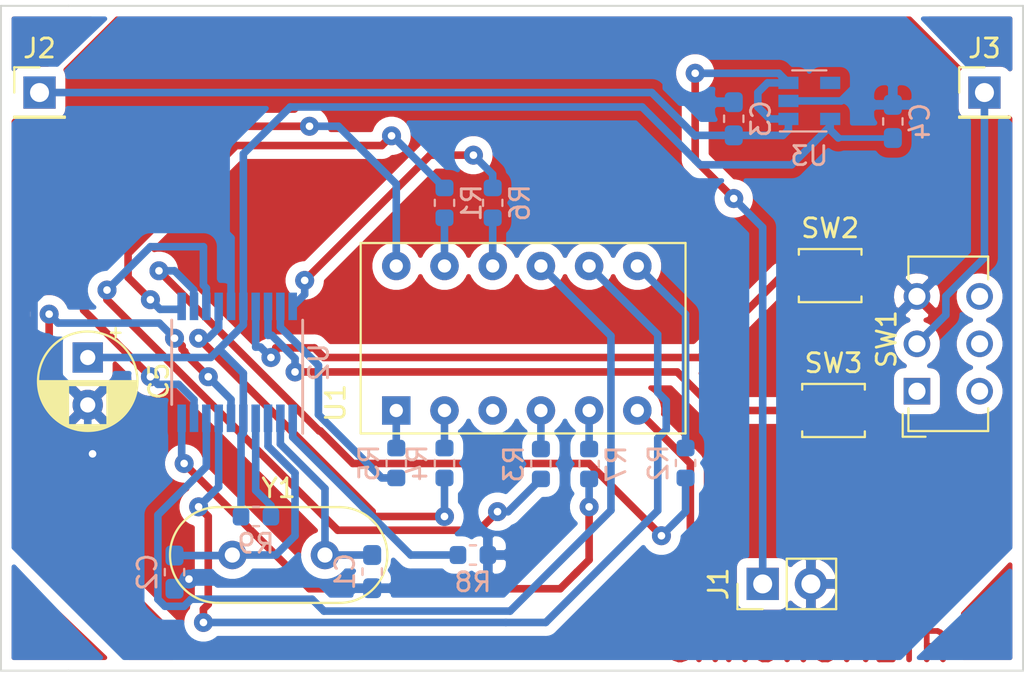
<source format=kicad_pcb>
(kicad_pcb (version 20171130) (host pcbnew 5.1.2-1.fc30)

  (general
    (thickness 1.6)
    (drawings 7)
    (tracks 261)
    (zones 0)
    (modules 24)
    (nets 32)
  )

  (page A4)
  (layers
    (0 F.Cu signal)
    (31 B.Cu signal)
    (32 B.Adhes user)
    (33 F.Adhes user)
    (34 B.Paste user)
    (35 F.Paste user)
    (36 B.SilkS user)
    (37 F.SilkS user)
    (38 B.Mask user)
    (39 F.Mask user)
    (40 Dwgs.User user)
    (41 Cmts.User user)
    (42 Eco1.User user)
    (43 Eco2.User user)
    (44 Edge.Cuts user)
    (45 Margin user)
    (46 B.CrtYd user)
    (47 F.CrtYd user)
    (48 B.Fab user hide)
    (49 F.Fab user hide)
  )

  (setup
    (last_trace_width 0.4)
    (user_trace_width 0.4)
    (trace_clearance 0.2)
    (zone_clearance 0.508)
    (zone_45_only no)
    (trace_min 0.3)
    (via_size 1)
    (via_drill 0.4)
    (via_min_size 0.4)
    (via_min_drill 0.3)
    (user_via 1 0.4)
    (uvia_size 0.3)
    (uvia_drill 0.1)
    (uvias_allowed no)
    (uvia_min_size 0.2)
    (uvia_min_drill 0.1)
    (edge_width 0.05)
    (segment_width 0.2)
    (pcb_text_width 0.3)
    (pcb_text_size 1.5 1.5)
    (mod_edge_width 0.12)
    (mod_text_size 1 1)
    (mod_text_width 0.15)
    (pad_size 1.5 1.5)
    (pad_drill 0.7)
    (pad_to_mask_clearance 0.051)
    (solder_mask_min_width 0.25)
    (aux_axis_origin 0 0)
    (visible_elements FFFFFFFF)
    (pcbplotparams
      (layerselection 0x010fc_ffffffff)
      (usegerberextensions false)
      (usegerberattributes false)
      (usegerberadvancedattributes false)
      (creategerberjobfile false)
      (excludeedgelayer true)
      (linewidth 0.100000)
      (plotframeref false)
      (viasonmask false)
      (mode 1)
      (useauxorigin false)
      (hpglpennumber 1)
      (hpglpenspeed 20)
      (hpglpendiameter 15.000000)
      (psnegative false)
      (psa4output false)
      (plotreference true)
      (plotvalue true)
      (plotinvisibletext false)
      (padsonsilk false)
      (subtractmaskfromsilk false)
      (outputformat 1)
      (mirror false)
      (drillshape 1)
      (scaleselection 1)
      (outputdirectory ""))
  )

  (net 0 "")
  (net 1 GND)
  (net 2 "Net-(C1-Pad1)")
  (net 3 "Net-(C2-Pad1)")
  (net 4 "Net-(C3-Pad1)")
  (net 5 +3V3)
  (net 6 "Net-(J3-Pad1)")
  (net 7 "Net-(R1-Pad1)")
  (net 8 SA)
  (net 9 SB)
  (net 10 "Net-(R2-Pad1)")
  (net 11 SC)
  (net 12 "Net-(R3-Pad1)")
  (net 13 SD)
  (net 14 "Net-(R4-Pad1)")
  (net 15 "Net-(R5-Pad1)")
  (net 16 SE)
  (net 17 "Net-(R6-Pad1)")
  (net 18 SF)
  (net 19 SG)
  (net 20 "Net-(R7-Pad2)")
  (net 21 "Net-(R8-Pad1)")
  (net 22 "Net-(R9-Pad2)")
  (net 23 "Net-(SW1-Pad1)")
  (net 24 "Net-(SW2-Pad1)")
  (net 25 "Net-(SW3-Pad1)")
  (net 26 "Net-(U1-Pad3)")
  (net 27 D4)
  (net 28 D3)
  (net 29 D2)
  (net 30 D1)
  (net 31 "Net-(U3-Pad4)")

  (net_class Default "To jest domyślna klasa połączeń."
    (clearance 0.2)
    (trace_width 0.4)
    (via_dia 1)
    (via_drill 0.4)
    (uvia_dia 0.3)
    (uvia_drill 0.1)
    (diff_pair_width 0.3)
    (diff_pair_gap 0.25)
    (add_net +3V3)
    (add_net D1)
    (add_net D2)
    (add_net D3)
    (add_net D4)
    (add_net GND)
    (add_net "Net-(C1-Pad1)")
    (add_net "Net-(C2-Pad1)")
    (add_net "Net-(C3-Pad1)")
    (add_net "Net-(J3-Pad1)")
    (add_net "Net-(R1-Pad1)")
    (add_net "Net-(R2-Pad1)")
    (add_net "Net-(R3-Pad1)")
    (add_net "Net-(R4-Pad1)")
    (add_net "Net-(R5-Pad1)")
    (add_net "Net-(R6-Pad1)")
    (add_net "Net-(R7-Pad2)")
    (add_net "Net-(R8-Pad1)")
    (add_net "Net-(R9-Pad2)")
    (add_net "Net-(SW1-Pad1)")
    (add_net "Net-(SW2-Pad1)")
    (add_net "Net-(SW3-Pad1)")
    (add_net "Net-(U1-Pad3)")
    (add_net "Net-(U3-Pad4)")
    (add_net SA)
    (add_net SB)
    (add_net SC)
    (add_net SD)
    (add_net SE)
    (add_net SF)
    (add_net SG)
  )

  (net_class +3V3 ""
    (clearance 0.2)
    (trace_width 0.6)
    (via_dia 1)
    (via_drill 0.4)
    (uvia_dia 0.3)
    (uvia_drill 0.1)
    (diff_pair_width 0.3)
    (diff_pair_gap 0.25)
  )

  (net_class GND ""
    (clearance 0.2)
    (trace_width 0.6)
    (via_dia 1)
    (via_drill 0.4)
    (uvia_dia 0.3)
    (uvia_drill 0.1)
    (diff_pair_width 0.3)
    (diff_pair_gap 0.25)
  )

  (module Display_7Segment:MAN3420A (layer F.Cu) (tedit 5D2C2E92) (tstamp 5D1ED33A)
    (at 225.552 143.764 90)
    (descr https://www.digchip.com/datasheets/parts/datasheet/161/MAN3640A-pdf.php)
    (tags "One digit 7 segment green LED with left dot")
    (path /5D1B19BD)
    (fp_text reference U1 (at 0.4 -3.2 90) (layer F.SilkS)
      (effects (font (size 1 1) (thickness 0.15)))
    )
    (fp_text value BQ-M322RD (at 3.81 16.51 90) (layer F.Fab)
      (effects (font (size 1 1) (thickness 0.15)))
    )
    (fp_text user %R (at 3.8 7.8 90) (layer F.Fab)
      (effects (font (size 1 1) (thickness 0.15)))
    )
    (fp_line (start -1.34 -2.01) (end 8.96 -2.01) (layer F.CrtYd) (width 0.05))
    (fp_line (start 8.96 -2.01) (end 8.89 13.97) (layer F.CrtYd) (width 0.05))
    (fp_line (start -1.09 1) (end -0.09 0) (layer F.Fab) (width 0.1))
    (fp_line (start -0.09 0) (end -1.09 -1) (layer F.Fab) (width 0.1))
    (fp_line (start -1.09 -1) (end -1.09 -1.755) (layer F.Fab) (width 0.1))
    (fp_line (start -1.21 -1.875) (end 8.83 -1.875) (layer F.SilkS) (width 0.12))
    (fp_line (start 8.83 -1.875) (end 8.83 15.24) (layer F.SilkS) (width 0.12))
    (fp_line (start 8.83 15.24) (end -1.21 15.24) (layer F.SilkS) (width 0.12))
    (fp_line (start -1.21 15.24) (end -1.21 -1.875) (layer F.SilkS) (width 0.12))
    (fp_line (start -1.09 -1.755) (end 8.71 -1.755) (layer F.Fab) (width 0.1))
    (pad 1 thru_hole rect (at 0 0 90) (size 1.5 1.5) (drill 0.7) (layers *.Cu *.Mask)
      (net 15 "Net-(R5-Pad1)"))
    (pad 2 thru_hole circle (at 0 2.54 90) (size 1.5 1.5) (drill 0.7) (layers *.Cu *.Mask)
      (net 14 "Net-(R4-Pad1)"))
    (pad 3 thru_hole circle (at 0 5.08 90) (size 1.5 1.5) (drill 0.7) (layers *.Cu *.Mask)
      (net 26 "Net-(U1-Pad3)"))
    (pad 4 thru_hole circle (at 0 7.62 90) (size 1.5 1.5) (drill 0.7) (layers *.Cu *.Mask)
      (net 12 "Net-(R3-Pad1)"))
    (pad 5 thru_hole circle (at 0 10.16 90) (size 1.5 1.5) (drill 0.7) (layers *.Cu *.Mask)
      (net 20 "Net-(R7-Pad2)"))
    (pad 6 thru_hole circle (at 0 12.7 90) (size 1.5 1.5) (drill 0.7) (layers *.Cu *.Mask)
      (net 27 D4))
    (pad 7 thru_hole circle (at 7.62 12.7 90) (size 1.5 1.5) (drill 0.7) (layers *.Cu *.Mask)
      (net 10 "Net-(R2-Pad1)"))
    (pad 8 thru_hole circle (at 7.62 10.16 90) (size 1.5 1.5) (drill 0.7) (layers *.Cu *.Mask)
      (net 28 D3))
    (pad 9 thru_hole circle (at 7.62 7.62 90) (size 1.5 1.5) (drill 0.7) (layers *.Cu *.Mask)
      (net 29 D2))
    (pad 10 thru_hole circle (at 7.62 5.08 90) (size 1.5 1.5) (drill 0.7) (layers *.Cu *.Mask)
      (net 17 "Net-(R6-Pad1)"))
    (pad 11 thru_hole circle (at 7.62 2.54 90) (size 1.5 1.5) (drill 0.7) (layers *.Cu *.Mask)
      (net 7 "Net-(R1-Pad1)"))
    (pad 12 thru_hole circle (at 7.62 0 90) (size 1.5 1.5) (drill 0.7) (layers *.Cu *.Mask)
      (net 30 D1))
    (model ${KISYS3DMOD}/Display_7Segment.3dshapes/MAN3420A.wrl
      (at (xyz 0 0 0))
      (scale (xyz 1 1 1))
      (rotate (xyz 0 0 0))
    )
  )

  (module Package_SO:TSSOP-20_4.4x6.5mm_P0.65mm (layer B.Cu) (tedit 5A02F25C) (tstamp 5D1EA92B)
    (at 217.17 141.224 90)
    (descr "20-Lead Plastic Thin Shrink Small Outline (ST)-4.4 mm Body [TSSOP] (see Microchip Packaging Specification 00000049BS.pdf)")
    (tags "SSOP 0.65")
    (path /5D1B29CB)
    (attr smd)
    (fp_text reference U2 (at 0 4.3 90) (layer B.SilkS)
      (effects (font (size 1 1) (thickness 0.15)) (justify mirror))
    )
    (fp_text value STM32F030F4Px (at 0 -4.3 90) (layer B.Fab)
      (effects (font (size 1 1) (thickness 0.15)) (justify mirror))
    )
    (fp_line (start -1.2 3.25) (end 2.2 3.25) (layer B.Fab) (width 0.15))
    (fp_line (start 2.2 3.25) (end 2.2 -3.25) (layer B.Fab) (width 0.15))
    (fp_line (start 2.2 -3.25) (end -2.2 -3.25) (layer B.Fab) (width 0.15))
    (fp_line (start -2.2 -3.25) (end -2.2 2.25) (layer B.Fab) (width 0.15))
    (fp_line (start -2.2 2.25) (end -1.2 3.25) (layer B.Fab) (width 0.15))
    (fp_line (start -3.95 3.55) (end -3.95 -3.55) (layer B.CrtYd) (width 0.05))
    (fp_line (start 3.95 3.55) (end 3.95 -3.55) (layer B.CrtYd) (width 0.05))
    (fp_line (start -3.95 3.55) (end 3.95 3.55) (layer B.CrtYd) (width 0.05))
    (fp_line (start -3.95 -3.55) (end 3.95 -3.55) (layer B.CrtYd) (width 0.05))
    (fp_line (start -2.225 -3.45) (end 2.225 -3.45) (layer B.SilkS) (width 0.15))
    (fp_line (start -3.75 3.45) (end 2.225 3.45) (layer B.SilkS) (width 0.15))
    (fp_text user %R (at 0 0 90) (layer B.Fab)
      (effects (font (size 0.8 0.8) (thickness 0.15)) (justify mirror))
    )
    (pad 1 smd rect (at -2.95 2.925 90) (size 1.45 0.45) (layers B.Cu B.Paste B.Mask)
      (net 21 "Net-(R8-Pad1)"))
    (pad 2 smd rect (at -2.95 2.275 90) (size 1.45 0.45) (layers B.Cu B.Paste B.Mask)
      (net 2 "Net-(C1-Pad1)"))
    (pad 3 smd rect (at -2.95 1.625 90) (size 1.45 0.45) (layers B.Cu B.Paste B.Mask)
      (net 3 "Net-(C2-Pad1)"))
    (pad 4 smd rect (at -2.95 0.975 90) (size 1.45 0.45) (layers B.Cu B.Paste B.Mask)
      (net 22 "Net-(R9-Pad2)"))
    (pad 5 smd rect (at -2.95 0.325 90) (size 1.45 0.45) (layers B.Cu B.Paste B.Mask)
      (net 5 +3V3))
    (pad 6 smd rect (at -2.95 -0.325 90) (size 1.45 0.45) (layers B.Cu B.Paste B.Mask)
      (net 27 D4))
    (pad 7 smd rect (at -2.95 -0.975 90) (size 1.45 0.45) (layers B.Cu B.Paste B.Mask)
      (net 28 D3))
    (pad 8 smd rect (at -2.95 -1.625 90) (size 1.45 0.45) (layers B.Cu B.Paste B.Mask)
      (net 29 D2))
    (pad 9 smd rect (at -2.95 -2.275 90) (size 1.45 0.45) (layers B.Cu B.Paste B.Mask)
      (net 30 D1))
    (pad 10 smd rect (at -2.95 -2.925 90) (size 1.45 0.45) (layers B.Cu B.Paste B.Mask)
      (net 19 SG))
    (pad 11 smd rect (at 2.95 -2.925 90) (size 1.45 0.45) (layers B.Cu B.Paste B.Mask)
      (net 8 SA))
    (pad 12 smd rect (at 2.95 -2.275 90) (size 1.45 0.45) (layers B.Cu B.Paste B.Mask)
      (net 9 SB))
    (pad 13 smd rect (at 2.95 -1.625 90) (size 1.45 0.45) (layers B.Cu B.Paste B.Mask)
      (net 11 SC))
    (pad 14 smd rect (at 2.95 -0.975 90) (size 1.45 0.45) (layers B.Cu B.Paste B.Mask)
      (net 13 SD))
    (pad 15 smd rect (at 2.95 -0.325 90) (size 1.45 0.45) (layers B.Cu B.Paste B.Mask)
      (net 1 GND))
    (pad 16 smd rect (at 2.95 0.325 90) (size 1.45 0.45) (layers B.Cu B.Paste B.Mask)
      (net 5 +3V3))
    (pad 17 smd rect (at 2.95 0.975 90) (size 1.45 0.45) (layers B.Cu B.Paste B.Mask)
      (net 24 "Net-(SW2-Pad1)"))
    (pad 18 smd rect (at 2.95 1.625 90) (size 1.45 0.45) (layers B.Cu B.Paste B.Mask)
      (net 25 "Net-(SW3-Pad1)"))
    (pad 19 smd rect (at 2.95 2.275 90) (size 1.45 0.45) (layers B.Cu B.Paste B.Mask)
      (net 16 SE))
    (pad 20 smd rect (at 2.95 2.925 90) (size 1.45 0.45) (layers B.Cu B.Paste B.Mask)
      (net 18 SF))
    (model ${KISYS3DMOD}/Package_SO.3dshapes/TSSOP-20_4.4x6.5mm_P0.65mm.wrl
      (at (xyz 0 0 0))
      (scale (xyz 1 1 1))
      (rotate (xyz 0 0 0))
    )
  )

  (module Capacitor_SMD:C_0603_1608Metric_Pad1.05x0.95mm_HandSolder (layer B.Cu) (tedit 5B301BBE) (tstamp 5D1E81FF)
    (at 224.282 152.259 270)
    (descr "Capacitor SMD 0603 (1608 Metric), square (rectangular) end terminal, IPC_7351 nominal with elongated pad for handsoldering. (Body size source: http://www.tortai-tech.com/upload/download/2011102023233369053.pdf), generated with kicad-footprint-generator")
    (tags "capacitor handsolder")
    (path /5D1CEC8A)
    (attr smd)
    (fp_text reference C1 (at 0 1.43 90) (layer B.SilkS)
      (effects (font (size 1 1) (thickness 0.15)) (justify mirror))
    )
    (fp_text value 22p (at 0 -1.43 90) (layer B.Fab)
      (effects (font (size 1 1) (thickness 0.15)) (justify mirror))
    )
    (fp_text user %R (at 0 0 90) (layer B.Fab)
      (effects (font (size 0.4 0.4) (thickness 0.06)) (justify mirror))
    )
    (fp_line (start 1.65 -0.73) (end -1.65 -0.73) (layer B.CrtYd) (width 0.05))
    (fp_line (start 1.65 0.73) (end 1.65 -0.73) (layer B.CrtYd) (width 0.05))
    (fp_line (start -1.65 0.73) (end 1.65 0.73) (layer B.CrtYd) (width 0.05))
    (fp_line (start -1.65 -0.73) (end -1.65 0.73) (layer B.CrtYd) (width 0.05))
    (fp_line (start -0.171267 -0.51) (end 0.171267 -0.51) (layer B.SilkS) (width 0.12))
    (fp_line (start -0.171267 0.51) (end 0.171267 0.51) (layer B.SilkS) (width 0.12))
    (fp_line (start 0.8 -0.4) (end -0.8 -0.4) (layer B.Fab) (width 0.1))
    (fp_line (start 0.8 0.4) (end 0.8 -0.4) (layer B.Fab) (width 0.1))
    (fp_line (start -0.8 0.4) (end 0.8 0.4) (layer B.Fab) (width 0.1))
    (fp_line (start -0.8 -0.4) (end -0.8 0.4) (layer B.Fab) (width 0.1))
    (pad 2 smd roundrect (at 0.875 0 270) (size 1.05 0.95) (layers B.Cu B.Paste B.Mask) (roundrect_rratio 0.25)
      (net 1 GND))
    (pad 1 smd roundrect (at -0.875 0 270) (size 1.05 0.95) (layers B.Cu B.Paste B.Mask) (roundrect_rratio 0.25)
      (net 2 "Net-(C1-Pad1)"))
    (model ${KISYS3DMOD}/Capacitor_SMD.3dshapes/C_0603_1608Metric.wrl
      (at (xyz 0 0 0))
      (scale (xyz 1 1 1))
      (rotate (xyz 0 0 0))
    )
  )

  (module Capacitor_SMD:C_0603_1608Metric_Pad1.05x0.95mm_HandSolder (layer B.Cu) (tedit 5B301BBE) (tstamp 5D1E8210)
    (at 213.868 152.287 270)
    (descr "Capacitor SMD 0603 (1608 Metric), square (rectangular) end terminal, IPC_7351 nominal with elongated pad for handsoldering. (Body size source: http://www.tortai-tech.com/upload/download/2011102023233369053.pdf), generated with kicad-footprint-generator")
    (tags "capacitor handsolder")
    (path /5D1D00E5)
    (attr smd)
    (fp_text reference C2 (at 0 1.43 90) (layer B.SilkS)
      (effects (font (size 1 1) (thickness 0.15)) (justify mirror))
    )
    (fp_text value 22p (at 0 -1.43 90) (layer B.Fab)
      (effects (font (size 1 1) (thickness 0.15)) (justify mirror))
    )
    (fp_line (start -0.8 -0.4) (end -0.8 0.4) (layer B.Fab) (width 0.1))
    (fp_line (start -0.8 0.4) (end 0.8 0.4) (layer B.Fab) (width 0.1))
    (fp_line (start 0.8 0.4) (end 0.8 -0.4) (layer B.Fab) (width 0.1))
    (fp_line (start 0.8 -0.4) (end -0.8 -0.4) (layer B.Fab) (width 0.1))
    (fp_line (start -0.171267 0.51) (end 0.171267 0.51) (layer B.SilkS) (width 0.12))
    (fp_line (start -0.171267 -0.51) (end 0.171267 -0.51) (layer B.SilkS) (width 0.12))
    (fp_line (start -1.65 -0.73) (end -1.65 0.73) (layer B.CrtYd) (width 0.05))
    (fp_line (start -1.65 0.73) (end 1.65 0.73) (layer B.CrtYd) (width 0.05))
    (fp_line (start 1.65 0.73) (end 1.65 -0.73) (layer B.CrtYd) (width 0.05))
    (fp_line (start 1.65 -0.73) (end -1.65 -0.73) (layer B.CrtYd) (width 0.05))
    (fp_text user %R (at 0 0 90) (layer B.Fab)
      (effects (font (size 0.4 0.4) (thickness 0.06)) (justify mirror))
    )
    (pad 1 smd roundrect (at -0.875 0 270) (size 1.05 0.95) (layers B.Cu B.Paste B.Mask) (roundrect_rratio 0.25)
      (net 3 "Net-(C2-Pad1)"))
    (pad 2 smd roundrect (at 0.875 0 270) (size 1.05 0.95) (layers B.Cu B.Paste B.Mask) (roundrect_rratio 0.25)
      (net 1 GND))
    (model ${KISYS3DMOD}/Capacitor_SMD.3dshapes/C_0603_1608Metric.wrl
      (at (xyz 0 0 0))
      (scale (xyz 1 1 1))
      (rotate (xyz 0 0 0))
    )
  )

  (module Capacitor_SMD:C_0603_1608Metric_Pad1.05x0.95mm_HandSolder (layer B.Cu) (tedit 5B301BBE) (tstamp 5D1E8221)
    (at 243.332 128.383 90)
    (descr "Capacitor SMD 0603 (1608 Metric), square (rectangular) end terminal, IPC_7351 nominal with elongated pad for handsoldering. (Body size source: http://www.tortai-tech.com/upload/download/2011102023233369053.pdf), generated with kicad-footprint-generator")
    (tags "capacitor handsolder")
    (path /5D1D189F)
    (attr smd)
    (fp_text reference C3 (at 0 1.43 90) (layer B.SilkS)
      (effects (font (size 1 1) (thickness 0.15)) (justify mirror))
    )
    (fp_text value 100n (at 0 -1.43 90) (layer B.Fab)
      (effects (font (size 1 1) (thickness 0.15)) (justify mirror))
    )
    (fp_text user %R (at 0 0 90) (layer B.Fab)
      (effects (font (size 0.4 0.4) (thickness 0.06)) (justify mirror))
    )
    (fp_line (start 1.65 -0.73) (end -1.65 -0.73) (layer B.CrtYd) (width 0.05))
    (fp_line (start 1.65 0.73) (end 1.65 -0.73) (layer B.CrtYd) (width 0.05))
    (fp_line (start -1.65 0.73) (end 1.65 0.73) (layer B.CrtYd) (width 0.05))
    (fp_line (start -1.65 -0.73) (end -1.65 0.73) (layer B.CrtYd) (width 0.05))
    (fp_line (start -0.171267 -0.51) (end 0.171267 -0.51) (layer B.SilkS) (width 0.12))
    (fp_line (start -0.171267 0.51) (end 0.171267 0.51) (layer B.SilkS) (width 0.12))
    (fp_line (start 0.8 -0.4) (end -0.8 -0.4) (layer B.Fab) (width 0.1))
    (fp_line (start 0.8 0.4) (end 0.8 -0.4) (layer B.Fab) (width 0.1))
    (fp_line (start -0.8 0.4) (end 0.8 0.4) (layer B.Fab) (width 0.1))
    (fp_line (start -0.8 -0.4) (end -0.8 0.4) (layer B.Fab) (width 0.1))
    (pad 2 smd roundrect (at 0.875 0 90) (size 1.05 0.95) (layers B.Cu B.Paste B.Mask) (roundrect_rratio 0.25)
      (net 1 GND))
    (pad 1 smd roundrect (at -0.875 0 90) (size 1.05 0.95) (layers B.Cu B.Paste B.Mask) (roundrect_rratio 0.25)
      (net 4 "Net-(C3-Pad1)"))
    (model ${KISYS3DMOD}/Capacitor_SMD.3dshapes/C_0603_1608Metric.wrl
      (at (xyz 0 0 0))
      (scale (xyz 1 1 1))
      (rotate (xyz 0 0 0))
    )
  )

  (module Capacitor_SMD:C_0603_1608Metric_Pad1.05x0.95mm_HandSolder (layer B.Cu) (tedit 5B301BBE) (tstamp 5D1E8232)
    (at 251.714 128.524 90)
    (descr "Capacitor SMD 0603 (1608 Metric), square (rectangular) end terminal, IPC_7351 nominal with elongated pad for handsoldering. (Body size source: http://www.tortai-tech.com/upload/download/2011102023233369053.pdf), generated with kicad-footprint-generator")
    (tags "capacitor handsolder")
    (path /5D1D18A5)
    (attr smd)
    (fp_text reference C4 (at 0 1.43 90) (layer B.SilkS)
      (effects (font (size 1 1) (thickness 0.15)) (justify mirror))
    )
    (fp_text value 100n (at 0 -1.43 90) (layer B.Fab)
      (effects (font (size 1 1) (thickness 0.15)) (justify mirror))
    )
    (fp_line (start -0.8 -0.4) (end -0.8 0.4) (layer B.Fab) (width 0.1))
    (fp_line (start -0.8 0.4) (end 0.8 0.4) (layer B.Fab) (width 0.1))
    (fp_line (start 0.8 0.4) (end 0.8 -0.4) (layer B.Fab) (width 0.1))
    (fp_line (start 0.8 -0.4) (end -0.8 -0.4) (layer B.Fab) (width 0.1))
    (fp_line (start -0.171267 0.51) (end 0.171267 0.51) (layer B.SilkS) (width 0.12))
    (fp_line (start -0.171267 -0.51) (end 0.171267 -0.51) (layer B.SilkS) (width 0.12))
    (fp_line (start -1.65 -0.73) (end -1.65 0.73) (layer B.CrtYd) (width 0.05))
    (fp_line (start -1.65 0.73) (end 1.65 0.73) (layer B.CrtYd) (width 0.05))
    (fp_line (start 1.65 0.73) (end 1.65 -0.73) (layer B.CrtYd) (width 0.05))
    (fp_line (start 1.65 -0.73) (end -1.65 -0.73) (layer B.CrtYd) (width 0.05))
    (fp_text user %R (at 0 0 90) (layer B.Fab)
      (effects (font (size 0.4 0.4) (thickness 0.06)) (justify mirror))
    )
    (pad 1 smd roundrect (at -0.875 0 90) (size 1.05 0.95) (layers B.Cu B.Paste B.Mask) (roundrect_rratio 0.25)
      (net 5 +3V3))
    (pad 2 smd roundrect (at 0.875 0 90) (size 1.05 0.95) (layers B.Cu B.Paste B.Mask) (roundrect_rratio 0.25)
      (net 1 GND))
    (model ${KISYS3DMOD}/Capacitor_SMD.3dshapes/C_0603_1608Metric.wrl
      (at (xyz 0 0 0))
      (scale (xyz 1 1 1))
      (rotate (xyz 0 0 0))
    )
  )

  (module Connector_PinHeader_2.54mm:PinHeader_1x02_P2.54mm_Vertical (layer F.Cu) (tedit 59FED5CC) (tstamp 5D1E82F1)
    (at 244.856 152.908 90)
    (descr "Through hole straight pin header, 1x02, 2.54mm pitch, single row")
    (tags "Through hole pin header THT 1x02 2.54mm single row")
    (path /5D1C06F8)
    (fp_text reference J1 (at 0 -2.33 90) (layer F.SilkS)
      (effects (font (size 1 1) (thickness 0.15)))
    )
    (fp_text value Goldpin (at 0 4.87 90) (layer F.Fab)
      (effects (font (size 1 1) (thickness 0.15)))
    )
    (fp_line (start -0.635 -1.27) (end 1.27 -1.27) (layer F.Fab) (width 0.1))
    (fp_line (start 1.27 -1.27) (end 1.27 3.81) (layer F.Fab) (width 0.1))
    (fp_line (start 1.27 3.81) (end -1.27 3.81) (layer F.Fab) (width 0.1))
    (fp_line (start -1.27 3.81) (end -1.27 -0.635) (layer F.Fab) (width 0.1))
    (fp_line (start -1.27 -0.635) (end -0.635 -1.27) (layer F.Fab) (width 0.1))
    (fp_line (start -1.33 3.87) (end 1.33 3.87) (layer F.SilkS) (width 0.12))
    (fp_line (start -1.33 1.27) (end -1.33 3.87) (layer F.SilkS) (width 0.12))
    (fp_line (start 1.33 1.27) (end 1.33 3.87) (layer F.SilkS) (width 0.12))
    (fp_line (start -1.33 1.27) (end 1.33 1.27) (layer F.SilkS) (width 0.12))
    (fp_line (start -1.33 0) (end -1.33 -1.33) (layer F.SilkS) (width 0.12))
    (fp_line (start -1.33 -1.33) (end 0 -1.33) (layer F.SilkS) (width 0.12))
    (fp_line (start -1.8 -1.8) (end -1.8 4.35) (layer F.CrtYd) (width 0.05))
    (fp_line (start -1.8 4.35) (end 1.8 4.35) (layer F.CrtYd) (width 0.05))
    (fp_line (start 1.8 4.35) (end 1.8 -1.8) (layer F.CrtYd) (width 0.05))
    (fp_line (start 1.8 -1.8) (end -1.8 -1.8) (layer F.CrtYd) (width 0.05))
    (fp_text user %R (at 0 1.27) (layer F.Fab)
      (effects (font (size 1 1) (thickness 0.15)))
    )
    (pad 1 thru_hole rect (at 0 0 90) (size 1.7 1.7) (drill 1) (layers *.Cu *.Mask)
      (net 4 "Net-(C3-Pad1)"))
    (pad 2 thru_hole oval (at 0 2.54 90) (size 1.7 1.7) (drill 1) (layers *.Cu *.Mask)
      (net 1 GND))
    (model ${KISYS3DMOD}/Connector_PinHeader_2.54mm.3dshapes/PinHeader_1x02_P2.54mm_Vertical.wrl
      (at (xyz 0 0 0))
      (scale (xyz 1 1 1))
      (rotate (xyz 0 0 0))
    )
  )

  (module Connector_PinHeader_2.54mm:PinHeader_1x01_P2.54mm_Vertical (layer F.Cu) (tedit 59FED5CC) (tstamp 5D1EAC45)
    (at 206.756 127)
    (descr "Through hole straight pin header, 1x01, 2.54mm pitch, single row")
    (tags "Through hole pin header THT 1x01 2.54mm single row")
    (path /5D1EF089)
    (fp_text reference J2 (at 0 -2.33) (layer F.SilkS)
      (effects (font (size 1 1) (thickness 0.15)))
    )
    (fp_text value Cell+ (at 0 2.33) (layer F.Fab)
      (effects (font (size 1 1) (thickness 0.15)))
    )
    (fp_text user %R (at 0 0 90) (layer F.Fab)
      (effects (font (size 1 1) (thickness 0.15)))
    )
    (fp_line (start 1.8 -1.8) (end -1.8 -1.8) (layer F.CrtYd) (width 0.05))
    (fp_line (start 1.8 1.8) (end 1.8 -1.8) (layer F.CrtYd) (width 0.05))
    (fp_line (start -1.8 1.8) (end 1.8 1.8) (layer F.CrtYd) (width 0.05))
    (fp_line (start -1.8 -1.8) (end -1.8 1.8) (layer F.CrtYd) (width 0.05))
    (fp_line (start -1.33 -1.33) (end 0 -1.33) (layer F.SilkS) (width 0.12))
    (fp_line (start -1.33 0) (end -1.33 -1.33) (layer F.SilkS) (width 0.12))
    (fp_line (start -1.33 1.27) (end 1.33 1.27) (layer F.SilkS) (width 0.12))
    (fp_line (start 1.33 1.27) (end 1.33 1.33) (layer F.SilkS) (width 0.12))
    (fp_line (start -1.33 1.27) (end -1.33 1.33) (layer F.SilkS) (width 0.12))
    (fp_line (start -1.33 1.33) (end 1.33 1.33) (layer F.SilkS) (width 0.12))
    (fp_line (start -1.27 -0.635) (end -0.635 -1.27) (layer F.Fab) (width 0.1))
    (fp_line (start -1.27 1.27) (end -1.27 -0.635) (layer F.Fab) (width 0.1))
    (fp_line (start 1.27 1.27) (end -1.27 1.27) (layer F.Fab) (width 0.1))
    (fp_line (start 1.27 -1.27) (end 1.27 1.27) (layer F.Fab) (width 0.1))
    (fp_line (start -0.635 -1.27) (end 1.27 -1.27) (layer F.Fab) (width 0.1))
    (pad 1 thru_hole rect (at 0 0) (size 1.7 1.7) (drill 1) (layers *.Cu *.Mask)
      (net 4 "Net-(C3-Pad1)"))
    (model ${KISYS3DMOD}/Connector_PinHeader_2.54mm.3dshapes/PinHeader_1x01_P2.54mm_Vertical.wrl
      (at (xyz 0 0 0))
      (scale (xyz 1 1 1))
      (rotate (xyz 0 0 0))
    )
  )

  (module Connector_PinHeader_2.54mm:PinHeader_1x01_P2.54mm_Vertical (layer F.Cu) (tedit 59FED5CC) (tstamp 5D1EAB5A)
    (at 256.54 127)
    (descr "Through hole straight pin header, 1x01, 2.54mm pitch, single row")
    (tags "Through hole pin header THT 1x01 2.54mm single row")
    (path /5D1EFE3D)
    (fp_text reference J3 (at 0 -2.33) (layer F.SilkS)
      (effects (font (size 1 1) (thickness 0.15)))
    )
    (fp_text value Cell- (at 0 2.33) (layer F.Fab)
      (effects (font (size 1 1) (thickness 0.15)))
    )
    (fp_text user %R (at 0 0 90) (layer F.Fab)
      (effects (font (size 1 1) (thickness 0.15)))
    )
    (fp_line (start 1.8 -1.8) (end -1.8 -1.8) (layer F.CrtYd) (width 0.05))
    (fp_line (start 1.8 1.8) (end 1.8 -1.8) (layer F.CrtYd) (width 0.05))
    (fp_line (start -1.8 1.8) (end 1.8 1.8) (layer F.CrtYd) (width 0.05))
    (fp_line (start -1.8 -1.8) (end -1.8 1.8) (layer F.CrtYd) (width 0.05))
    (fp_line (start -1.33 -1.33) (end 0 -1.33) (layer F.SilkS) (width 0.12))
    (fp_line (start -1.33 0) (end -1.33 -1.33) (layer F.SilkS) (width 0.12))
    (fp_line (start -1.33 1.27) (end 1.33 1.27) (layer F.SilkS) (width 0.12))
    (fp_line (start 1.33 1.27) (end 1.33 1.33) (layer F.SilkS) (width 0.12))
    (fp_line (start -1.33 1.27) (end -1.33 1.33) (layer F.SilkS) (width 0.12))
    (fp_line (start -1.33 1.33) (end 1.33 1.33) (layer F.SilkS) (width 0.12))
    (fp_line (start -1.27 -0.635) (end -0.635 -1.27) (layer F.Fab) (width 0.1))
    (fp_line (start -1.27 1.27) (end -1.27 -0.635) (layer F.Fab) (width 0.1))
    (fp_line (start 1.27 1.27) (end -1.27 1.27) (layer F.Fab) (width 0.1))
    (fp_line (start 1.27 -1.27) (end 1.27 1.27) (layer F.Fab) (width 0.1))
    (fp_line (start -0.635 -1.27) (end 1.27 -1.27) (layer F.Fab) (width 0.1))
    (pad 1 thru_hole rect (at 0 0) (size 1.7 1.7) (drill 1) (layers *.Cu *.Mask)
      (net 6 "Net-(J3-Pad1)"))
    (model ${KISYS3DMOD}/Connector_PinHeader_2.54mm.3dshapes/PinHeader_1x01_P2.54mm_Vertical.wrl
      (at (xyz 0 0 0))
      (scale (xyz 1 1 1))
      (rotate (xyz 0 0 0))
    )
  )

  (module Resistor_SMD:R_0603_1608Metric (layer B.Cu) (tedit 5B301BBD) (tstamp 5D1E832C)
    (at 228.092 132.8165 90)
    (descr "Resistor SMD 0603 (1608 Metric), square (rectangular) end terminal, IPC_7351 nominal, (Body size source: http://www.tortai-tech.com/upload/download/2011102023233369053.pdf), generated with kicad-footprint-generator")
    (tags resistor)
    (path /5D1C39A9)
    (attr smd)
    (fp_text reference R1 (at 0 1.43 90) (layer B.SilkS)
      (effects (font (size 1 1) (thickness 0.15)) (justify mirror))
    )
    (fp_text value 120 (at 0 -1.43 90) (layer B.Fab)
      (effects (font (size 1 1) (thickness 0.15)) (justify mirror))
    )
    (fp_line (start -0.8 -0.4) (end -0.8 0.4) (layer B.Fab) (width 0.1))
    (fp_line (start -0.8 0.4) (end 0.8 0.4) (layer B.Fab) (width 0.1))
    (fp_line (start 0.8 0.4) (end 0.8 -0.4) (layer B.Fab) (width 0.1))
    (fp_line (start 0.8 -0.4) (end -0.8 -0.4) (layer B.Fab) (width 0.1))
    (fp_line (start -0.162779 0.51) (end 0.162779 0.51) (layer B.SilkS) (width 0.12))
    (fp_line (start -0.162779 -0.51) (end 0.162779 -0.51) (layer B.SilkS) (width 0.12))
    (fp_line (start -1.48 -0.73) (end -1.48 0.73) (layer B.CrtYd) (width 0.05))
    (fp_line (start -1.48 0.73) (end 1.48 0.73) (layer B.CrtYd) (width 0.05))
    (fp_line (start 1.48 0.73) (end 1.48 -0.73) (layer B.CrtYd) (width 0.05))
    (fp_line (start 1.48 -0.73) (end -1.48 -0.73) (layer B.CrtYd) (width 0.05))
    (fp_text user %R (at 0 0 90) (layer B.Fab)
      (effects (font (size 0.4 0.4) (thickness 0.06)) (justify mirror))
    )
    (pad 1 smd roundrect (at -0.7875 0 90) (size 0.875 0.95) (layers B.Cu B.Paste B.Mask) (roundrect_rratio 0.25)
      (net 7 "Net-(R1-Pad1)"))
    (pad 2 smd roundrect (at 0.7875 0 90) (size 0.875 0.95) (layers B.Cu B.Paste B.Mask) (roundrect_rratio 0.25)
      (net 8 SA))
    (model ${KISYS3DMOD}/Resistor_SMD.3dshapes/R_0603_1608Metric.wrl
      (at (xyz 0 0 0))
      (scale (xyz 1 1 1))
      (rotate (xyz 0 0 0))
    )
  )

  (module Resistor_SMD:R_0603_1608Metric (layer B.Cu) (tedit 5B301BBD) (tstamp 5D1E833D)
    (at 240.792 146.5325 270)
    (descr "Resistor SMD 0603 (1608 Metric), square (rectangular) end terminal, IPC_7351 nominal, (Body size source: http://www.tortai-tech.com/upload/download/2011102023233369053.pdf), generated with kicad-footprint-generator")
    (tags resistor)
    (path /5D1C4616)
    (attr smd)
    (fp_text reference R2 (at 0 1.43 90) (layer B.SilkS)
      (effects (font (size 1 1) (thickness 0.15)) (justify mirror))
    )
    (fp_text value 120 (at 0 -1.43 90) (layer B.Fab)
      (effects (font (size 1 1) (thickness 0.15)) (justify mirror))
    )
    (fp_text user %R (at 0 0 90) (layer B.Fab)
      (effects (font (size 0.4 0.4) (thickness 0.06)) (justify mirror))
    )
    (fp_line (start 1.48 -0.73) (end -1.48 -0.73) (layer B.CrtYd) (width 0.05))
    (fp_line (start 1.48 0.73) (end 1.48 -0.73) (layer B.CrtYd) (width 0.05))
    (fp_line (start -1.48 0.73) (end 1.48 0.73) (layer B.CrtYd) (width 0.05))
    (fp_line (start -1.48 -0.73) (end -1.48 0.73) (layer B.CrtYd) (width 0.05))
    (fp_line (start -0.162779 -0.51) (end 0.162779 -0.51) (layer B.SilkS) (width 0.12))
    (fp_line (start -0.162779 0.51) (end 0.162779 0.51) (layer B.SilkS) (width 0.12))
    (fp_line (start 0.8 -0.4) (end -0.8 -0.4) (layer B.Fab) (width 0.1))
    (fp_line (start 0.8 0.4) (end 0.8 -0.4) (layer B.Fab) (width 0.1))
    (fp_line (start -0.8 0.4) (end 0.8 0.4) (layer B.Fab) (width 0.1))
    (fp_line (start -0.8 -0.4) (end -0.8 0.4) (layer B.Fab) (width 0.1))
    (pad 2 smd roundrect (at 0.7875 0 270) (size 0.875 0.95) (layers B.Cu B.Paste B.Mask) (roundrect_rratio 0.25)
      (net 9 SB))
    (pad 1 smd roundrect (at -0.7875 0 270) (size 0.875 0.95) (layers B.Cu B.Paste B.Mask) (roundrect_rratio 0.25)
      (net 10 "Net-(R2-Pad1)"))
    (model ${KISYS3DMOD}/Resistor_SMD.3dshapes/R_0603_1608Metric.wrl
      (at (xyz 0 0 0))
      (scale (xyz 1 1 1))
      (rotate (xyz 0 0 0))
    )
  )

  (module Resistor_SMD:R_0603_1608Metric (layer B.Cu) (tedit 5B301BBD) (tstamp 5D1E834E)
    (at 233.172 146.5835 270)
    (descr "Resistor SMD 0603 (1608 Metric), square (rectangular) end terminal, IPC_7351 nominal, (Body size source: http://www.tortai-tech.com/upload/download/2011102023233369053.pdf), generated with kicad-footprint-generator")
    (tags resistor)
    (path /5D1C48D3)
    (attr smd)
    (fp_text reference R3 (at 0 1.43 90) (layer B.SilkS)
      (effects (font (size 1 1) (thickness 0.15)) (justify mirror))
    )
    (fp_text value 120 (at 0 -1.43 90) (layer B.Fab)
      (effects (font (size 1 1) (thickness 0.15)) (justify mirror))
    )
    (fp_text user %R (at 0 0 90) (layer B.Fab)
      (effects (font (size 0.4 0.4) (thickness 0.06)) (justify mirror))
    )
    (fp_line (start 1.48 -0.73) (end -1.48 -0.73) (layer B.CrtYd) (width 0.05))
    (fp_line (start 1.48 0.73) (end 1.48 -0.73) (layer B.CrtYd) (width 0.05))
    (fp_line (start -1.48 0.73) (end 1.48 0.73) (layer B.CrtYd) (width 0.05))
    (fp_line (start -1.48 -0.73) (end -1.48 0.73) (layer B.CrtYd) (width 0.05))
    (fp_line (start -0.162779 -0.51) (end 0.162779 -0.51) (layer B.SilkS) (width 0.12))
    (fp_line (start -0.162779 0.51) (end 0.162779 0.51) (layer B.SilkS) (width 0.12))
    (fp_line (start 0.8 -0.4) (end -0.8 -0.4) (layer B.Fab) (width 0.1))
    (fp_line (start 0.8 0.4) (end 0.8 -0.4) (layer B.Fab) (width 0.1))
    (fp_line (start -0.8 0.4) (end 0.8 0.4) (layer B.Fab) (width 0.1))
    (fp_line (start -0.8 -0.4) (end -0.8 0.4) (layer B.Fab) (width 0.1))
    (pad 2 smd roundrect (at 0.7875 0 270) (size 0.875 0.95) (layers B.Cu B.Paste B.Mask) (roundrect_rratio 0.25)
      (net 11 SC))
    (pad 1 smd roundrect (at -0.7875 0 270) (size 0.875 0.95) (layers B.Cu B.Paste B.Mask) (roundrect_rratio 0.25)
      (net 12 "Net-(R3-Pad1)"))
    (model ${KISYS3DMOD}/Resistor_SMD.3dshapes/R_0603_1608Metric.wrl
      (at (xyz 0 0 0))
      (scale (xyz 1 1 1))
      (rotate (xyz 0 0 0))
    )
  )

  (module Resistor_SMD:R_0603_1608Metric (layer B.Cu) (tedit 5B301BBD) (tstamp 5D1E835F)
    (at 228.092 146.5325 270)
    (descr "Resistor SMD 0603 (1608 Metric), square (rectangular) end terminal, IPC_7351 nominal, (Body size source: http://www.tortai-tech.com/upload/download/2011102023233369053.pdf), generated with kicad-footprint-generator")
    (tags resistor)
    (path /5D1C4C5D)
    (attr smd)
    (fp_text reference R4 (at 0 1.43 90) (layer B.SilkS)
      (effects (font (size 1 1) (thickness 0.15)) (justify mirror))
    )
    (fp_text value 120 (at 0 -1.43 90) (layer B.Fab)
      (effects (font (size 1 1) (thickness 0.15)) (justify mirror))
    )
    (fp_text user %R (at 0 0 90) (layer B.Fab)
      (effects (font (size 0.4 0.4) (thickness 0.06)) (justify mirror))
    )
    (fp_line (start 1.48 -0.73) (end -1.48 -0.73) (layer B.CrtYd) (width 0.05))
    (fp_line (start 1.48 0.73) (end 1.48 -0.73) (layer B.CrtYd) (width 0.05))
    (fp_line (start -1.48 0.73) (end 1.48 0.73) (layer B.CrtYd) (width 0.05))
    (fp_line (start -1.48 -0.73) (end -1.48 0.73) (layer B.CrtYd) (width 0.05))
    (fp_line (start -0.162779 -0.51) (end 0.162779 -0.51) (layer B.SilkS) (width 0.12))
    (fp_line (start -0.162779 0.51) (end 0.162779 0.51) (layer B.SilkS) (width 0.12))
    (fp_line (start 0.8 -0.4) (end -0.8 -0.4) (layer B.Fab) (width 0.1))
    (fp_line (start 0.8 0.4) (end 0.8 -0.4) (layer B.Fab) (width 0.1))
    (fp_line (start -0.8 0.4) (end 0.8 0.4) (layer B.Fab) (width 0.1))
    (fp_line (start -0.8 -0.4) (end -0.8 0.4) (layer B.Fab) (width 0.1))
    (pad 2 smd roundrect (at 0.7875 0 270) (size 0.875 0.95) (layers B.Cu B.Paste B.Mask) (roundrect_rratio 0.25)
      (net 13 SD))
    (pad 1 smd roundrect (at -0.7875 0 270) (size 0.875 0.95) (layers B.Cu B.Paste B.Mask) (roundrect_rratio 0.25)
      (net 14 "Net-(R4-Pad1)"))
    (model ${KISYS3DMOD}/Resistor_SMD.3dshapes/R_0603_1608Metric.wrl
      (at (xyz 0 0 0))
      (scale (xyz 1 1 1))
      (rotate (xyz 0 0 0))
    )
  )

  (module Resistor_SMD:R_0603_1608Metric (layer B.Cu) (tedit 5B301BBD) (tstamp 5D1E8370)
    (at 225.552 146.5325 270)
    (descr "Resistor SMD 0603 (1608 Metric), square (rectangular) end terminal, IPC_7351 nominal, (Body size source: http://www.tortai-tech.com/upload/download/2011102023233369053.pdf), generated with kicad-footprint-generator")
    (tags resistor)
    (path /5D1C4DE5)
    (attr smd)
    (fp_text reference R5 (at 0 1.43 90) (layer B.SilkS)
      (effects (font (size 1 1) (thickness 0.15)) (justify mirror))
    )
    (fp_text value 120 (at 0 -1.43 90) (layer B.Fab)
      (effects (font (size 1 1) (thickness 0.15)) (justify mirror))
    )
    (fp_line (start -0.8 -0.4) (end -0.8 0.4) (layer B.Fab) (width 0.1))
    (fp_line (start -0.8 0.4) (end 0.8 0.4) (layer B.Fab) (width 0.1))
    (fp_line (start 0.8 0.4) (end 0.8 -0.4) (layer B.Fab) (width 0.1))
    (fp_line (start 0.8 -0.4) (end -0.8 -0.4) (layer B.Fab) (width 0.1))
    (fp_line (start -0.162779 0.51) (end 0.162779 0.51) (layer B.SilkS) (width 0.12))
    (fp_line (start -0.162779 -0.51) (end 0.162779 -0.51) (layer B.SilkS) (width 0.12))
    (fp_line (start -1.48 -0.73) (end -1.48 0.73) (layer B.CrtYd) (width 0.05))
    (fp_line (start -1.48 0.73) (end 1.48 0.73) (layer B.CrtYd) (width 0.05))
    (fp_line (start 1.48 0.73) (end 1.48 -0.73) (layer B.CrtYd) (width 0.05))
    (fp_line (start 1.48 -0.73) (end -1.48 -0.73) (layer B.CrtYd) (width 0.05))
    (fp_text user %R (at 0 0 90) (layer B.Fab)
      (effects (font (size 0.4 0.4) (thickness 0.06)) (justify mirror))
    )
    (pad 1 smd roundrect (at -0.7875 0 270) (size 0.875 0.95) (layers B.Cu B.Paste B.Mask) (roundrect_rratio 0.25)
      (net 15 "Net-(R5-Pad1)"))
    (pad 2 smd roundrect (at 0.7875 0 270) (size 0.875 0.95) (layers B.Cu B.Paste B.Mask) (roundrect_rratio 0.25)
      (net 16 SE))
    (model ${KISYS3DMOD}/Resistor_SMD.3dshapes/R_0603_1608Metric.wrl
      (at (xyz 0 0 0))
      (scale (xyz 1 1 1))
      (rotate (xyz 0 0 0))
    )
  )

  (module Resistor_SMD:R_0603_1608Metric (layer B.Cu) (tedit 5B301BBD) (tstamp 5D1E8381)
    (at 230.632 132.8165 90)
    (descr "Resistor SMD 0603 (1608 Metric), square (rectangular) end terminal, IPC_7351 nominal, (Body size source: http://www.tortai-tech.com/upload/download/2011102023233369053.pdf), generated with kicad-footprint-generator")
    (tags resistor)
    (path /5D1C47A3)
    (attr smd)
    (fp_text reference R6 (at 0 1.43 90) (layer B.SilkS)
      (effects (font (size 1 1) (thickness 0.15)) (justify mirror))
    )
    (fp_text value 120 (at 0 -1.43 90) (layer B.Fab)
      (effects (font (size 1 1) (thickness 0.15)) (justify mirror))
    )
    (fp_line (start -0.8 -0.4) (end -0.8 0.4) (layer B.Fab) (width 0.1))
    (fp_line (start -0.8 0.4) (end 0.8 0.4) (layer B.Fab) (width 0.1))
    (fp_line (start 0.8 0.4) (end 0.8 -0.4) (layer B.Fab) (width 0.1))
    (fp_line (start 0.8 -0.4) (end -0.8 -0.4) (layer B.Fab) (width 0.1))
    (fp_line (start -0.162779 0.51) (end 0.162779 0.51) (layer B.SilkS) (width 0.12))
    (fp_line (start -0.162779 -0.51) (end 0.162779 -0.51) (layer B.SilkS) (width 0.12))
    (fp_line (start -1.48 -0.73) (end -1.48 0.73) (layer B.CrtYd) (width 0.05))
    (fp_line (start -1.48 0.73) (end 1.48 0.73) (layer B.CrtYd) (width 0.05))
    (fp_line (start 1.48 0.73) (end 1.48 -0.73) (layer B.CrtYd) (width 0.05))
    (fp_line (start 1.48 -0.73) (end -1.48 -0.73) (layer B.CrtYd) (width 0.05))
    (fp_text user %R (at 0 0 90) (layer B.Fab)
      (effects (font (size 0.4 0.4) (thickness 0.06)) (justify mirror))
    )
    (pad 1 smd roundrect (at -0.7875 0 90) (size 0.875 0.95) (layers B.Cu B.Paste B.Mask) (roundrect_rratio 0.25)
      (net 17 "Net-(R6-Pad1)"))
    (pad 2 smd roundrect (at 0.7875 0 90) (size 0.875 0.95) (layers B.Cu B.Paste B.Mask) (roundrect_rratio 0.25)
      (net 18 SF))
    (model ${KISYS3DMOD}/Resistor_SMD.3dshapes/R_0603_1608Metric.wrl
      (at (xyz 0 0 0))
      (scale (xyz 1 1 1))
      (rotate (xyz 0 0 0))
    )
  )

  (module Resistor_SMD:R_0603_1608Metric (layer B.Cu) (tedit 5B301BBD) (tstamp 5D1E8392)
    (at 235.712 146.5835 90)
    (descr "Resistor SMD 0603 (1608 Metric), square (rectangular) end terminal, IPC_7351 nominal, (Body size source: http://www.tortai-tech.com/upload/download/2011102023233369053.pdf), generated with kicad-footprint-generator")
    (tags resistor)
    (path /5D1C4AAC)
    (attr smd)
    (fp_text reference R7 (at 0 1.43 90) (layer B.SilkS)
      (effects (font (size 1 1) (thickness 0.15)) (justify mirror))
    )
    (fp_text value 120 (at 0 -1.43 90) (layer B.Fab)
      (effects (font (size 1 1) (thickness 0.15)) (justify mirror))
    )
    (fp_line (start -0.8 -0.4) (end -0.8 0.4) (layer B.Fab) (width 0.1))
    (fp_line (start -0.8 0.4) (end 0.8 0.4) (layer B.Fab) (width 0.1))
    (fp_line (start 0.8 0.4) (end 0.8 -0.4) (layer B.Fab) (width 0.1))
    (fp_line (start 0.8 -0.4) (end -0.8 -0.4) (layer B.Fab) (width 0.1))
    (fp_line (start -0.162779 0.51) (end 0.162779 0.51) (layer B.SilkS) (width 0.12))
    (fp_line (start -0.162779 -0.51) (end 0.162779 -0.51) (layer B.SilkS) (width 0.12))
    (fp_line (start -1.48 -0.73) (end -1.48 0.73) (layer B.CrtYd) (width 0.05))
    (fp_line (start -1.48 0.73) (end 1.48 0.73) (layer B.CrtYd) (width 0.05))
    (fp_line (start 1.48 0.73) (end 1.48 -0.73) (layer B.CrtYd) (width 0.05))
    (fp_line (start 1.48 -0.73) (end -1.48 -0.73) (layer B.CrtYd) (width 0.05))
    (fp_text user %R (at 0 0 90) (layer B.Fab)
      (effects (font (size 0.4 0.4) (thickness 0.06)) (justify mirror))
    )
    (pad 1 smd roundrect (at -0.7875 0 90) (size 0.875 0.95) (layers B.Cu B.Paste B.Mask) (roundrect_rratio 0.25)
      (net 19 SG))
    (pad 2 smd roundrect (at 0.7875 0 90) (size 0.875 0.95) (layers B.Cu B.Paste B.Mask) (roundrect_rratio 0.25)
      (net 20 "Net-(R7-Pad2)"))
    (model ${KISYS3DMOD}/Resistor_SMD.3dshapes/R_0603_1608Metric.wrl
      (at (xyz 0 0 0))
      (scale (xyz 1 1 1))
      (rotate (xyz 0 0 0))
    )
  )

  (module Resistor_SMD:R_0603_1608Metric (layer B.Cu) (tedit 5B301BBD) (tstamp 5D1E83A3)
    (at 229.5905 151.384)
    (descr "Resistor SMD 0603 (1608 Metric), square (rectangular) end terminal, IPC_7351 nominal, (Body size source: http://www.tortai-tech.com/upload/download/2011102023233369053.pdf), generated with kicad-footprint-generator")
    (tags resistor)
    (path /5D1D5243)
    (attr smd)
    (fp_text reference R8 (at 0 1.43) (layer B.SilkS)
      (effects (font (size 1 1) (thickness 0.15)) (justify mirror))
    )
    (fp_text value 10k (at 0 -1.43) (layer B.Fab)
      (effects (font (size 1 1) (thickness 0.15)) (justify mirror))
    )
    (fp_line (start -0.8 -0.4) (end -0.8 0.4) (layer B.Fab) (width 0.1))
    (fp_line (start -0.8 0.4) (end 0.8 0.4) (layer B.Fab) (width 0.1))
    (fp_line (start 0.8 0.4) (end 0.8 -0.4) (layer B.Fab) (width 0.1))
    (fp_line (start 0.8 -0.4) (end -0.8 -0.4) (layer B.Fab) (width 0.1))
    (fp_line (start -0.162779 0.51) (end 0.162779 0.51) (layer B.SilkS) (width 0.12))
    (fp_line (start -0.162779 -0.51) (end 0.162779 -0.51) (layer B.SilkS) (width 0.12))
    (fp_line (start -1.48 -0.73) (end -1.48 0.73) (layer B.CrtYd) (width 0.05))
    (fp_line (start -1.48 0.73) (end 1.48 0.73) (layer B.CrtYd) (width 0.05))
    (fp_line (start 1.48 0.73) (end 1.48 -0.73) (layer B.CrtYd) (width 0.05))
    (fp_line (start 1.48 -0.73) (end -1.48 -0.73) (layer B.CrtYd) (width 0.05))
    (fp_text user %R (at 0 0) (layer B.Fab)
      (effects (font (size 0.4 0.4) (thickness 0.06)) (justify mirror))
    )
    (pad 1 smd roundrect (at -0.7875 0) (size 0.875 0.95) (layers B.Cu B.Paste B.Mask) (roundrect_rratio 0.25)
      (net 21 "Net-(R8-Pad1)"))
    (pad 2 smd roundrect (at 0.7875 0) (size 0.875 0.95) (layers B.Cu B.Paste B.Mask) (roundrect_rratio 0.25)
      (net 1 GND))
    (model ${KISYS3DMOD}/Resistor_SMD.3dshapes/R_0603_1608Metric.wrl
      (at (xyz 0 0 0))
      (scale (xyz 1 1 1))
      (rotate (xyz 0 0 0))
    )
  )

  (module Resistor_SMD:R_0603_1608Metric (layer B.Cu) (tedit 5B301BBD) (tstamp 5D1E83B4)
    (at 218.1605 149.352)
    (descr "Resistor SMD 0603 (1608 Metric), square (rectangular) end terminal, IPC_7351 nominal, (Body size source: http://www.tortai-tech.com/upload/download/2011102023233369053.pdf), generated with kicad-footprint-generator")
    (tags resistor)
    (path /5D1D5249)
    (attr smd)
    (fp_text reference R9 (at 0 1.43) (layer B.SilkS)
      (effects (font (size 1 1) (thickness 0.15)) (justify mirror))
    )
    (fp_text value 10k (at 0 -1.43) (layer B.Fab)
      (effects (font (size 1 1) (thickness 0.15)) (justify mirror))
    )
    (fp_text user %R (at 0 0) (layer B.Fab)
      (effects (font (size 0.4 0.4) (thickness 0.06)) (justify mirror))
    )
    (fp_line (start 1.48 -0.73) (end -1.48 -0.73) (layer B.CrtYd) (width 0.05))
    (fp_line (start 1.48 0.73) (end 1.48 -0.73) (layer B.CrtYd) (width 0.05))
    (fp_line (start -1.48 0.73) (end 1.48 0.73) (layer B.CrtYd) (width 0.05))
    (fp_line (start -1.48 -0.73) (end -1.48 0.73) (layer B.CrtYd) (width 0.05))
    (fp_line (start -0.162779 -0.51) (end 0.162779 -0.51) (layer B.SilkS) (width 0.12))
    (fp_line (start -0.162779 0.51) (end 0.162779 0.51) (layer B.SilkS) (width 0.12))
    (fp_line (start 0.8 -0.4) (end -0.8 -0.4) (layer B.Fab) (width 0.1))
    (fp_line (start 0.8 0.4) (end 0.8 -0.4) (layer B.Fab) (width 0.1))
    (fp_line (start -0.8 0.4) (end 0.8 0.4) (layer B.Fab) (width 0.1))
    (fp_line (start -0.8 -0.4) (end -0.8 0.4) (layer B.Fab) (width 0.1))
    (pad 2 smd roundrect (at 0.7875 0) (size 0.875 0.95) (layers B.Cu B.Paste B.Mask) (roundrect_rratio 0.25)
      (net 22 "Net-(R9-Pad2)"))
    (pad 1 smd roundrect (at -0.7875 0) (size 0.875 0.95) (layers B.Cu B.Paste B.Mask) (roundrect_rratio 0.25)
      (net 5 +3V3))
    (model ${KISYS3DMOD}/Resistor_SMD.3dshapes/R_0603_1608Metric.wrl
      (at (xyz 0 0 0))
      (scale (xyz 1 1 1))
      (rotate (xyz 0 0 0))
    )
  )

  (module Button_Switch_THT:SW_CuK_JS202011CQN_DPDT_Straight (layer F.Cu) (tedit 5A02FE31) (tstamp 5D1E83D0)
    (at 252.984 142.748 90)
    (descr "CuK sub miniature slide switch, JS series, DPDT, right angle, http://www.ckswitches.com/media/1422/js.pdf")
    (tags "switch DPDT")
    (path /5D1B5FD6)
    (fp_text reference SW1 (at 2.75 -1.6 90) (layer F.SilkS)
      (effects (font (size 1 1) (thickness 0.15)))
    )
    (fp_text value POWER (at 3 5 90) (layer F.Fab)
      (effects (font (size 1 1) (thickness 0.15)))
    )
    (fp_line (start -1 -0.35) (end -2 0.65) (layer F.Fab) (width 0.1))
    (fp_line (start -2.25 4.25) (end -2.25 -0.95) (layer F.CrtYd) (width 0.05))
    (fp_line (start 7.25 4.25) (end -2.25 4.25) (layer F.CrtYd) (width 0.05))
    (fp_line (start 7.25 -0.95) (end 7.25 4.25) (layer F.CrtYd) (width 0.05))
    (fp_line (start -2.25 -0.95) (end 7.25 -0.95) (layer F.CrtYd) (width 0.05))
    (fp_line (start -2.4 -0.75) (end -2.4 0.45) (layer F.SilkS) (width 0.12))
    (fp_line (start -1.2 -0.75) (end -2.4 -0.75) (layer F.SilkS) (width 0.12))
    (fp_line (start 7.1 3.75) (end 5.9 3.75) (layer F.SilkS) (width 0.12))
    (fp_line (start 7.1 -0.45) (end 7.1 3.75) (layer F.SilkS) (width 0.12))
    (fp_line (start 5.9 -0.45) (end 7.1 -0.45) (layer F.SilkS) (width 0.12))
    (fp_line (start -2.1 3.75) (end -0.9 3.75) (layer F.SilkS) (width 0.12))
    (fp_line (start -2.1 -0.45) (end -2.1 3.75) (layer F.SilkS) (width 0.12))
    (fp_line (start -0.9 -0.45) (end -2.1 -0.45) (layer F.SilkS) (width 0.12))
    (fp_text user %R (at 2 1.65 90) (layer F.Fab)
      (effects (font (size 1 1) (thickness 0.15)))
    )
    (fp_line (start -2 3.65) (end -2 0.65) (layer F.Fab) (width 0.1))
    (fp_line (start 7 3.65) (end -2 3.65) (layer F.Fab) (width 0.1))
    (fp_line (start 7 -0.35) (end 7 3.65) (layer F.Fab) (width 0.1))
    (fp_line (start -1 -0.35) (end 7 -0.35) (layer F.Fab) (width 0.1))
    (pad 1 thru_hole rect (at 0 0 90) (size 1.4 1.4) (drill 0.9) (layers *.Cu *.Mask)
      (net 23 "Net-(SW1-Pad1)"))
    (pad 2 thru_hole circle (at 2.5 0 90) (size 1.4 1.4) (drill 0.9) (layers *.Cu *.Mask)
      (net 6 "Net-(J3-Pad1)"))
    (pad 3 thru_hole circle (at 5 0 90) (size 1.4 1.4) (drill 0.9) (layers *.Cu *.Mask)
      (net 1 GND))
    (pad 4 thru_hole circle (at 0 3.3 90) (size 1.4 1.4) (drill 0.9) (layers *.Cu *.Mask))
    (pad 5 thru_hole circle (at 2.5 3.3 90) (size 1.4 1.4) (drill 0.9) (layers *.Cu *.Mask))
    (pad 6 thru_hole circle (at 5 3.3 90) (size 1.4 1.4) (drill 0.9) (layers *.Cu *.Mask))
    (model ${KISYS3DMOD}/Button_Switch_THT.3dshapes/SW_CuK_JS202011CQN_DPDT_Straight.wrl
      (at (xyz 0 0 0))
      (scale (xyz 1 1 1))
      (rotate (xyz 0 0 0))
    )
  )

  (module Package_TO_SOT_SMD:SOT-23-5 (layer B.Cu) (tedit 5A02FF57) (tstamp 5D1EAAA3)
    (at 247.312 127.442)
    (descr "5-pin SOT23 package")
    (tags SOT-23-5)
    (path /5D1C1C28)
    (attr smd)
    (fp_text reference U3 (at 0 2.9) (layer B.SilkS)
      (effects (font (size 1 1) (thickness 0.15)) (justify mirror))
    )
    (fp_text value "TC1185-3.3VCT8 " (at 0 -2.9) (layer B.Fab)
      (effects (font (size 1 1) (thickness 0.15)) (justify mirror))
    )
    (fp_text user %R (at 0 0 -90) (layer B.Fab)
      (effects (font (size 0.5 0.5) (thickness 0.075)) (justify mirror))
    )
    (fp_line (start -0.9 -1.61) (end 0.9 -1.61) (layer B.SilkS) (width 0.12))
    (fp_line (start 0.9 1.61) (end -1.55 1.61) (layer B.SilkS) (width 0.12))
    (fp_line (start -1.9 1.8) (end 1.9 1.8) (layer B.CrtYd) (width 0.05))
    (fp_line (start 1.9 1.8) (end 1.9 -1.8) (layer B.CrtYd) (width 0.05))
    (fp_line (start 1.9 -1.8) (end -1.9 -1.8) (layer B.CrtYd) (width 0.05))
    (fp_line (start -1.9 -1.8) (end -1.9 1.8) (layer B.CrtYd) (width 0.05))
    (fp_line (start -0.9 0.9) (end -0.25 1.55) (layer B.Fab) (width 0.1))
    (fp_line (start 0.9 1.55) (end -0.25 1.55) (layer B.Fab) (width 0.1))
    (fp_line (start -0.9 0.9) (end -0.9 -1.55) (layer B.Fab) (width 0.1))
    (fp_line (start 0.9 -1.55) (end -0.9 -1.55) (layer B.Fab) (width 0.1))
    (fp_line (start 0.9 1.55) (end 0.9 -1.55) (layer B.Fab) (width 0.1))
    (pad 1 smd rect (at -1.1 0.95) (size 1.06 0.65) (layers B.Cu B.Paste B.Mask)
      (net 4 "Net-(C3-Pad1)"))
    (pad 2 smd rect (at -1.1 0) (size 1.06 0.65) (layers B.Cu B.Paste B.Mask)
      (net 1 GND))
    (pad 3 smd rect (at -1.1 -0.95) (size 1.06 0.65) (layers B.Cu B.Paste B.Mask)
      (net 4 "Net-(C3-Pad1)"))
    (pad 4 smd rect (at 1.1 -0.95) (size 1.06 0.65) (layers B.Cu B.Paste B.Mask)
      (net 31 "Net-(U3-Pad4)"))
    (pad 5 smd rect (at 1.1 0.95) (size 1.06 0.65) (layers B.Cu B.Paste B.Mask)
      (net 5 +3V3))
    (model ${KISYS3DMOD}/Package_TO_SOT_SMD.3dshapes/SOT-23-5.wrl
      (at (xyz 0 0 0))
      (scale (xyz 1 1 1))
      (rotate (xyz 0 0 0))
    )
  )

  (module Crystal:Crystal_HC49-4H_Vertical (layer F.Cu) (tedit 5A1AD3B7) (tstamp 5D2C300A)
    (at 216.916 151.384)
    (descr "Crystal THT HC-49-4H http://5hertz.com/pdfs/04404_D.pdf")
    (tags "THT crystalHC-49-4H")
    (path /5D1B3EB6)
    (fp_text reference Y1 (at 2.44 -3.525) (layer F.SilkS)
      (effects (font (size 1 1) (thickness 0.15)))
    )
    (fp_text value 18.432MHz (at 2.44 3.525) (layer F.Fab)
      (effects (font (size 1 1) (thickness 0.15)))
    )
    (fp_text user %R (at 2.44 0) (layer F.Fab)
      (effects (font (size 1 1) (thickness 0.15)))
    )
    (fp_line (start -0.76 -2.325) (end 5.64 -2.325) (layer F.Fab) (width 0.1))
    (fp_line (start -0.76 2.325) (end 5.64 2.325) (layer F.Fab) (width 0.1))
    (fp_line (start -0.56 -2) (end 5.44 -2) (layer F.Fab) (width 0.1))
    (fp_line (start -0.56 2) (end 5.44 2) (layer F.Fab) (width 0.1))
    (fp_line (start -0.76 -2.525) (end 5.64 -2.525) (layer F.SilkS) (width 0.12))
    (fp_line (start -0.76 2.525) (end 5.64 2.525) (layer F.SilkS) (width 0.12))
    (fp_line (start -3.6 -2.8) (end -3.6 2.8) (layer F.CrtYd) (width 0.05))
    (fp_line (start -3.6 2.8) (end 8.5 2.8) (layer F.CrtYd) (width 0.05))
    (fp_line (start 8.5 2.8) (end 8.5 -2.8) (layer F.CrtYd) (width 0.05))
    (fp_line (start 8.5 -2.8) (end -3.6 -2.8) (layer F.CrtYd) (width 0.05))
    (fp_arc (start -0.76 0) (end -0.76 -2.325) (angle -180) (layer F.Fab) (width 0.1))
    (fp_arc (start 5.64 0) (end 5.64 -2.325) (angle 180) (layer F.Fab) (width 0.1))
    (fp_arc (start -0.56 0) (end -0.56 -2) (angle -180) (layer F.Fab) (width 0.1))
    (fp_arc (start 5.44 0) (end 5.44 -2) (angle 180) (layer F.Fab) (width 0.1))
    (fp_arc (start -0.76 0) (end -0.76 -2.525) (angle -180) (layer F.SilkS) (width 0.12))
    (fp_arc (start 5.64 0) (end 5.64 -2.525) (angle 180) (layer F.SilkS) (width 0.12))
    (pad 1 thru_hole circle (at 0 0) (size 1.5 1.5) (drill 0.8) (layers *.Cu *.Mask)
      (net 3 "Net-(C2-Pad1)"))
    (pad 2 thru_hole circle (at 4.88 0) (size 1.5 1.5) (drill 0.8) (layers *.Cu *.Mask)
      (net 2 "Net-(C1-Pad1)"))
    (model ${KISYS3DMOD}/Crystal.3dshapes/Crystal_HC49-4H_Vertical.wrl
      (at (xyz 0 0 0))
      (scale (xyz 1 1 1))
      (rotate (xyz 0 0 0))
    )
  )

  (module Capacitor_THT:CP_Radial_D5.0mm_P2.50mm (layer F.Cu) (tedit 5AE50EF0) (tstamp 5D1E8EE1)
    (at 209.296 140.97 270)
    (descr "CP, Radial series, Radial, pin pitch=2.50mm, , diameter=5mm, Electrolytic Capacitor")
    (tags "CP Radial series Radial pin pitch 2.50mm  diameter 5mm Electrolytic Capacitor")
    (path /5D1D34FD)
    (fp_text reference C5 (at 1.25 -3.75 90) (layer F.SilkS)
      (effects (font (size 1 1) (thickness 0.15)))
    )
    (fp_text value 100u (at 1.25 3.75 90) (layer F.Fab)
      (effects (font (size 1 1) (thickness 0.15)))
    )
    (fp_circle (center 1.25 0) (end 3.75 0) (layer F.Fab) (width 0.1))
    (fp_circle (center 1.25 0) (end 3.87 0) (layer F.SilkS) (width 0.12))
    (fp_circle (center 1.25 0) (end 4 0) (layer F.CrtYd) (width 0.05))
    (fp_line (start -0.883605 -1.0875) (end -0.383605 -1.0875) (layer F.Fab) (width 0.1))
    (fp_line (start -0.633605 -1.3375) (end -0.633605 -0.8375) (layer F.Fab) (width 0.1))
    (fp_line (start 1.25 -2.58) (end 1.25 2.58) (layer F.SilkS) (width 0.12))
    (fp_line (start 1.29 -2.58) (end 1.29 2.58) (layer F.SilkS) (width 0.12))
    (fp_line (start 1.33 -2.579) (end 1.33 2.579) (layer F.SilkS) (width 0.12))
    (fp_line (start 1.37 -2.578) (end 1.37 2.578) (layer F.SilkS) (width 0.12))
    (fp_line (start 1.41 -2.576) (end 1.41 2.576) (layer F.SilkS) (width 0.12))
    (fp_line (start 1.45 -2.573) (end 1.45 2.573) (layer F.SilkS) (width 0.12))
    (fp_line (start 1.49 -2.569) (end 1.49 -1.04) (layer F.SilkS) (width 0.12))
    (fp_line (start 1.49 1.04) (end 1.49 2.569) (layer F.SilkS) (width 0.12))
    (fp_line (start 1.53 -2.565) (end 1.53 -1.04) (layer F.SilkS) (width 0.12))
    (fp_line (start 1.53 1.04) (end 1.53 2.565) (layer F.SilkS) (width 0.12))
    (fp_line (start 1.57 -2.561) (end 1.57 -1.04) (layer F.SilkS) (width 0.12))
    (fp_line (start 1.57 1.04) (end 1.57 2.561) (layer F.SilkS) (width 0.12))
    (fp_line (start 1.61 -2.556) (end 1.61 -1.04) (layer F.SilkS) (width 0.12))
    (fp_line (start 1.61 1.04) (end 1.61 2.556) (layer F.SilkS) (width 0.12))
    (fp_line (start 1.65 -2.55) (end 1.65 -1.04) (layer F.SilkS) (width 0.12))
    (fp_line (start 1.65 1.04) (end 1.65 2.55) (layer F.SilkS) (width 0.12))
    (fp_line (start 1.69 -2.543) (end 1.69 -1.04) (layer F.SilkS) (width 0.12))
    (fp_line (start 1.69 1.04) (end 1.69 2.543) (layer F.SilkS) (width 0.12))
    (fp_line (start 1.73 -2.536) (end 1.73 -1.04) (layer F.SilkS) (width 0.12))
    (fp_line (start 1.73 1.04) (end 1.73 2.536) (layer F.SilkS) (width 0.12))
    (fp_line (start 1.77 -2.528) (end 1.77 -1.04) (layer F.SilkS) (width 0.12))
    (fp_line (start 1.77 1.04) (end 1.77 2.528) (layer F.SilkS) (width 0.12))
    (fp_line (start 1.81 -2.52) (end 1.81 -1.04) (layer F.SilkS) (width 0.12))
    (fp_line (start 1.81 1.04) (end 1.81 2.52) (layer F.SilkS) (width 0.12))
    (fp_line (start 1.85 -2.511) (end 1.85 -1.04) (layer F.SilkS) (width 0.12))
    (fp_line (start 1.85 1.04) (end 1.85 2.511) (layer F.SilkS) (width 0.12))
    (fp_line (start 1.89 -2.501) (end 1.89 -1.04) (layer F.SilkS) (width 0.12))
    (fp_line (start 1.89 1.04) (end 1.89 2.501) (layer F.SilkS) (width 0.12))
    (fp_line (start 1.93 -2.491) (end 1.93 -1.04) (layer F.SilkS) (width 0.12))
    (fp_line (start 1.93 1.04) (end 1.93 2.491) (layer F.SilkS) (width 0.12))
    (fp_line (start 1.971 -2.48) (end 1.971 -1.04) (layer F.SilkS) (width 0.12))
    (fp_line (start 1.971 1.04) (end 1.971 2.48) (layer F.SilkS) (width 0.12))
    (fp_line (start 2.011 -2.468) (end 2.011 -1.04) (layer F.SilkS) (width 0.12))
    (fp_line (start 2.011 1.04) (end 2.011 2.468) (layer F.SilkS) (width 0.12))
    (fp_line (start 2.051 -2.455) (end 2.051 -1.04) (layer F.SilkS) (width 0.12))
    (fp_line (start 2.051 1.04) (end 2.051 2.455) (layer F.SilkS) (width 0.12))
    (fp_line (start 2.091 -2.442) (end 2.091 -1.04) (layer F.SilkS) (width 0.12))
    (fp_line (start 2.091 1.04) (end 2.091 2.442) (layer F.SilkS) (width 0.12))
    (fp_line (start 2.131 -2.428) (end 2.131 -1.04) (layer F.SilkS) (width 0.12))
    (fp_line (start 2.131 1.04) (end 2.131 2.428) (layer F.SilkS) (width 0.12))
    (fp_line (start 2.171 -2.414) (end 2.171 -1.04) (layer F.SilkS) (width 0.12))
    (fp_line (start 2.171 1.04) (end 2.171 2.414) (layer F.SilkS) (width 0.12))
    (fp_line (start 2.211 -2.398) (end 2.211 -1.04) (layer F.SilkS) (width 0.12))
    (fp_line (start 2.211 1.04) (end 2.211 2.398) (layer F.SilkS) (width 0.12))
    (fp_line (start 2.251 -2.382) (end 2.251 -1.04) (layer F.SilkS) (width 0.12))
    (fp_line (start 2.251 1.04) (end 2.251 2.382) (layer F.SilkS) (width 0.12))
    (fp_line (start 2.291 -2.365) (end 2.291 -1.04) (layer F.SilkS) (width 0.12))
    (fp_line (start 2.291 1.04) (end 2.291 2.365) (layer F.SilkS) (width 0.12))
    (fp_line (start 2.331 -2.348) (end 2.331 -1.04) (layer F.SilkS) (width 0.12))
    (fp_line (start 2.331 1.04) (end 2.331 2.348) (layer F.SilkS) (width 0.12))
    (fp_line (start 2.371 -2.329) (end 2.371 -1.04) (layer F.SilkS) (width 0.12))
    (fp_line (start 2.371 1.04) (end 2.371 2.329) (layer F.SilkS) (width 0.12))
    (fp_line (start 2.411 -2.31) (end 2.411 -1.04) (layer F.SilkS) (width 0.12))
    (fp_line (start 2.411 1.04) (end 2.411 2.31) (layer F.SilkS) (width 0.12))
    (fp_line (start 2.451 -2.29) (end 2.451 -1.04) (layer F.SilkS) (width 0.12))
    (fp_line (start 2.451 1.04) (end 2.451 2.29) (layer F.SilkS) (width 0.12))
    (fp_line (start 2.491 -2.268) (end 2.491 -1.04) (layer F.SilkS) (width 0.12))
    (fp_line (start 2.491 1.04) (end 2.491 2.268) (layer F.SilkS) (width 0.12))
    (fp_line (start 2.531 -2.247) (end 2.531 -1.04) (layer F.SilkS) (width 0.12))
    (fp_line (start 2.531 1.04) (end 2.531 2.247) (layer F.SilkS) (width 0.12))
    (fp_line (start 2.571 -2.224) (end 2.571 -1.04) (layer F.SilkS) (width 0.12))
    (fp_line (start 2.571 1.04) (end 2.571 2.224) (layer F.SilkS) (width 0.12))
    (fp_line (start 2.611 -2.2) (end 2.611 -1.04) (layer F.SilkS) (width 0.12))
    (fp_line (start 2.611 1.04) (end 2.611 2.2) (layer F.SilkS) (width 0.12))
    (fp_line (start 2.651 -2.175) (end 2.651 -1.04) (layer F.SilkS) (width 0.12))
    (fp_line (start 2.651 1.04) (end 2.651 2.175) (layer F.SilkS) (width 0.12))
    (fp_line (start 2.691 -2.149) (end 2.691 -1.04) (layer F.SilkS) (width 0.12))
    (fp_line (start 2.691 1.04) (end 2.691 2.149) (layer F.SilkS) (width 0.12))
    (fp_line (start 2.731 -2.122) (end 2.731 -1.04) (layer F.SilkS) (width 0.12))
    (fp_line (start 2.731 1.04) (end 2.731 2.122) (layer F.SilkS) (width 0.12))
    (fp_line (start 2.771 -2.095) (end 2.771 -1.04) (layer F.SilkS) (width 0.12))
    (fp_line (start 2.771 1.04) (end 2.771 2.095) (layer F.SilkS) (width 0.12))
    (fp_line (start 2.811 -2.065) (end 2.811 -1.04) (layer F.SilkS) (width 0.12))
    (fp_line (start 2.811 1.04) (end 2.811 2.065) (layer F.SilkS) (width 0.12))
    (fp_line (start 2.851 -2.035) (end 2.851 -1.04) (layer F.SilkS) (width 0.12))
    (fp_line (start 2.851 1.04) (end 2.851 2.035) (layer F.SilkS) (width 0.12))
    (fp_line (start 2.891 -2.004) (end 2.891 -1.04) (layer F.SilkS) (width 0.12))
    (fp_line (start 2.891 1.04) (end 2.891 2.004) (layer F.SilkS) (width 0.12))
    (fp_line (start 2.931 -1.971) (end 2.931 -1.04) (layer F.SilkS) (width 0.12))
    (fp_line (start 2.931 1.04) (end 2.931 1.971) (layer F.SilkS) (width 0.12))
    (fp_line (start 2.971 -1.937) (end 2.971 -1.04) (layer F.SilkS) (width 0.12))
    (fp_line (start 2.971 1.04) (end 2.971 1.937) (layer F.SilkS) (width 0.12))
    (fp_line (start 3.011 -1.901) (end 3.011 -1.04) (layer F.SilkS) (width 0.12))
    (fp_line (start 3.011 1.04) (end 3.011 1.901) (layer F.SilkS) (width 0.12))
    (fp_line (start 3.051 -1.864) (end 3.051 -1.04) (layer F.SilkS) (width 0.12))
    (fp_line (start 3.051 1.04) (end 3.051 1.864) (layer F.SilkS) (width 0.12))
    (fp_line (start 3.091 -1.826) (end 3.091 -1.04) (layer F.SilkS) (width 0.12))
    (fp_line (start 3.091 1.04) (end 3.091 1.826) (layer F.SilkS) (width 0.12))
    (fp_line (start 3.131 -1.785) (end 3.131 -1.04) (layer F.SilkS) (width 0.12))
    (fp_line (start 3.131 1.04) (end 3.131 1.785) (layer F.SilkS) (width 0.12))
    (fp_line (start 3.171 -1.743) (end 3.171 -1.04) (layer F.SilkS) (width 0.12))
    (fp_line (start 3.171 1.04) (end 3.171 1.743) (layer F.SilkS) (width 0.12))
    (fp_line (start 3.211 -1.699) (end 3.211 -1.04) (layer F.SilkS) (width 0.12))
    (fp_line (start 3.211 1.04) (end 3.211 1.699) (layer F.SilkS) (width 0.12))
    (fp_line (start 3.251 -1.653) (end 3.251 -1.04) (layer F.SilkS) (width 0.12))
    (fp_line (start 3.251 1.04) (end 3.251 1.653) (layer F.SilkS) (width 0.12))
    (fp_line (start 3.291 -1.605) (end 3.291 -1.04) (layer F.SilkS) (width 0.12))
    (fp_line (start 3.291 1.04) (end 3.291 1.605) (layer F.SilkS) (width 0.12))
    (fp_line (start 3.331 -1.554) (end 3.331 -1.04) (layer F.SilkS) (width 0.12))
    (fp_line (start 3.331 1.04) (end 3.331 1.554) (layer F.SilkS) (width 0.12))
    (fp_line (start 3.371 -1.5) (end 3.371 -1.04) (layer F.SilkS) (width 0.12))
    (fp_line (start 3.371 1.04) (end 3.371 1.5) (layer F.SilkS) (width 0.12))
    (fp_line (start 3.411 -1.443) (end 3.411 -1.04) (layer F.SilkS) (width 0.12))
    (fp_line (start 3.411 1.04) (end 3.411 1.443) (layer F.SilkS) (width 0.12))
    (fp_line (start 3.451 -1.383) (end 3.451 -1.04) (layer F.SilkS) (width 0.12))
    (fp_line (start 3.451 1.04) (end 3.451 1.383) (layer F.SilkS) (width 0.12))
    (fp_line (start 3.491 -1.319) (end 3.491 -1.04) (layer F.SilkS) (width 0.12))
    (fp_line (start 3.491 1.04) (end 3.491 1.319) (layer F.SilkS) (width 0.12))
    (fp_line (start 3.531 -1.251) (end 3.531 -1.04) (layer F.SilkS) (width 0.12))
    (fp_line (start 3.531 1.04) (end 3.531 1.251) (layer F.SilkS) (width 0.12))
    (fp_line (start 3.571 -1.178) (end 3.571 1.178) (layer F.SilkS) (width 0.12))
    (fp_line (start 3.611 -1.098) (end 3.611 1.098) (layer F.SilkS) (width 0.12))
    (fp_line (start 3.651 -1.011) (end 3.651 1.011) (layer F.SilkS) (width 0.12))
    (fp_line (start 3.691 -0.915) (end 3.691 0.915) (layer F.SilkS) (width 0.12))
    (fp_line (start 3.731 -0.805) (end 3.731 0.805) (layer F.SilkS) (width 0.12))
    (fp_line (start 3.771 -0.677) (end 3.771 0.677) (layer F.SilkS) (width 0.12))
    (fp_line (start 3.811 -0.518) (end 3.811 0.518) (layer F.SilkS) (width 0.12))
    (fp_line (start 3.851 -0.284) (end 3.851 0.284) (layer F.SilkS) (width 0.12))
    (fp_line (start -1.554775 -1.475) (end -1.054775 -1.475) (layer F.SilkS) (width 0.12))
    (fp_line (start -1.304775 -1.725) (end -1.304775 -1.225) (layer F.SilkS) (width 0.12))
    (fp_text user %R (at 1.25 0 90) (layer F.Fab)
      (effects (font (size 1 1) (thickness 0.15)))
    )
    (pad 1 thru_hole rect (at 0 0 270) (size 1.6 1.6) (drill 0.8) (layers *.Cu *.Mask)
      (net 5 +3V3))
    (pad 2 thru_hole circle (at 2.5 0 270) (size 1.6 1.6) (drill 0.8) (layers *.Cu *.Mask)
      (net 1 GND))
    (model ${KISYS3DMOD}/Capacitor_THT.3dshapes/CP_Radial_D5.0mm_P2.50mm.wrl
      (at (xyz 0 0 0))
      (scale (xyz 1 1 1))
      (rotate (xyz 0 0 0))
    )
  )

  (module Button_Switch_SMD:SW_SPST_B3U-1000P (layer F.Cu) (tedit 5A02FC95) (tstamp 5D1EA727)
    (at 248.412 136.652)
    (descr "Ultra-small-sized Tactile Switch with High Contact Reliability, Top-actuated Model, without Ground Terminal, without Boss")
    (tags "Tactile Switch")
    (path /5D1BFE2E)
    (attr smd)
    (fp_text reference SW2 (at 0 -2.5) (layer F.SilkS)
      (effects (font (size 1 1) (thickness 0.15)))
    )
    (fp_text value SET (at 0 2.5) (layer F.Fab)
      (effects (font (size 1 1) (thickness 0.15)))
    )
    (fp_text user %R (at 0 -2.5) (layer F.Fab)
      (effects (font (size 1 1) (thickness 0.15)))
    )
    (fp_line (start -2.4 1.65) (end 2.4 1.65) (layer F.CrtYd) (width 0.05))
    (fp_line (start 2.4 1.65) (end 2.4 -1.65) (layer F.CrtYd) (width 0.05))
    (fp_line (start 2.4 -1.65) (end -2.4 -1.65) (layer F.CrtYd) (width 0.05))
    (fp_line (start -2.4 -1.65) (end -2.4 1.65) (layer F.CrtYd) (width 0.05))
    (fp_line (start -1.65 1.1) (end -1.65 1.4) (layer F.SilkS) (width 0.12))
    (fp_line (start -1.65 1.4) (end 1.65 1.4) (layer F.SilkS) (width 0.12))
    (fp_line (start 1.65 1.4) (end 1.65 1.1) (layer F.SilkS) (width 0.12))
    (fp_line (start -1.65 -1.1) (end -1.65 -1.4) (layer F.SilkS) (width 0.12))
    (fp_line (start -1.65 -1.4) (end 1.65 -1.4) (layer F.SilkS) (width 0.12))
    (fp_line (start 1.65 -1.4) (end 1.65 -1.1) (layer F.SilkS) (width 0.12))
    (fp_line (start -1.5 -1.25) (end 1.5 -1.25) (layer F.Fab) (width 0.1))
    (fp_line (start 1.5 -1.25) (end 1.5 1.25) (layer F.Fab) (width 0.1))
    (fp_line (start 1.5 1.25) (end -1.5 1.25) (layer F.Fab) (width 0.1))
    (fp_line (start -1.5 1.25) (end -1.5 -1.25) (layer F.Fab) (width 0.1))
    (fp_circle (center 0 0) (end 0.75 0) (layer F.Fab) (width 0.1))
    (pad 1 smd rect (at -1.7 0) (size 0.9 1.7) (layers F.Cu F.Paste F.Mask)
      (net 24 "Net-(SW2-Pad1)"))
    (pad 2 smd rect (at 1.7 0) (size 0.9 1.7) (layers F.Cu F.Paste F.Mask)
      (net 1 GND))
    (model ${KISYS3DMOD}/Button_Switch_SMD.3dshapes/SW_SPST_B3U-1000P.wrl
      (at (xyz 0 0 0))
      (scale (xyz 1 1 1))
      (rotate (xyz 0 0 0))
    )
  )

  (module Button_Switch_SMD:SW_SPST_B3U-1000P (layer F.Cu) (tedit 5A02FC95) (tstamp 5D1EA73C)
    (at 248.588 143.764)
    (descr "Ultra-small-sized Tactile Switch with High Contact Reliability, Top-actuated Model, without Ground Terminal, without Boss")
    (tags "Tactile Switch")
    (path /5D1BD717)
    (attr smd)
    (fp_text reference SW3 (at 0 -2.5) (layer F.SilkS)
      (effects (font (size 1 1) (thickness 0.15)))
    )
    (fp_text value CLEAR (at 0 2.5) (layer F.Fab)
      (effects (font (size 1 1) (thickness 0.15)))
    )
    (fp_circle (center 0 0) (end 0.75 0) (layer F.Fab) (width 0.1))
    (fp_line (start -1.5 1.25) (end -1.5 -1.25) (layer F.Fab) (width 0.1))
    (fp_line (start 1.5 1.25) (end -1.5 1.25) (layer F.Fab) (width 0.1))
    (fp_line (start 1.5 -1.25) (end 1.5 1.25) (layer F.Fab) (width 0.1))
    (fp_line (start -1.5 -1.25) (end 1.5 -1.25) (layer F.Fab) (width 0.1))
    (fp_line (start 1.65 -1.4) (end 1.65 -1.1) (layer F.SilkS) (width 0.12))
    (fp_line (start -1.65 -1.4) (end 1.65 -1.4) (layer F.SilkS) (width 0.12))
    (fp_line (start -1.65 -1.1) (end -1.65 -1.4) (layer F.SilkS) (width 0.12))
    (fp_line (start 1.65 1.4) (end 1.65 1.1) (layer F.SilkS) (width 0.12))
    (fp_line (start -1.65 1.4) (end 1.65 1.4) (layer F.SilkS) (width 0.12))
    (fp_line (start -1.65 1.1) (end -1.65 1.4) (layer F.SilkS) (width 0.12))
    (fp_line (start -2.4 -1.65) (end -2.4 1.65) (layer F.CrtYd) (width 0.05))
    (fp_line (start 2.4 -1.65) (end -2.4 -1.65) (layer F.CrtYd) (width 0.05))
    (fp_line (start 2.4 1.65) (end 2.4 -1.65) (layer F.CrtYd) (width 0.05))
    (fp_line (start -2.4 1.65) (end 2.4 1.65) (layer F.CrtYd) (width 0.05))
    (fp_text user %R (at 0 -2.5) (layer F.Fab)
      (effects (font (size 1 1) (thickness 0.15)))
    )
    (pad 2 smd rect (at 1.7 0) (size 0.9 1.7) (layers F.Cu F.Paste F.Mask)
      (net 1 GND))
    (pad 1 smd rect (at -1.7 0) (size 0.9 1.7) (layers F.Cu F.Paste F.Mask)
      (net 25 "Net-(SW3-Pad1)"))
    (model ${KISYS3DMOD}/Button_Switch_SMD.3dshapes/SW_SPST_B3U-1000P.wrl
      (at (xyz 0 0 0))
      (scale (xyz 1 1 1))
      (rotate (xyz 0 0 0))
    )
  )

  (gr_text CHRONOMETR (at 247.142 156.21) (layer F.Cu)
    (effects (font (size 1.5 1.5) (thickness 0.3)))
  )
  (gr_line (start 258.572 157.48) (end 258.572 122.428) (layer Edge.Cuts) (width 0.1))
  (gr_line (start 204.724 157.48) (end 208.28 157.48) (layer Edge.Cuts) (width 0.1))
  (gr_line (start 204.724 122.428) (end 204.724 157.48) (layer Edge.Cuts) (width 0.1))
  (gr_line (start 208.28 122.428) (end 204.724 122.428) (layer Edge.Cuts) (width 0.1))
  (gr_line (start 258.572 122.428) (end 208.28 122.428) (layer Edge.Cuts) (width 0.1))
  (gr_line (start 208.28 157.48) (end 258.572 157.48) (layer Edge.Cuts) (width 0.1))

  (segment (start 216.845 138.274) (end 216.845 134.67459) (width 0.4) (layer B.Cu) (net 1))
  (via (at 209.55 146.05) (size 1) (drill 0.4) (layers F.Cu B.Cu) (net 1))
  (segment (start 209.296 143.47) (end 209.296 145.796) (width 0.4) (layer B.Cu) (net 1))
  (via (at 214.63 152.654) (size 1) (drill 0.4) (layers F.Cu B.Cu) (net 1))
  (segment (start 209.55 146.05) (end 214.667 151.167) (width 0.4) (layer F.Cu) (net 1))
  (segment (start 214.667 151.167) (end 214.667 152.654) (width 0.4) (layer F.Cu) (net 1))
  (segment (start 243.332 127.508) (end 241.750998 127.508) (width 0.4) (layer B.Cu) (net 1))
  (segment (start 240.538 127.508) (end 241.750998 127.508) (width 0.4) (layer B.Cu) (net 1))
  (segment (start 239.776 126.746) (end 240.538 127.508) (width 0.4) (layer B.Cu) (net 1))
  (segment (start 239.776 125.222) (end 239.776 126.746) (width 0.4) (layer B.Cu) (net 1))
  (segment (start 240.538 124.46) (end 239.776 125.222) (width 0.4) (layer B.Cu) (net 1))
  (segment (start 249.682 126.707002) (end 249.682 125.476) (width 0.4) (layer B.Cu) (net 1))
  (segment (start 249.682 125.476) (end 248.666 124.46) (width 0.4) (layer B.Cu) (net 1))
  (segment (start 248.666 124.46) (end 240.538 124.46) (width 0.4) (layer B.Cu) (net 1))
  (segment (start 249.682 126.746) (end 249.682 126.707002) (width 0.3) (layer B.Cu) (net 1))
  (segment (start 246.212 127.442) (end 248.986 127.442) (width 0.4) (layer B.Cu) (net 1))
  (segment (start 248.986 127.442) (end 249.682 126.746) (width 0.4) (layer B.Cu) (net 1))
  (segment (start 216.845 134.67459) (end 215.52041 133.35) (width 0.4) (layer B.Cu) (net 1))
  (segment (start 215.52041 133.35) (end 211.074 133.35) (width 0.4) (layer B.Cu) (net 1))
  (segment (start 208.496001 142.670001) (end 209.296 143.47) (width 0.4) (layer B.Cu) (net 1))
  (segment (start 211.074 133.35) (end 206.463999 137.960001) (width 0.4) (layer B.Cu) (net 1))
  (segment (start 206.463999 140.637999) (end 208.496001 142.670001) (width 0.4) (layer B.Cu) (net 1))
  (segment (start 206.463999 137.960001) (end 206.463999 140.637999) (width 0.4) (layer B.Cu) (net 1))
  (segment (start 213.868 153.162) (end 214.376 152.654) (width 0.4) (layer B.Cu) (net 1))
  (segment (start 221.968 153.134) (end 224.282 153.134) (width 0.4) (layer B.Cu) (net 1))
  (segment (start 215.646 152.654) (end 215.9 152.654) (width 0.4) (layer B.Cu) (net 1))
  (segment (start 221.742 152.908) (end 221.968 153.134) (width 0.4) (layer B.Cu) (net 1))
  (segment (start 216.154 152.908) (end 221.742 152.908) (width 0.4) (layer B.Cu) (net 1))
  (segment (start 215.9 152.654) (end 216.154 152.908) (width 0.4) (layer B.Cu) (net 1))
  (segment (start 214.122 153.162) (end 214.63 152.654) (width 0.4) (layer B.Cu) (net 1))
  (segment (start 213.868 153.162) (end 214.122 153.162) (width 0.4) (layer B.Cu) (net 1))
  (segment (start 224.282 151.384) (end 221.796 151.384) (width 0.4) (layer B.Cu) (net 2))
  (segment (start 219.445 145.531) (end 219.445 144.174) (width 0.4) (layer B.Cu) (net 2))
  (segment (start 221.796 151.384) (end 221.796 147.882) (width 0.4) (layer B.Cu) (net 2))
  (segment (start 221.796 147.882) (end 219.445 145.531) (width 0.4) (layer B.Cu) (net 2))
  (segment (start 213.868 151.412) (end 216.888 151.412) (width 0.4) (layer B.Cu) (net 3))
  (segment (start 218.795 145.643) (end 218.795 144.174) (width 0.4) (layer B.Cu) (net 3))
  (segment (start 220.218 147.066) (end 218.795 145.643) (width 0.4) (layer B.Cu) (net 3))
  (segment (start 220.218 150.368) (end 220.218 147.066) (width 0.4) (layer B.Cu) (net 3))
  (segment (start 219.202 151.384) (end 220.218 150.368) (width 0.4) (layer B.Cu) (net 3))
  (segment (start 216.916 151.384) (end 219.202 151.384) (width 0.4) (layer B.Cu) (net 3))
  (segment (start 246.212 128.967) (end 246.212 128.392) (width 0.4) (layer B.Cu) (net 4))
  (segment (start 245.921 129.258) (end 246.212 128.967) (width 0.4) (layer B.Cu) (net 4))
  (segment (start 243.332 129.258) (end 245.921 129.258) (width 0.4) (layer B.Cu) (net 4))
  (segment (start 246.212 126.492) (end 245.11 126.492) (width 0.4) (layer B.Cu) (net 4))
  (segment (start 245.11 126.492) (end 244.602 127) (width 0.4) (layer B.Cu) (net 4))
  (segment (start 244.602 127) (end 244.602 127.762) (width 0.4) (layer B.Cu) (net 4))
  (segment (start 245.232 128.392) (end 246.212 128.392) (width 0.4) (layer B.Cu) (net 4))
  (segment (start 244.602 127.762) (end 245.232 128.392) (width 0.4) (layer B.Cu) (net 4))
  (via (at 243.332 132.588) (size 1) (drill 0.4) (layers F.Cu B.Cu) (net 4))
  (segment (start 244.856 152.908) (end 244.856 134.112) (width 0.4) (layer B.Cu) (net 4))
  (segment (start 244.856 134.112) (end 243.332 132.588) (width 0.4) (layer B.Cu) (net 4))
  (segment (start 243.332 132.588) (end 241.3 130.556) (width 0.4) (layer F.Cu) (net 4))
  (via (at 241.3 125.984) (size 1) (drill 0.4) (layers F.Cu B.Cu) (net 4))
  (segment (start 241.3 130.556) (end 241.3 125.984) (width 0.4) (layer F.Cu) (net 4))
  (segment (start 245.704 125.984) (end 246.212 126.492) (width 0.4) (layer B.Cu) (net 4))
  (segment (start 241.3 125.984) (end 245.704 125.984) (width 0.4) (layer B.Cu) (net 4))
  (segment (start 241.328 129.258) (end 242.757 129.258) (width 0.4) (layer B.Cu) (net 4))
  (segment (start 241.3 129.286) (end 241.328 129.258) (width 0.4) (layer B.Cu) (net 4))
  (segment (start 242.757 129.258) (end 243.332 129.258) (width 0.4) (layer B.Cu) (net 4))
  (segment (start 239.014 127) (end 241.3 129.286) (width 0.4) (layer B.Cu) (net 4))
  (segment (start 206.756 127) (end 239.014 127) (width 0.4) (layer B.Cu) (net 4))
  (segment (start 248.844 129.399) (end 248.412 128.967) (width 0.4) (layer B.Cu) (net 5))
  (segment (start 251.714 129.399) (end 248.844 129.399) (width 0.3) (layer B.Cu) (net 5))
  (segment (start 217.495 144.963) (end 217.495 144.174) (width 0.25) (layer B.Cu) (net 5))
  (segment (start 217.373 145.085) (end 217.495 144.963) (width 0.4) (layer B.Cu) (net 5))
  (segment (start 217.373 149.352) (end 217.373 145.085) (width 0.4) (layer B.Cu) (net 5))
  (segment (start 217.495 139.249) (end 217.495 138.274) (width 0.4) (layer B.Cu) (net 5))
  (segment (start 209.296 140.97) (end 215.774 140.97) (width 0.4) (layer B.Cu) (net 5))
  (segment (start 246.38 130.81) (end 248.412 128.778) (width 0.4) (layer B.Cu) (net 5))
  (segment (start 241.554 130.81) (end 246.38 130.81) (width 0.4) (layer B.Cu) (net 5))
  (segment (start 238.506 127.762) (end 241.554 130.81) (width 0.4) (layer B.Cu) (net 5))
  (segment (start 248.412 128.967) (end 248.412 128.778) (width 0.4) (layer B.Cu) (net 5))
  (segment (start 217.495 138.274) (end 217.495 130.231) (width 0.4) (layer B.Cu) (net 5))
  (segment (start 248.412 128.778) (end 248.412 128.392) (width 0.4) (layer B.Cu) (net 5))
  (segment (start 217.495 130.231) (end 219.964 127.762) (width 0.4) (layer B.Cu) (net 5))
  (segment (start 219.964 127.762) (end 238.506 127.762) (width 0.4) (layer B.Cu) (net 5))
  (segment (start 217.495 141.803) (end 217.495 144.174) (width 0.4) (layer B.Cu) (net 5))
  (segment (start 216.218 140.526) (end 217.495 139.249) (width 0.4) (layer B.Cu) (net 5))
  (segment (start 216.218 140.526) (end 217.495 141.803) (width 0.4) (layer B.Cu) (net 5))
  (segment (start 215.774 140.97) (end 216.218 140.526) (width 0.4) (layer B.Cu) (net 5))
  (segment (start 256.54 135.709002) (end 254.508 137.741002) (width 0.4) (layer B.Cu) (net 6))
  (segment (start 256.54 127) (end 256.54 135.709002) (width 0.4) (layer B.Cu) (net 6))
  (segment (start 254.508 138.724) (end 254.508 138.176) (width 0.4) (layer B.Cu) (net 6))
  (segment (start 252.984 140.248) (end 254.508 138.724) (width 0.4) (layer B.Cu) (net 6))
  (segment (start 254.508 137.741002) (end 254.508 138.176) (width 0.4) (layer B.Cu) (net 6))
  (segment (start 228.092 133.604) (end 228.092 136.144) (width 0.4) (layer B.Cu) (net 7))
  (via (at 212.598 137.922) (size 1) (drill 0.4) (layers F.Cu B.Cu) (net 8))
  (via (at 225.302653 129.281347) (size 1) (drill 0.4) (layers F.Cu B.Cu) (net 8))
  (segment (start 228.092 132.029) (end 225.344347 129.281347) (width 0.4) (layer B.Cu) (net 8))
  (segment (start 225.302653 129.281347) (end 224.79 129.794) (width 0.4) (layer F.Cu) (net 8))
  (segment (start 224.79 129.794) (end 217.112998 129.794) (width 0.4) (layer F.Cu) (net 8))
  (segment (start 211.422001 136.746001) (end 212.598 137.922) (width 0.4) (layer F.Cu) (net 8))
  (segment (start 214.089 138.43) (end 214.245 138.274) (width 0.4) (layer B.Cu) (net 8))
  (segment (start 212.598 137.922) (end 213.106 138.43) (width 0.4) (layer B.Cu) (net 8))
  (segment (start 213.106 138.43) (end 214.089 138.43) (width 0.4) (layer B.Cu) (net 8))
  (segment (start 211.422001 135.484997) (end 211.553499 135.353499) (width 0.4) (layer F.Cu) (net 8))
  (segment (start 211.422001 136.746001) (end 211.422001 135.484997) (width 0.4) (layer F.Cu) (net 8))
  (segment (start 217.112998 129.794) (end 211.553499 135.353499) (width 0.4) (layer F.Cu) (net 8))
  (via (at 239.522 150.368) (size 1) (drill 0.4) (layers F.Cu B.Cu) (net 9))
  (segment (start 240.792 147.32) (end 240.792 149.098) (width 0.4) (layer B.Cu) (net 9))
  (segment (start 240.792 149.098) (end 239.522 150.368) (width 0.4) (layer B.Cu) (net 9))
  (segment (start 221.489999 144.839001) (end 213.048998 136.398) (width 0.4) (layer F.Cu) (net 9))
  (via (at 213.048998 136.398) (size 1) (drill 0.4) (layers F.Cu B.Cu) (net 9))
  (segment (start 213.048998 136.398) (end 213.868 136.398) (width 0.4) (layer B.Cu) (net 9))
  (segment (start 213.868 136.398) (end 214.884 137.414) (width 0.4) (layer B.Cu) (net 9))
  (segment (start 214.884 137.414) (end 214.884 138.263) (width 0.4) (layer B.Cu) (net 9))
  (segment (start 223.266 146.558) (end 235.712 146.558) (width 0.4) (layer F.Cu) (net 9))
  (segment (start 235.712 146.558) (end 239.522 150.368) (width 0.4) (layer F.Cu) (net 9))
  (segment (start 221.489999 144.839001) (end 221.547001 144.839001) (width 0.4) (layer F.Cu) (net 9))
  (segment (start 221.547001 144.839001) (end 223.266 146.558) (width 0.4) (layer F.Cu) (net 9))
  (segment (start 240.792 138.684) (end 238.252 136.144) (width 0.4) (layer B.Cu) (net 10))
  (segment (start 240.792 145.745) (end 240.792 138.684) (width 0.4) (layer B.Cu) (net 10))
  (via (at 230.886 149.098) (size 1) (drill 0.4) (layers F.Cu B.Cu) (net 11))
  (segment (start 233.172 147.371) (end 231.445 149.098) (width 0.4) (layer B.Cu) (net 11))
  (segment (start 231.445 149.098) (end 230.886 149.098) (width 0.4) (layer B.Cu) (net 11))
  (via (at 210.312 137.414) (size 1) (drill 0.4) (layers F.Cu B.Cu) (net 11))
  (segment (start 210.312 137.414) (end 212.598 135.128) (width 0.4) (layer B.Cu) (net 11))
  (segment (start 212.598 135.128) (end 215.392 135.128) (width 0.4) (layer B.Cu) (net 11))
  (segment (start 215.545 137.313) (end 215.545 138.274) (width 0.4) (layer B.Cu) (net 11))
  (segment (start 215.392 137.16) (end 215.545 137.313) (width 0.4) (layer B.Cu) (net 11))
  (segment (start 215.392 135.128) (end 215.392 137.16) (width 0.4) (layer B.Cu) (net 11))
  (segment (start 210.312 137.922) (end 210.312 137.414) (width 0.4) (layer F.Cu) (net 11))
  (segment (start 230.886 149.098) (end 229.906999 150.077001) (width 0.4) (layer F.Cu) (net 11))
  (segment (start 222.467001 150.077001) (end 210.312 137.922) (width 0.4) (layer F.Cu) (net 11))
  (segment (start 229.906999 150.077001) (end 222.467001 150.077001) (width 0.4) (layer F.Cu) (net 11))
  (segment (start 233.172 145.796) (end 233.172 143.764) (width 0.4) (layer B.Cu) (net 12))
  (via (at 228.092 149.352) (size 1) (drill 0.4) (layers F.Cu B.Cu) (net 13))
  (via (at 215.138 139.954) (size 1) (drill 0.4) (layers F.Cu B.Cu) (net 13))
  (segment (start 228.092 149.352) (end 224.282 149.352) (width 0.4) (layer F.Cu) (net 13))
  (segment (start 228.092 147.32) (end 228.092 149.352) (width 0.4) (layer B.Cu) (net 13))
  (segment (start 224.282 149.098) (end 215.138 139.954) (width 0.4) (layer F.Cu) (net 13))
  (segment (start 224.282 149.352) (end 224.282 149.098) (width 0.4) (layer F.Cu) (net 13))
  (segment (start 215.64 139.954) (end 215.138 139.954) (width 0.4) (layer B.Cu) (net 13))
  (segment (start 216.195 139.399) (end 215.64 139.954) (width 0.4) (layer B.Cu) (net 13))
  (segment (start 216.195 138.274) (end 216.195 139.399) (width 0.4) (layer B.Cu) (net 13))
  (segment (start 228.092 145.745) (end 228.092 143.764) (width 0.4) (layer B.Cu) (net 14))
  (segment (start 225.552 145.745) (end 225.552 143.764) (width 0.4) (layer B.Cu) (net 15))
  (segment (start 221.451001 141.383999) (end 221.451001 143.981001) (width 0.4) (layer B.Cu) (net 16))
  (segment (start 224.79 147.32) (end 225.552 147.32) (width 0.4) (layer B.Cu) (net 16))
  (segment (start 221.451001 143.981001) (end 224.79 147.32) (width 0.4) (layer B.Cu) (net 16))
  (segment (start 219.445 138.274) (end 219.445 139.377998) (width 0.4) (layer B.Cu) (net 16))
  (segment (start 219.445 139.377998) (end 221.451001 141.383999) (width 0.4) (layer B.Cu) (net 16))
  (segment (start 230.632 133.604) (end 230.632 136.144) (width 0.4) (layer B.Cu) (net 17))
  (via (at 220.726 136.906) (size 1) (drill 0.4) (layers F.Cu B.Cu) (net 18))
  (segment (start 220.726 137.643) (end 220.095 138.274) (width 0.4) (layer B.Cu) (net 18))
  (segment (start 220.726 136.906) (end 220.726 137.643) (width 0.4) (layer B.Cu) (net 18))
  (via (at 229.616 130.302) (size 1) (drill 0.4) (layers F.Cu B.Cu) (net 18))
  (segment (start 230.632 132.029) (end 230.632 131.318) (width 0.4) (layer B.Cu) (net 18))
  (segment (start 230.632 131.318) (end 229.616 130.302) (width 0.4) (layer B.Cu) (net 18))
  (segment (start 227.33 130.302) (end 229.616 130.302) (width 0.4) (layer F.Cu) (net 18))
  (segment (start 220.726 136.906) (end 227.33 130.302) (width 0.4) (layer F.Cu) (net 18))
  (via (at 235.712 148.844) (size 1) (drill 0.4) (layers F.Cu B.Cu) (net 19))
  (segment (start 235.712 147.371) (end 235.712 148.844) (width 0.4) (layer B.Cu) (net 19))
  (segment (start 235.712 148.844) (end 235.712 151.638) (width 0.4) (layer F.Cu) (net 19))
  (via (at 214.376 146.558) (size 1) (drill 0.4) (layers F.Cu B.Cu) (net 19))
  (segment (start 214.245 146.427) (end 214.245 144.174) (width 0.4) (layer B.Cu) (net 19))
  (segment (start 214.376 146.558) (end 214.245 146.427) (width 0.4) (layer B.Cu) (net 19))
  (segment (start 220.98 153.162) (end 234.188 153.162) (width 0.4) (layer F.Cu) (net 19))
  (segment (start 234.188 153.162) (end 235.077 152.273) (width 0.4) (layer F.Cu) (net 19))
  (segment (start 214.376 146.558) (end 220.98 153.162) (width 0.4) (layer F.Cu) (net 19))
  (segment (start 235.712 151.638) (end 235.077 152.273) (width 0.4) (layer F.Cu) (net 19))
  (segment (start 235.077 152.273) (end 234.890999 152.459001) (width 0.4) (layer F.Cu) (net 19))
  (segment (start 235.712 145.796) (end 235.712 143.764) (width 0.4) (layer B.Cu) (net 20))
  (segment (start 220.095 145.165) (end 220.095 144.174) (width 0.4) (layer B.Cu) (net 21))
  (segment (start 228.803 151.384) (end 226.314 151.384) (width 0.4) (layer B.Cu) (net 21))
  (segment (start 226.314 151.384) (end 220.095 145.165) (width 0.4) (layer B.Cu) (net 21))
  (segment (start 218.145 145.149) (end 218.145 144.174) (width 0.4) (layer B.Cu) (net 22))
  (segment (start 218.145 147.974) (end 218.145 145.149) (width 0.4) (layer B.Cu) (net 22))
  (segment (start 218.948 148.777) (end 218.145 147.974) (width 0.4) (layer B.Cu) (net 22))
  (segment (start 218.948 149.352) (end 218.948 148.777) (width 0.4) (layer B.Cu) (net 22))
  (segment (start 246.712 136.652) (end 246.012 136.652) (width 0.4) (layer F.Cu) (net 24))
  (via (at 218.948 140.97) (size 1) (drill 0.4) (layers F.Cu B.Cu) (net 24))
  (segment (start 245.872 136.652) (end 241.554 140.97) (width 0.4) (layer F.Cu) (net 24))
  (segment (start 246.012 136.652) (end 245.872 136.652) (width 0.4) (layer F.Cu) (net 24))
  (segment (start 241.694 140.97) (end 241.554 140.97) (width 0.4) (layer F.Cu) (net 24))
  (segment (start 221.234 140.462) (end 219.202 140.462) (width 0.4) (layer F.Cu) (net 24))
  (segment (start 241.554 140.97) (end 221.742 140.97) (width 0.4) (layer F.Cu) (net 24))
  (segment (start 221.742 140.97) (end 221.234 140.462) (width 0.4) (layer F.Cu) (net 24))
  (segment (start 218.145 138.274) (end 218.145 140.421) (width 0.4) (layer B.Cu) (net 24))
  (segment (start 218.399 140.421) (end 218.948 140.97) (width 0.4) (layer B.Cu) (net 24))
  (segment (start 218.145 140.421) (end 218.399 140.421) (width 0.4) (layer B.Cu) (net 24))
  (segment (start 219.202 140.716) (end 218.948 140.97) (width 0.4) (layer F.Cu) (net 24))
  (segment (start 219.202 140.462) (end 219.202 140.716) (width 0.4) (layer F.Cu) (net 24))
  (via (at 220.218 141.732) (size 1) (drill 0.4) (layers F.Cu B.Cu) (net 25))
  (segment (start 218.795 139.801) (end 218.795 138.274) (width 0.4) (layer B.Cu) (net 25))
  (segment (start 220.726 141.732) (end 240.351002 141.732) (width 0.4) (layer F.Cu) (net 25))
  (segment (start 242.383002 143.764) (end 246.888 143.764) (width 0.4) (layer F.Cu) (net 25))
  (segment (start 240.351002 141.732) (end 242.383002 143.764) (width 0.4) (layer F.Cu) (net 25))
  (segment (start 220.726 141.732) (end 220.218 141.732) (width 0.4) (layer F.Cu) (net 25))
  (segment (start 220.218 141.024894) (end 220.218 141.732) (width 0.4) (layer B.Cu) (net 25))
  (segment (start 218.994106 139.801) (end 220.218 141.024894) (width 0.4) (layer B.Cu) (net 25))
  (segment (start 218.795 139.801) (end 218.994106 139.801) (width 0.4) (layer B.Cu) (net 25))
  (via (at 207.264 138.684) (size 1) (drill 0.4) (layers F.Cu B.Cu) (net 27))
  (via (at 213.868 139.954) (size 1) (drill 0.4) (layers F.Cu B.Cu) (net 27))
  (segment (start 213.069001 139.155001) (end 213.868 139.954) (width 0.4) (layer B.Cu) (net 27))
  (segment (start 207.264 138.684) (end 207.735001 139.155001) (width 0.4) (layer B.Cu) (net 27))
  (segment (start 207.735001 139.155001) (end 213.069001 139.155001) (width 0.4) (layer B.Cu) (net 27))
  (via (at 215.646 141.986) (size 1) (drill 0.4) (layers F.Cu B.Cu) (net 27))
  (segment (start 214.412999 140.752999) (end 215.646 141.986) (width 0.4) (layer F.Cu) (net 27))
  (segment (start 213.868 139.954) (end 214.267999 140.353999) (width 0.4) (layer F.Cu) (net 27))
  (segment (start 216.845 143.185) (end 216.845 144.174) (width 0.4) (layer B.Cu) (net 27))
  (segment (start 215.646 141.986) (end 216.845 143.185) (width 0.4) (layer B.Cu) (net 27))
  (segment (start 214.267999 140.522001) (end 214.267999 140.353999) (width 0.4) (layer F.Cu) (net 27))
  (segment (start 214.412999 140.667001) (end 214.267999 140.522001) (width 0.4) (layer F.Cu) (net 27))
  (segment (start 214.412999 140.752999) (end 214.412999 140.667001) (width 0.4) (layer F.Cu) (net 27))
  (segment (start 238.252 143.764) (end 241.046 146.558) (width 0.4) (layer F.Cu) (net 27))
  (segment (start 241.046 146.558) (end 241.046 151.638) (width 0.4) (layer F.Cu) (net 27))
  (segment (start 236.474 156.21) (end 237.109 155.575) (width 0.4) (layer F.Cu) (net 27))
  (segment (start 237.109 155.575) (end 237.018999 155.665001) (width 0.4) (layer F.Cu) (net 27))
  (segment (start 214.376 156.21) (end 236.474 156.21) (width 0.4) (layer F.Cu) (net 27))
  (segment (start 241.046 151.638) (end 237.109 155.575) (width 0.4) (layer F.Cu) (net 27))
  (segment (start 207.264 138.684) (end 207.264 149.098) (width 0.4) (layer F.Cu) (net 27))
  (segment (start 207.264 149.098) (end 214.376 156.21) (width 0.4) (layer F.Cu) (net 27))
  (segment (start 231.325412 154.94) (end 215.392 154.94) (width 0.4) (layer B.Cu) (net 28))
  (via (at 215.392 154.94) (size 1) (drill 0.4) (layers F.Cu B.Cu) (net 28))
  (via (at 215.138 148.844) (size 1) (drill 0.4) (layers F.Cu B.Cu) (net 28))
  (segment (start 215.392 149.098) (end 215.138 148.844) (width 0.4) (layer F.Cu) (net 28))
  (segment (start 216.195 147.787) (end 216.195 144.174) (width 0.4) (layer B.Cu) (net 28))
  (segment (start 215.138 148.844) (end 216.195 147.787) (width 0.4) (layer B.Cu) (net 28))
  (segment (start 233.426 154.94) (end 231.325412 154.94) (width 0.4) (layer B.Cu) (net 28))
  (segment (start 239.327001 149.038999) (end 233.426 154.94) (width 0.4) (layer B.Cu) (net 28))
  (segment (start 215.392 154.232894) (end 215.392 154.94) (width 0.4) (layer F.Cu) (net 28))
  (segment (start 215.646 153.978894) (end 215.392 154.232894) (width 0.4) (layer F.Cu) (net 28))
  (segment (start 215.646 149.352) (end 215.646 153.978894) (width 0.4) (layer F.Cu) (net 28))
  (segment (start 215.138 148.844) (end 215.646 149.352) (width 0.4) (layer F.Cu) (net 28))
  (segment (start 239.327001 146.938411) (end 239.327001 147.379001) (width 0.4) (layer B.Cu) (net 28))
  (segment (start 239.327001 147.379001) (end 239.327001 149.038999) (width 0.4) (layer B.Cu) (net 28))
  (segment (start 239.327001 145.228999) (end 239.776 144.78) (width 0.4) (layer B.Cu) (net 28))
  (segment (start 239.776 144.78) (end 239.776 143.256) (width 0.4) (layer B.Cu) (net 28))
  (segment (start 239.327001 139.759001) (end 236.030205 136.462205) (width 0.4) (layer B.Cu) (net 28))
  (segment (start 239.776 143.256) (end 239.327001 142.807001) (width 0.4) (layer B.Cu) (net 28))
  (segment (start 239.327001 147.379001) (end 239.327001 145.228999) (width 0.4) (layer B.Cu) (net 28))
  (segment (start 239.327001 142.807001) (end 239.327001 139.759001) (width 0.4) (layer B.Cu) (net 28))
  (segment (start 215.545 145.299) (end 215.545 144.174) (width 0.4) (layer B.Cu) (net 29))
  (segment (start 215.545 146.721002) (end 215.545 145.299) (width 0.4) (layer B.Cu) (net 29))
  (segment (start 212.99299 149.273012) (end 215.545 146.721002) (width 0.4) (layer B.Cu) (net 29))
  (segment (start 212.99299 153.713566) (end 212.99299 149.273012) (width 0.4) (layer B.Cu) (net 29))
  (segment (start 213.366434 154.08701) (end 212.99299 153.713566) (width 0.4) (layer B.Cu) (net 29))
  (segment (start 214.74301 153.713566) (end 214.369566 154.08701) (width 0.4) (layer B.Cu) (net 29))
  (segment (start 221.115576 153.713566) (end 214.74301 153.713566) (width 0.4) (layer B.Cu) (net 29))
  (segment (start 221.742 154.33999) (end 221.115576 153.713566) (width 0.4) (layer B.Cu) (net 29))
  (segment (start 231.548012 154.33999) (end 221.742 154.33999) (width 0.4) (layer B.Cu) (net 29))
  (segment (start 236.862001 149.026001) (end 231.548012 154.33999) (width 0.4) (layer B.Cu) (net 29))
  (segment (start 214.369566 154.08701) (end 213.366434 154.08701) (width 0.4) (layer B.Cu) (net 29))
  (segment (start 236.862001 139.834001) (end 236.862001 149.026001) (width 0.4) (layer B.Cu) (net 29))
  (segment (start 233.172 136.144) (end 236.862001 139.834001) (width 0.4) (layer B.Cu) (net 29))
  (via (at 220.98 128.778) (size 1) (drill 0.4) (layers F.Cu B.Cu) (net 30))
  (segment (start 209.078999 138.466999) (end 212.598 141.986) (width 0.4) (layer F.Cu) (net 30))
  (via (at 212.598 141.986) (size 1) (drill 0.4) (layers F.Cu B.Cu) (net 30))
  (segment (start 214.895 143.199) (end 214.895 144.174) (width 0.4) (layer B.Cu) (net 30))
  (segment (start 212.598 141.986) (end 212.997999 142.385999) (width 0.4) (layer B.Cu) (net 30))
  (segment (start 214.081999 142.385999) (end 214.895 143.199) (width 0.4) (layer B.Cu) (net 30))
  (segment (start 212.997999 142.385999) (end 214.081999 142.385999) (width 0.4) (layer B.Cu) (net 30))
  (segment (start 225.552 136.144) (end 225.552 131.826) (width 0.4) (layer B.Cu) (net 30))
  (segment (start 220.98 128.778) (end 222.504 128.778) (width 0.4) (layer B.Cu) (net 30))
  (segment (start 225.552 131.826) (end 222.504 128.778) (width 0.4) (layer B.Cu) (net 30))
  (segment (start 209.078999 135.599001) (end 209.078999 137.065999) (width 0.4) (layer F.Cu) (net 30))
  (segment (start 209.078999 137.065999) (end 209.078999 138.466999) (width 0.4) (layer F.Cu) (net 30))
  (segment (start 220.98 128.778) (end 215.9 128.778) (width 0.4) (layer F.Cu) (net 30))
  (segment (start 215.9 128.778) (end 209.078999 135.599001) (width 0.4) (layer F.Cu) (net 30))

  (zone (net 1) (net_name GND) (layer B.Cu) (tstamp 5D2C389C) (hatch edge 0.508)
    (connect_pads (clearance 0.508))
    (min_thickness 0.254)
    (fill yes (arc_segments 32) (thermal_gap 0.508) (thermal_bridge_width 0.508))
    (polygon
      (pts
        (xy 211.582 122.289963) (xy 251.714 122.289963) (xy 258.572 129.147963) (xy 258.572 150.483963) (xy 251.714 157.341963)
        (xy 211.582 157.341963) (xy 204.724 150.483963) (xy 204.724 129.147963)
      )
    )
    (filled_polygon
      (pts
        (xy 255.117828 125.873397) (xy 255.100498 125.90582) (xy 255.064188 126.025518) (xy 255.051928 126.15) (xy 255.051928 127.85)
        (xy 255.064188 127.974482) (xy 255.100498 128.09418) (xy 255.159463 128.204494) (xy 255.238815 128.301185) (xy 255.335506 128.380537)
        (xy 255.44582 128.439502) (xy 255.565518 128.475812) (xy 255.69 128.488072) (xy 255.705 128.488072) (xy 255.705001 135.363132)
        (xy 254.030058 137.038077) (xy 253.905269 137.006336) (xy 253.163605 137.748) (xy 253.177748 137.762143) (xy 252.998143 137.941748)
        (xy 252.984 137.927605) (xy 252.242336 138.669269) (xy 252.301797 138.903037) (xy 252.509404 138.999592) (xy 252.351641 139.064939)
        (xy 252.132987 139.211038) (xy 251.947038 139.396987) (xy 251.800939 139.615641) (xy 251.700304 139.858595) (xy 251.649 140.116514)
        (xy 251.649 140.379486) (xy 251.700304 140.637405) (xy 251.800939 140.880359) (xy 251.947038 141.099013) (xy 252.132987 141.284962)
        (xy 252.320013 141.409928) (xy 252.284 141.409928) (xy 252.159518 141.422188) (xy 252.03982 141.458498) (xy 251.929506 141.517463)
        (xy 251.832815 141.596815) (xy 251.753463 141.693506) (xy 251.694498 141.80382) (xy 251.658188 141.923518) (xy 251.645928 142.048)
        (xy 251.645928 143.448) (xy 251.658188 143.572482) (xy 251.694498 143.69218) (xy 251.753463 143.802494) (xy 251.832815 143.899185)
        (xy 251.929506 143.978537) (xy 252.03982 144.037502) (xy 252.159518 144.073812) (xy 252.284 144.086072) (xy 253.684 144.086072)
        (xy 253.808482 144.073812) (xy 253.92818 144.037502) (xy 254.038494 143.978537) (xy 254.135185 143.899185) (xy 254.214537 143.802494)
        (xy 254.273502 143.69218) (xy 254.309812 143.572482) (xy 254.322072 143.448) (xy 254.322072 142.048) (xy 254.309812 141.923518)
        (xy 254.273502 141.80382) (xy 254.214537 141.693506) (xy 254.135185 141.596815) (xy 254.038494 141.517463) (xy 253.92818 141.458498)
        (xy 253.808482 141.422188) (xy 253.684 141.409928) (xy 253.647987 141.409928) (xy 253.835013 141.284962) (xy 254.020962 141.099013)
        (xy 254.167061 140.880359) (xy 254.267696 140.637405) (xy 254.319 140.379486) (xy 254.319 140.116514) (xy 254.315243 140.097625)
        (xy 255.069428 139.34344) (xy 255.101291 139.317291) (xy 255.205636 139.190146) (xy 255.283172 139.045087) (xy 255.330918 138.887689)
        (xy 255.343 138.765019) (xy 255.343 138.765009) (xy 255.347039 138.724001) (xy 255.344309 138.696284) (xy 255.432987 138.784962)
        (xy 255.651641 138.931061) (xy 255.813246 138.998) (xy 255.651641 139.064939) (xy 255.432987 139.211038) (xy 255.247038 139.396987)
        (xy 255.100939 139.615641) (xy 255.000304 139.858595) (xy 254.949 140.116514) (xy 254.949 140.379486) (xy 255.000304 140.637405)
        (xy 255.100939 140.880359) (xy 255.247038 141.099013) (xy 255.432987 141.284962) (xy 255.651641 141.431061) (xy 255.813246 141.498)
        (xy 255.651641 141.564939) (xy 255.432987 141.711038) (xy 255.247038 141.896987) (xy 255.100939 142.115641) (xy 255.000304 142.358595)
        (xy 254.949 142.616514) (xy 254.949 142.879486) (xy 255.000304 143.137405) (xy 255.100939 143.380359) (xy 255.247038 143.599013)
        (xy 255.432987 143.784962) (xy 255.651641 143.931061) (xy 255.894595 144.031696) (xy 256.152514 144.083) (xy 256.415486 144.083)
        (xy 256.673405 144.031696) (xy 256.916359 143.931061) (xy 257.135013 143.784962) (xy 257.320962 143.599013) (xy 257.467061 143.380359)
        (xy 257.567696 143.137405) (xy 257.619 142.879486) (xy 257.619 142.616514) (xy 257.567696 142.358595) (xy 257.467061 142.115641)
        (xy 257.320962 141.896987) (xy 257.135013 141.711038) (xy 256.916359 141.564939) (xy 256.754754 141.498) (xy 256.916359 141.431061)
        (xy 257.135013 141.284962) (xy 257.320962 141.099013) (xy 257.467061 140.880359) (xy 257.567696 140.637405) (xy 257.619 140.379486)
        (xy 257.619 140.116514) (xy 257.567696 139.858595) (xy 257.467061 139.615641) (xy 257.320962 139.396987) (xy 257.135013 139.211038)
        (xy 256.916359 139.064939) (xy 256.754754 138.998) (xy 256.916359 138.931061) (xy 257.135013 138.784962) (xy 257.320962 138.599013)
        (xy 257.467061 138.380359) (xy 257.567696 138.137405) (xy 257.619 137.879486) (xy 257.619 137.616514) (xy 257.567696 137.358595)
        (xy 257.467061 137.115641) (xy 257.320962 136.896987) (xy 257.135013 136.711038) (xy 256.916359 136.564939) (xy 256.879994 136.549876)
        (xy 257.101432 136.328439) (xy 257.133291 136.302293) (xy 257.189082 136.234312) (xy 257.237636 136.175148) (xy 257.315172 136.030089)
        (xy 257.362918 135.872691) (xy 257.37904 135.709002) (xy 257.375 135.667984) (xy 257.375 128.488072) (xy 257.39 128.488072)
        (xy 257.514482 128.475812) (xy 257.63418 128.439502) (xy 257.666603 128.422172) (xy 257.887001 128.64257) (xy 257.887 150.989357)
        (xy 252.081357 156.795) (xy 211.214643 156.795) (xy 205.409 150.989357) (xy 205.409 144.462702) (xy 208.482903 144.462702)
        (xy 208.554486 144.706671) (xy 208.809996 144.827571) (xy 209.084184 144.8963) (xy 209.366512 144.910217) (xy 209.64613 144.868787)
        (xy 209.912292 144.773603) (xy 210.037514 144.706671) (xy 210.109097 144.462702) (xy 209.296 143.649605) (xy 208.482903 144.462702)
        (xy 205.409 144.462702) (xy 205.409 143.540512) (xy 207.855783 143.540512) (xy 207.897213 143.82013) (xy 207.992397 144.086292)
        (xy 208.059329 144.211514) (xy 208.303298 144.283097) (xy 209.116395 143.47) (xy 209.475605 143.47) (xy 210.288702 144.283097)
        (xy 210.532671 144.211514) (xy 210.653571 143.956004) (xy 210.7223 143.681816) (xy 210.736217 143.399488) (xy 210.694787 143.11987)
        (xy 210.599603 142.853708) (xy 210.532671 142.728486) (xy 210.288702 142.656903) (xy 209.475605 143.47) (xy 209.116395 143.47)
        (xy 208.303298 142.656903) (xy 208.059329 142.728486) (xy 207.938429 142.983996) (xy 207.8697 143.258184) (xy 207.855783 143.540512)
        (xy 205.409 143.540512) (xy 205.409 128.642569) (xy 205.629397 128.422172) (xy 205.66182 128.439502) (xy 205.781518 128.475812)
        (xy 205.906 128.488072) (xy 207.606 128.488072) (xy 207.730482 128.475812) (xy 207.85018 128.439502) (xy 207.960494 128.380537)
        (xy 208.057185 128.301185) (xy 208.136537 128.204494) (xy 208.195502 128.09418) (xy 208.231812 127.974482) (xy 208.244072 127.85)
        (xy 208.244072 127.835) (xy 218.710132 127.835) (xy 216.933574 129.611559) (xy 216.90171 129.637709) (xy 216.843441 129.70871)
        (xy 216.797364 129.764855) (xy 216.719828 129.909914) (xy 216.672082 130.067312) (xy 216.65596 130.231) (xy 216.660001 130.272029)
        (xy 216.66 136.95823) (xy 216.620497 136.946247) (xy 216.58825 136.914) (xy 216.523227 136.921095) (xy 216.42 136.910928)
        (xy 216.276884 136.910928) (xy 216.242636 136.846854) (xy 216.227 136.827801) (xy 216.227 135.169019) (xy 216.23104 135.128)
        (xy 216.214918 134.964311) (xy 216.167172 134.806913) (xy 216.089636 134.661854) (xy 215.985291 134.534709) (xy 215.858146 134.430364)
        (xy 215.713087 134.352828) (xy 215.555689 134.305082) (xy 215.433019 134.293) (xy 215.433018 134.293) (xy 215.392 134.28896)
        (xy 215.350981 134.293) (xy 212.639018 134.293) (xy 212.597999 134.28896) (xy 212.434311 134.305082) (xy 212.276913 134.352828)
        (xy 212.131854 134.430364) (xy 212.004709 134.534709) (xy 211.978559 134.566573) (xy 210.266133 136.279) (xy 210.200212 136.279)
        (xy 209.980933 136.322617) (xy 209.774376 136.408176) (xy 209.58848 136.532388) (xy 209.430388 136.69048) (xy 209.306176 136.876376)
        (xy 209.220617 137.082933) (xy 209.177 137.302212) (xy 209.177 137.525788) (xy 209.220617 137.745067) (xy 209.306176 137.951624)
        (xy 209.430388 138.13752) (xy 209.58848 138.295612) (xy 209.624981 138.320001) (xy 208.341742 138.320001) (xy 208.269824 138.146376)
        (xy 208.145612 137.96048) (xy 207.98752 137.802388) (xy 207.801624 137.678176) (xy 207.595067 137.592617) (xy 207.375788 137.549)
        (xy 207.152212 137.549) (xy 206.932933 137.592617) (xy 206.726376 137.678176) (xy 206.54048 137.802388) (xy 206.382388 137.96048)
        (xy 206.258176 138.146376) (xy 206.172617 138.352933) (xy 206.129 138.572212) (xy 206.129 138.795788) (xy 206.172617 139.015067)
        (xy 206.258176 139.221624) (xy 206.382388 139.40752) (xy 206.54048 139.565612) (xy 206.726376 139.689824) (xy 206.932933 139.775383)
        (xy 207.152212 139.819) (xy 207.227868 139.819) (xy 207.258505 139.844143) (xy 207.268855 139.852637) (xy 207.413914 139.930173)
        (xy 207.571312 139.977919) (xy 207.735 139.994041) (xy 207.776019 139.990001) (xy 207.887029 139.990001) (xy 207.870188 140.045518)
        (xy 207.857928 140.17) (xy 207.857928 141.77) (xy 207.870188 141.894482) (xy 207.906498 142.01418) (xy 207.965463 142.124494)
        (xy 208.044815 142.221185) (xy 208.141506 142.300537) (xy 208.25182 142.359502) (xy 208.371518 142.395812) (xy 208.496 142.408072)
        (xy 208.503215 142.408072) (xy 208.482903 142.477298) (xy 209.296 143.290395) (xy 210.109097 142.477298) (xy 210.088785 142.408072)
        (xy 210.096 142.408072) (xy 210.220482 142.395812) (xy 210.34018 142.359502) (xy 210.450494 142.300537) (xy 210.547185 142.221185)
        (xy 210.626537 142.124494) (xy 210.685502 142.01418) (xy 210.721812 141.894482) (xy 210.730625 141.805) (xy 211.476767 141.805)
        (xy 211.463 141.874212) (xy 211.463 142.097788) (xy 211.506617 142.317067) (xy 211.592176 142.523624) (xy 211.716388 142.70952)
        (xy 211.87448 142.867612) (xy 212.060376 142.991824) (xy 212.266933 143.077383) (xy 212.486212 143.121) (xy 212.601758 143.121)
        (xy 212.632449 143.137405) (xy 212.676912 143.161171) (xy 212.83431 143.208917) (xy 212.997998 143.225039) (xy 213.039017 143.220999)
        (xy 213.42559 143.220999) (xy 213.394188 143.324518) (xy 213.381928 143.449) (xy 213.381928 144.899) (xy 213.394188 145.023482)
        (xy 213.410001 145.075609) (xy 213.41 145.960775) (xy 213.370176 146.020376) (xy 213.284617 146.226933) (xy 213.241 146.446212)
        (xy 213.241 146.669788) (xy 213.284617 146.889067) (xy 213.370176 147.095624) (xy 213.494388 147.28152) (xy 213.649001 147.436133)
        (xy 212.431564 148.653571) (xy 212.3997 148.679721) (xy 212.356622 148.732212) (xy 212.295354 148.806867) (xy 212.217818 148.951926)
        (xy 212.170072 149.109324) (xy 212.15395 149.273012) (xy 212.157991 149.31404) (xy 212.15799 153.672547) (xy 212.15395 153.713566)
        (xy 212.15799 153.754584) (xy 212.170072 153.877254) (xy 212.217818 154.034652) (xy 212.295354 154.179711) (xy 212.399699 154.306857)
        (xy 212.431568 154.333011) (xy 212.746992 154.648436) (xy 212.773143 154.680301) (xy 212.900288 154.784646) (xy 213.045347 154.862182)
        (xy 213.202745 154.909928) (xy 213.325415 154.92201) (xy 213.325416 154.92201) (xy 213.366434 154.92605) (xy 213.407452 154.92201)
        (xy 214.257 154.92201) (xy 214.257 155.051788) (xy 214.300617 155.271067) (xy 214.386176 155.477624) (xy 214.510388 155.66352)
        (xy 214.66848 155.821612) (xy 214.854376 155.945824) (xy 215.060933 156.031383) (xy 215.280212 156.075) (xy 215.503788 156.075)
        (xy 215.723067 156.031383) (xy 215.929624 155.945824) (xy 216.11552 155.821612) (xy 216.162132 155.775) (xy 233.384982 155.775)
        (xy 233.426 155.77904) (xy 233.467018 155.775) (xy 233.467019 155.775) (xy 233.589689 155.762918) (xy 233.747087 155.715172)
        (xy 233.892146 155.637636) (xy 234.019291 155.533291) (xy 234.045446 155.501421) (xy 238.566271 150.980597) (xy 238.640388 151.09152)
        (xy 238.79848 151.249612) (xy 238.984376 151.373824) (xy 239.190933 151.459383) (xy 239.410212 151.503) (xy 239.633788 151.503)
        (xy 239.853067 151.459383) (xy 240.059624 151.373824) (xy 240.24552 151.249612) (xy 240.403612 151.09152) (xy 240.527824 150.905624)
        (xy 240.613383 150.699067) (xy 240.657 150.479788) (xy 240.657 150.413867) (xy 241.353426 149.717442) (xy 241.385291 149.691291)
        (xy 241.489636 149.564146) (xy 241.567172 149.419087) (xy 241.614918 149.261689) (xy 241.627 149.139019) (xy 241.627 149.139017)
        (xy 241.63104 149.098001) (xy 241.627 149.056985) (xy 241.627 148.166868) (xy 241.654115 148.144615) (xy 241.760671 148.014775)
        (xy 241.83985 147.866642) (xy 241.888608 147.705908) (xy 241.905072 147.53875) (xy 241.905072 147.10125) (xy 241.888608 146.934092)
        (xy 241.83985 146.773358) (xy 241.760671 146.625225) (xy 241.684574 146.5325) (xy 241.760671 146.439775) (xy 241.83985 146.291642)
        (xy 241.888608 146.130908) (xy 241.905072 145.96375) (xy 241.905072 145.52625) (xy 241.888608 145.359092) (xy 241.83985 145.198358)
        (xy 241.760671 145.050225) (xy 241.654115 144.920385) (xy 241.627 144.898132) (xy 241.627 138.725007) (xy 241.631039 138.683999)
        (xy 241.627 138.642991) (xy 241.627 138.642981) (xy 241.614918 138.520311) (xy 241.567172 138.362913) (xy 241.489636 138.217854)
        (xy 241.385291 138.090709) (xy 241.353427 138.064559) (xy 239.625764 136.336897) (xy 239.637 136.280411) (xy 239.637 136.007589)
        (xy 239.583775 135.740011) (xy 239.479371 135.487957) (xy 239.327799 135.261114) (xy 239.134886 135.068201) (xy 238.908043 134.916629)
        (xy 238.655989 134.812225) (xy 238.388411 134.759) (xy 238.115589 134.759) (xy 237.848011 134.812225) (xy 237.595957 134.916629)
        (xy 237.369114 135.068201) (xy 237.176201 135.261114) (xy 237.024629 135.487957) (xy 236.982 135.590873) (xy 236.939371 135.487957)
        (xy 236.787799 135.261114) (xy 236.594886 135.068201) (xy 236.368043 134.916629) (xy 236.115989 134.812225) (xy 235.848411 134.759)
        (xy 235.575589 134.759) (xy 235.308011 134.812225) (xy 235.055957 134.916629) (xy 234.829114 135.068201) (xy 234.636201 135.261114)
        (xy 234.484629 135.487957) (xy 234.442 135.590873) (xy 234.399371 135.487957) (xy 234.247799 135.261114) (xy 234.054886 135.068201)
        (xy 233.828043 134.916629) (xy 233.575989 134.812225) (xy 233.308411 134.759) (xy 233.035589 134.759) (xy 232.768011 134.812225)
        (xy 232.515957 134.916629) (xy 232.289114 135.068201) (xy 232.096201 135.261114) (xy 231.944629 135.487957) (xy 231.902 135.590873)
        (xy 231.859371 135.487957) (xy 231.707799 135.261114) (xy 231.514886 135.068201) (xy 231.467 135.036205) (xy 231.467 134.450868)
        (xy 231.494115 134.428615) (xy 231.600671 134.298775) (xy 231.67985 134.150642) (xy 231.728608 133.989908) (xy 231.745072 133.82275)
        (xy 231.745072 133.38525) (xy 231.728608 133.218092) (xy 231.67985 133.057358) (xy 231.600671 132.909225) (xy 231.524574 132.8165)
        (xy 231.600671 132.723775) (xy 231.67985 132.575642) (xy 231.728608 132.414908) (xy 231.745072 132.24775) (xy 231.745072 131.81025)
        (xy 231.728608 131.643092) (xy 231.67985 131.482358) (xy 231.600671 131.334225) (xy 231.494115 131.204385) (xy 231.456837 131.173792)
        (xy 231.454918 131.154311) (xy 231.407172 130.996913) (xy 231.329636 130.851854) (xy 231.295287 130.81) (xy 231.225291 130.724709)
        (xy 231.193426 130.698558) (xy 230.751 130.256132) (xy 230.751 130.190212) (xy 230.707383 129.970933) (xy 230.621824 129.764376)
        (xy 230.497612 129.57848) (xy 230.33952 129.420388) (xy 230.153624 129.296176) (xy 229.947067 129.210617) (xy 229.727788 129.167)
        (xy 229.504212 129.167) (xy 229.284933 129.210617) (xy 229.078376 129.296176) (xy 228.89248 129.420388) (xy 228.734388 129.57848)
        (xy 228.610176 129.764376) (xy 228.524617 129.970933) (xy 228.481 130.190212) (xy 228.481 130.413788) (xy 228.524617 130.633067)
        (xy 228.610176 130.839624) (xy 228.734388 131.02552) (xy 228.786512 131.077644) (xy 228.676142 131.01865) (xy 228.515408 130.969892)
        (xy 228.34825 130.953428) (xy 228.197296 130.953428) (xy 226.437653 129.193786) (xy 226.437653 129.169559) (xy 226.394036 128.95028)
        (xy 226.308477 128.743723) (xy 226.21044 128.597) (xy 238.160133 128.597) (xy 240.934563 131.371432) (xy 240.960709 131.403291)
        (xy 240.992568 131.429437) (xy 240.99257 131.429439) (xy 241.074427 131.496617) (xy 241.087854 131.507636) (xy 241.232913 131.585172)
        (xy 241.390311 131.632918) (xy 241.452936 131.639086) (xy 241.554 131.64904) (xy 241.595018 131.645) (xy 242.700353 131.645)
        (xy 242.60848 131.706388) (xy 242.450388 131.86448) (xy 242.326176 132.050376) (xy 242.240617 132.256933) (xy 242.197 132.476212)
        (xy 242.197 132.699788) (xy 242.240617 132.919067) (xy 242.326176 133.125624) (xy 242.450388 133.31152) (xy 242.60848 133.469612)
        (xy 242.794376 133.593824) (xy 243.000933 133.679383) (xy 243.220212 133.723) (xy 243.286133 133.723) (xy 244.021001 134.457869)
        (xy 244.021 151.419928) (xy 244.006 151.419928) (xy 243.881518 151.432188) (xy 243.76182 151.468498) (xy 243.651506 151.527463)
        (xy 243.554815 151.606815) (xy 243.475463 151.703506) (xy 243.416498 151.81382) (xy 243.380188 151.933518) (xy 243.367928 152.058)
        (xy 243.367928 153.758) (xy 243.380188 153.882482) (xy 243.416498 154.00218) (xy 243.475463 154.112494) (xy 243.554815 154.209185)
        (xy 243.651506 154.288537) (xy 243.76182 154.347502) (xy 243.881518 154.383812) (xy 244.006 154.396072) (xy 245.706 154.396072)
        (xy 245.830482 154.383812) (xy 245.95018 154.347502) (xy 246.060494 154.288537) (xy 246.157185 154.209185) (xy 246.236537 154.112494)
        (xy 246.295502 154.00218) (xy 246.319966 153.921534) (xy 246.395731 154.005588) (xy 246.62908 154.179641) (xy 246.891901 154.304825)
        (xy 247.03911 154.349476) (xy 247.269 154.228155) (xy 247.269 153.035) (xy 247.523 153.035) (xy 247.523 154.228155)
        (xy 247.75289 154.349476) (xy 247.900099 154.304825) (xy 248.16292 154.179641) (xy 248.396269 154.005588) (xy 248.591178 153.789355)
        (xy 248.740157 153.539252) (xy 248.837481 153.264891) (xy 248.716814 153.035) (xy 247.523 153.035) (xy 247.269 153.035)
        (xy 247.249 153.035) (xy 247.249 152.781) (xy 247.269 152.781) (xy 247.269 151.587845) (xy 247.523 151.587845)
        (xy 247.523 152.781) (xy 248.716814 152.781) (xy 248.837481 152.551109) (xy 248.740157 152.276748) (xy 248.591178 152.026645)
        (xy 248.396269 151.810412) (xy 248.16292 151.636359) (xy 247.900099 151.511175) (xy 247.75289 151.466524) (xy 247.523 151.587845)
        (xy 247.269 151.587845) (xy 247.03911 151.466524) (xy 246.891901 151.511175) (xy 246.62908 151.636359) (xy 246.395731 151.810412)
        (xy 246.319966 151.894466) (xy 246.295502 151.81382) (xy 246.236537 151.703506) (xy 246.157185 151.606815) (xy 246.060494 151.527463)
        (xy 245.95018 151.468498) (xy 245.830482 151.432188) (xy 245.706 151.419928) (xy 245.691 151.419928) (xy 245.691 137.822473)
        (xy 251.64461 137.822473) (xy 251.684875 138.082344) (xy 251.775065 138.329366) (xy 251.828963 138.430203) (xy 252.062731 138.489664)
        (xy 252.804395 137.748) (xy 252.062731 137.006336) (xy 251.828963 137.065797) (xy 251.718066 137.304242) (xy 251.655817 137.55974)
        (xy 251.64461 137.822473) (xy 245.691 137.822473) (xy 245.691 136.826731) (xy 252.242336 136.826731) (xy 252.984 137.568395)
        (xy 253.725664 136.826731) (xy 253.666203 136.592963) (xy 253.427758 136.482066) (xy 253.17226 136.419817) (xy 252.909527 136.40861)
        (xy 252.649656 136.448875) (xy 252.402634 136.539065) (xy 252.301797 136.592963) (xy 252.242336 136.826731) (xy 245.691 136.826731)
        (xy 245.691 134.153007) (xy 245.695039 134.111999) (xy 245.691 134.070991) (xy 245.691 134.070981) (xy 245.678918 133.948311)
        (xy 245.631172 133.790913) (xy 245.553636 133.645854) (xy 245.449291 133.518709) (xy 245.417426 133.492559) (xy 244.467 132.542133)
        (xy 244.467 132.476212) (xy 244.423383 132.256933) (xy 244.337824 132.050376) (xy 244.213612 131.86448) (xy 244.05552 131.706388)
        (xy 243.963647 131.645) (xy 246.338982 131.645) (xy 246.38 131.64904) (xy 246.421018 131.645) (xy 246.421019 131.645)
        (xy 246.543689 131.632918) (xy 246.701087 131.585172) (xy 246.846146 131.507636) (xy 246.973291 131.403291) (xy 246.999446 131.371421)
        (xy 248.320941 130.049927) (xy 248.377855 130.096636) (xy 248.522913 130.174171) (xy 248.680311 130.221917) (xy 248.843999 130.238039)
        (xy 249.007687 130.221917) (xy 249.132684 130.184) (xy 250.757563 130.184) (xy 250.857377 130.305623) (xy 250.990058 130.414512)
        (xy 251.141433 130.495423) (xy 251.305684 130.545248) (xy 251.4765 130.562072) (xy 251.9515 130.562072) (xy 252.122316 130.545248)
        (xy 252.286567 130.495423) (xy 252.437942 130.414512) (xy 252.570623 130.305623) (xy 252.679512 130.172942) (xy 252.760423 130.021567)
        (xy 252.810248 129.857316) (xy 252.827072 129.6865) (xy 252.827072 129.1115) (xy 252.810248 128.940684) (xy 252.760423 128.776433)
        (xy 252.679512 128.625058) (xy 252.659901 128.601161) (xy 252.719537 128.528494) (xy 252.778502 128.41818) (xy 252.814812 128.298482)
        (xy 252.827072 128.174) (xy 252.824 127.93475) (xy 252.66525 127.776) (xy 251.841 127.776) (xy 251.841 127.796)
        (xy 251.587 127.796) (xy 251.587 127.776) (xy 250.76275 127.776) (xy 250.604 127.93475) (xy 250.600928 128.174)
        (xy 250.613188 128.298482) (xy 250.649498 128.41818) (xy 250.708463 128.528494) (xy 250.768099 128.601161) (xy 250.757563 128.614)
        (xy 249.580072 128.614) (xy 249.580072 128.067) (xy 249.567812 127.942518) (xy 249.531502 127.82282) (xy 249.472537 127.712506)
        (xy 249.393185 127.615815) (xy 249.296494 127.536463) (xy 249.18618 127.477498) (xy 249.069159 127.442) (xy 249.18618 127.406502)
        (xy 249.296494 127.347537) (xy 249.393185 127.268185) (xy 249.472537 127.171494) (xy 249.497923 127.124) (xy 250.600928 127.124)
        (xy 250.604 127.36325) (xy 250.76275 127.522) (xy 251.587 127.522) (xy 251.587 126.64775) (xy 251.841 126.64775)
        (xy 251.841 127.522) (xy 252.66525 127.522) (xy 252.824 127.36325) (xy 252.827072 127.124) (xy 252.814812 126.999518)
        (xy 252.778502 126.87982) (xy 252.719537 126.769506) (xy 252.640185 126.672815) (xy 252.543494 126.593463) (xy 252.43318 126.534498)
        (xy 252.313482 126.498188) (xy 252.189 126.485928) (xy 251.99975 126.489) (xy 251.841 126.64775) (xy 251.587 126.64775)
        (xy 251.42825 126.489) (xy 251.239 126.485928) (xy 251.114518 126.498188) (xy 250.99482 126.534498) (xy 250.884506 126.593463)
        (xy 250.787815 126.672815) (xy 250.708463 126.769506) (xy 250.649498 126.87982) (xy 250.613188 126.999518) (xy 250.600928 127.124)
        (xy 249.497923 127.124) (xy 249.531502 127.06118) (xy 249.567812 126.941482) (xy 249.580072 126.817) (xy 249.580072 126.167)
        (xy 249.567812 126.042518) (xy 249.531502 125.92282) (xy 249.472537 125.812506) (xy 249.393185 125.715815) (xy 249.296494 125.636463)
        (xy 249.18618 125.577498) (xy 249.066482 125.541188) (xy 248.942 125.528928) (xy 247.882 125.528928) (xy 247.757518 125.541188)
        (xy 247.63782 125.577498) (xy 247.527506 125.636463) (xy 247.430815 125.715815) (xy 247.351463 125.812506) (xy 247.312 125.886335)
        (xy 247.272537 125.812506) (xy 247.193185 125.715815) (xy 247.096494 125.636463) (xy 246.98618 125.577498) (xy 246.866482 125.541188)
        (xy 246.742 125.528928) (xy 246.429795 125.528928) (xy 246.323446 125.422579) (xy 246.297291 125.390709) (xy 246.170146 125.286364)
        (xy 246.025087 125.208828) (xy 245.867689 125.161082) (xy 245.745019 125.149) (xy 245.745018 125.149) (xy 245.704 125.14496)
        (xy 245.662982 125.149) (xy 242.070132 125.149) (xy 242.02352 125.102388) (xy 241.837624 124.978176) (xy 241.631067 124.892617)
        (xy 241.411788 124.849) (xy 241.188212 124.849) (xy 240.968933 124.892617) (xy 240.762376 124.978176) (xy 240.57648 125.102388)
        (xy 240.418388 125.26048) (xy 240.294176 125.446376) (xy 240.208617 125.652933) (xy 240.165 125.872212) (xy 240.165 126.095788)
        (xy 240.208617 126.315067) (xy 240.294176 126.521624) (xy 240.418388 126.70752) (xy 240.57648 126.865612) (xy 240.762376 126.989824)
        (xy 240.968933 127.075383) (xy 241.188212 127.119) (xy 241.411788 127.119) (xy 241.631067 127.075383) (xy 241.837624 126.989824)
        (xy 242.02352 126.865612) (xy 242.070132 126.819) (xy 242.243176 126.819) (xy 242.231188 126.858518) (xy 242.218928 126.983)
        (xy 242.222 127.22225) (xy 242.38075 127.381) (xy 243.205 127.381) (xy 243.205 127.361) (xy 243.459 127.361)
        (xy 243.459 127.381) (xy 243.479 127.381) (xy 243.479 127.635) (xy 243.459 127.635) (xy 243.459 127.655)
        (xy 243.205 127.655) (xy 243.205 127.635) (xy 242.38075 127.635) (xy 242.222 127.79375) (xy 242.218928 128.033)
        (xy 242.231188 128.157482) (xy 242.267498 128.27718) (xy 242.326463 128.387494) (xy 242.355602 128.423) (xy 241.617868 128.423)
        (xy 239.633446 126.438579) (xy 239.607291 126.406709) (xy 239.480146 126.302364) (xy 239.335087 126.224828) (xy 239.177689 126.177082)
        (xy 239.055019 126.165) (xy 239.055018 126.165) (xy 239.014 126.16096) (xy 238.972982 126.165) (xy 208.244072 126.165)
        (xy 208.244072 126.15) (xy 208.231812 126.025518) (xy 208.195502 125.90582) (xy 208.178172 125.873397) (xy 210.938569 123.113)
        (xy 252.357431 123.113)
      )
    )
    (filled_polygon
      (pts
        (xy 234.484629 144.420043) (xy 234.636201 144.646886) (xy 234.829114 144.839799) (xy 234.877 144.871796) (xy 234.877 144.949132)
        (xy 234.849885 144.971385) (xy 234.743329 145.101225) (xy 234.66415 145.249358) (xy 234.615392 145.410092) (xy 234.598928 145.57725)
        (xy 234.598928 146.01475) (xy 234.615392 146.181908) (xy 234.66415 146.342642) (xy 234.743329 146.490775) (xy 234.819426 146.5835)
        (xy 234.743329 146.676225) (xy 234.66415 146.824358) (xy 234.615392 146.985092) (xy 234.598928 147.15225) (xy 234.598928 147.58975)
        (xy 234.615392 147.756908) (xy 234.66415 147.917642) (xy 234.743329 148.065775) (xy 234.811465 148.1488) (xy 234.706176 148.306376)
        (xy 234.620617 148.512933) (xy 234.577 148.732212) (xy 234.577 148.955788) (xy 234.620617 149.175067) (xy 234.706176 149.381624)
        (xy 234.830388 149.56752) (xy 234.985001 149.722133) (xy 231.202145 153.50499) (xy 225.393094 153.50499) (xy 225.392 153.41975)
        (xy 225.23325 153.261) (xy 224.409 153.261) (xy 224.409 153.281) (xy 224.155 153.281) (xy 224.155 153.261)
        (xy 223.33075 153.261) (xy 223.172 153.41975) (xy 223.170906 153.50499) (xy 222.087868 153.50499) (xy 221.735022 153.152144)
        (xy 221.708867 153.120275) (xy 221.581722 153.01593) (xy 221.436663 152.938394) (xy 221.279265 152.890648) (xy 221.156595 152.878566)
        (xy 221.156594 152.878566) (xy 221.115576 152.874526) (xy 221.074558 152.878566) (xy 214.975684 152.878566) (xy 214.978 152.87625)
        (xy 214.981072 152.637) (xy 214.968812 152.512518) (xy 214.932502 152.39282) (xy 214.873537 152.282506) (xy 214.844398 152.247)
        (xy 215.826914 152.247) (xy 215.840201 152.266886) (xy 216.033114 152.459799) (xy 216.259957 152.611371) (xy 216.512011 152.715775)
        (xy 216.779589 152.769) (xy 217.052411 152.769) (xy 217.319989 152.715775) (xy 217.572043 152.611371) (xy 217.798886 152.459799)
        (xy 217.991799 152.266886) (xy 218.023795 152.219) (xy 219.160982 152.219) (xy 219.202 152.22304) (xy 219.243018 152.219)
        (xy 219.243019 152.219) (xy 219.365689 152.206918) (xy 219.523087 152.159172) (xy 219.668146 152.081636) (xy 219.795291 151.977291)
        (xy 219.821446 151.945421) (xy 220.411 151.355868) (xy 220.411 151.520411) (xy 220.464225 151.787989) (xy 220.568629 152.040043)
        (xy 220.720201 152.266886) (xy 220.913114 152.459799) (xy 221.139957 152.611371) (xy 221.392011 152.715775) (xy 221.659589 152.769)
        (xy 221.932411 152.769) (xy 222.199989 152.715775) (xy 222.452043 152.611371) (xy 222.678886 152.459799) (xy 222.871799 152.266886)
        (xy 222.903795 152.219) (xy 223.305602 152.219) (xy 223.276463 152.254506) (xy 223.217498 152.36482) (xy 223.181188 152.484518)
        (xy 223.168928 152.609) (xy 223.172 152.84825) (xy 223.33075 153.007) (xy 224.155 153.007) (xy 224.155 152.987)
        (xy 224.409 152.987) (xy 224.409 153.007) (xy 225.23325 153.007) (xy 225.392 152.84825) (xy 225.395072 152.609)
        (xy 225.382812 152.484518) (xy 225.346502 152.36482) (xy 225.287537 152.254506) (xy 225.227901 152.181839) (xy 225.247512 152.157942)
        (xy 225.328423 152.006567) (xy 225.378248 151.842316) (xy 225.395072 151.6715) (xy 225.395072 151.64594) (xy 225.694559 151.945427)
        (xy 225.720709 151.977291) (xy 225.843988 152.078463) (xy 225.847854 152.081636) (xy 225.992913 152.159172) (xy 226.150311 152.206918)
        (xy 226.313999 152.22304) (xy 226.355018 152.219) (xy 227.956132 152.219) (xy 227.978385 152.246115) (xy 228.108225 152.352671)
        (xy 228.256358 152.43185) (xy 228.417092 152.480608) (xy 228.58425 152.497072) (xy 229.02175 152.497072) (xy 229.188908 152.480608)
        (xy 229.349642 152.43185) (xy 229.497775 152.352671) (xy 229.51943 152.3349) (xy 229.586006 152.389537) (xy 229.69632 152.448502)
        (xy 229.816018 152.484812) (xy 229.9405 152.497072) (xy 230.09225 152.494) (xy 230.251 152.33525) (xy 230.251 151.511)
        (xy 230.505 151.511) (xy 230.505 152.33525) (xy 230.66375 152.494) (xy 230.8155 152.497072) (xy 230.939982 152.484812)
        (xy 231.05968 152.448502) (xy 231.169994 152.389537) (xy 231.266685 152.310185) (xy 231.346037 152.213494) (xy 231.405002 152.10318)
        (xy 231.441312 151.983482) (xy 231.453572 151.859) (xy 231.4505 151.66975) (xy 231.29175 151.511) (xy 230.505 151.511)
        (xy 230.251 151.511) (xy 230.231 151.511) (xy 230.231 151.257) (xy 230.251 151.257) (xy 230.251 150.43275)
        (xy 230.505 150.43275) (xy 230.505 151.257) (xy 231.29175 151.257) (xy 231.4505 151.09825) (xy 231.453572 150.909)
        (xy 231.441312 150.784518) (xy 231.405002 150.66482) (xy 231.346037 150.554506) (xy 231.266685 150.457815) (xy 231.169994 150.378463)
        (xy 231.05968 150.319498) (xy 230.939982 150.283188) (xy 230.8155 150.270928) (xy 230.66375 150.274) (xy 230.505 150.43275)
        (xy 230.251 150.43275) (xy 230.09225 150.274) (xy 229.9405 150.270928) (xy 229.816018 150.283188) (xy 229.69632 150.319498)
        (xy 229.586006 150.378463) (xy 229.51943 150.4331) (xy 229.497775 150.415329) (xy 229.349642 150.33615) (xy 229.188908 150.287392)
        (xy 229.02175 150.270928) (xy 228.759673 150.270928) (xy 228.81552 150.233612) (xy 228.973612 150.07552) (xy 229.097824 149.889624)
        (xy 229.183383 149.683067) (xy 229.227 149.463788) (xy 229.227 149.240212) (xy 229.183383 149.020933) (xy 229.097824 148.814376)
        (xy 228.973612 148.62848) (xy 228.927 148.581868) (xy 228.927 148.166868) (xy 228.954115 148.144615) (xy 229.060671 148.014775)
        (xy 229.13985 147.866642) (xy 229.188608 147.705908) (xy 229.205072 147.53875) (xy 229.205072 147.10125) (xy 229.188608 146.934092)
        (xy 229.13985 146.773358) (xy 229.060671 146.625225) (xy 228.984574 146.5325) (xy 229.060671 146.439775) (xy 229.13985 146.291642)
        (xy 229.188608 146.130908) (xy 229.205072 145.96375) (xy 229.205072 145.52625) (xy 229.188608 145.359092) (xy 229.13985 145.198358)
        (xy 229.060671 145.050225) (xy 228.954115 144.920385) (xy 228.927 144.898132) (xy 228.927 144.871795) (xy 228.974886 144.839799)
        (xy 229.167799 144.646886) (xy 229.319371 144.420043) (xy 229.362 144.317127) (xy 229.404629 144.420043) (xy 229.556201 144.646886)
        (xy 229.749114 144.839799) (xy 229.975957 144.991371) (xy 230.228011 145.095775) (xy 230.495589 145.149) (xy 230.768411 145.149)
        (xy 231.035989 145.095775) (xy 231.288043 144.991371) (xy 231.514886 144.839799) (xy 231.707799 144.646886) (xy 231.859371 144.420043)
        (xy 231.902 144.317127) (xy 231.944629 144.420043) (xy 232.096201 144.646886) (xy 232.289114 144.839799) (xy 232.337 144.871796)
        (xy 232.337 144.949132) (xy 232.309885 144.971385) (xy 232.203329 145.101225) (xy 232.12415 145.249358) (xy 232.075392 145.410092)
        (xy 232.058928 145.57725) (xy 232.058928 146.01475) (xy 232.075392 146.181908) (xy 232.12415 146.342642) (xy 232.203329 146.490775)
        (xy 232.279426 146.5835) (xy 232.203329 146.676225) (xy 232.12415 146.824358) (xy 232.075392 146.985092) (xy 232.058928 147.15225)
        (xy 232.058928 147.303204) (xy 231.314965 148.047168) (xy 231.217067 148.006617) (xy 230.997788 147.963) (xy 230.774212 147.963)
        (xy 230.554933 148.006617) (xy 230.348376 148.092176) (xy 230.16248 148.216388) (xy 230.004388 148.37448) (xy 229.880176 148.560376)
        (xy 229.794617 148.766933) (xy 229.751 148.986212) (xy 229.751 149.209788) (xy 229.794617 149.429067) (xy 229.880176 149.635624)
        (xy 230.004388 149.82152) (xy 230.16248 149.979612) (xy 230.348376 150.103824) (xy 230.554933 150.189383) (xy 230.774212 150.233)
        (xy 230.997788 150.233) (xy 231.217067 150.189383) (xy 231.423624 150.103824) (xy 231.60952 149.979612) (xy 231.694133 149.894999)
        (xy 231.766087 149.873172) (xy 231.911146 149.795636) (xy 232.038291 149.691291) (xy 232.064446 149.659421) (xy 233.277296 148.446572)
        (xy 233.42825 148.446572) (xy 233.595408 148.430108) (xy 233.756142 148.38135) (xy 233.904275 148.302171) (xy 234.034115 148.195615)
        (xy 234.140671 148.065775) (xy 234.21985 147.917642) (xy 234.268608 147.756908) (xy 234.285072 147.58975) (xy 234.285072 147.15225)
        (xy 234.268608 146.985092) (xy 234.21985 146.824358) (xy 234.140671 146.676225) (xy 234.064574 146.5835) (xy 234.140671 146.490775)
        (xy 234.21985 146.342642) (xy 234.268608 146.181908) (xy 234.285072 146.01475) (xy 234.285072 145.57725) (xy 234.268608 145.410092)
        (xy 234.21985 145.249358) (xy 234.140671 145.101225) (xy 234.034115 144.971385) (xy 234.007 144.949132) (xy 234.007 144.871795)
        (xy 234.054886 144.839799) (xy 234.247799 144.646886) (xy 234.399371 144.420043) (xy 234.442 144.317127)
      )
    )
    (filled_polygon
      (pts
        (xy 213.995 153.035) (xy 214.015 153.035) (xy 214.015 153.25201) (xy 213.82799 153.25201) (xy 213.82799 153.015)
        (xy 213.995 153.015)
      )
    )
  )
  (zone (net 1) (net_name GND) (layer F.Cu) (tstamp 5D2C3899) (hatch edge 0.508)
    (connect_pads (clearance 0.508))
    (min_thickness 0.254)
    (fill yes (arc_segments 32) (thermal_gap 0.508) (thermal_bridge_width 0.508))
    (polygon
      (pts
        (xy 211.655048 122.120947) (xy 251.787048 122.120947) (xy 258.645048 128.958952) (xy 258.572 150.368) (xy 251.787048 157.152952)
        (xy 211.655048 157.152952) (xy 204.797048 150.294952) (xy 204.797048 128.958952)
      )
    )
    (filled_polygon
      (pts
        (xy 255.219326 125.722562) (xy 255.159463 125.795506) (xy 255.100498 125.90582) (xy 255.064188 126.025518) (xy 255.051928 126.15)
        (xy 255.051928 127.85) (xy 255.064188 127.974482) (xy 255.100498 128.09418) (xy 255.159463 128.204494) (xy 255.238815 128.301185)
        (xy 255.335506 128.380537) (xy 255.44582 128.439502) (xy 255.565518 128.475812) (xy 255.69 128.488072) (xy 257.39 128.488072)
        (xy 257.514482 128.475812) (xy 257.63418 128.439502) (xy 257.744494 128.380537) (xy 257.821605 128.317254) (xy 257.887001 128.382459)
        (xy 257.887 150.873394) (xy 254.340394 154.42) (xy 239.444868 154.42) (xy 241.607432 152.257437) (xy 241.639291 152.231291)
        (xy 241.743636 152.104146) (xy 241.768301 152.058) (xy 243.367928 152.058) (xy 243.367928 153.758) (xy 243.380188 153.882482)
        (xy 243.416498 154.00218) (xy 243.475463 154.112494) (xy 243.554815 154.209185) (xy 243.651506 154.288537) (xy 243.76182 154.347502)
        (xy 243.881518 154.383812) (xy 244.006 154.396072) (xy 245.706 154.396072) (xy 245.830482 154.383812) (xy 245.95018 154.347502)
        (xy 246.060494 154.288537) (xy 246.157185 154.209185) (xy 246.236537 154.112494) (xy 246.295502 154.00218) (xy 246.319966 153.921534)
        (xy 246.395731 154.005588) (xy 246.62908 154.179641) (xy 246.891901 154.304825) (xy 247.03911 154.349476) (xy 247.269 154.228155)
        (xy 247.269 153.035) (xy 247.523 153.035) (xy 247.523 154.228155) (xy 247.75289 154.349476) (xy 247.900099 154.304825)
        (xy 248.16292 154.179641) (xy 248.396269 154.005588) (xy 248.591178 153.789355) (xy 248.740157 153.539252) (xy 248.837481 153.264891)
        (xy 248.716814 153.035) (xy 247.523 153.035) (xy 247.269 153.035) (xy 247.249 153.035) (xy 247.249 152.781)
        (xy 247.269 152.781) (xy 247.269 151.587845) (xy 247.523 151.587845) (xy 247.523 152.781) (xy 248.716814 152.781)
        (xy 248.837481 152.551109) (xy 248.740157 152.276748) (xy 248.591178 152.026645) (xy 248.396269 151.810412) (xy 248.16292 151.636359)
        (xy 247.900099 151.511175) (xy 247.75289 151.466524) (xy 247.523 151.587845) (xy 247.269 151.587845) (xy 247.03911 151.466524)
        (xy 246.891901 151.511175) (xy 246.62908 151.636359) (xy 246.395731 151.810412) (xy 246.319966 151.894466) (xy 246.295502 151.81382)
        (xy 246.236537 151.703506) (xy 246.157185 151.606815) (xy 246.060494 151.527463) (xy 245.95018 151.468498) (xy 245.830482 151.432188)
        (xy 245.706 151.419928) (xy 244.006 151.419928) (xy 243.881518 151.432188) (xy 243.76182 151.468498) (xy 243.651506 151.527463)
        (xy 243.554815 151.606815) (xy 243.475463 151.703506) (xy 243.416498 151.81382) (xy 243.380188 151.933518) (xy 243.367928 152.058)
        (xy 241.768301 152.058) (xy 241.821172 151.959087) (xy 241.868918 151.801689) (xy 241.881 151.679019) (xy 241.88504 151.638)
        (xy 241.881 151.596982) (xy 241.881 146.599018) (xy 241.88504 146.558) (xy 241.868918 146.394312) (xy 241.821172 146.236913)
        (xy 241.743636 146.091854) (xy 241.665439 145.99657) (xy 241.665437 145.996568) (xy 241.639291 145.964709) (xy 241.607433 145.938564)
        (xy 239.625764 143.956897) (xy 239.637 143.900411) (xy 239.637 143.627589) (xy 239.583775 143.360011) (xy 239.479371 143.107957)
        (xy 239.327799 142.881114) (xy 239.134886 142.688201) (xy 238.953496 142.567) (xy 240.005135 142.567) (xy 241.763565 144.325432)
        (xy 241.789711 144.357291) (xy 241.82157 144.383437) (xy 241.821572 144.383439) (xy 241.916856 144.461636) (xy 242.061915 144.539172)
        (xy 242.219313 144.586918) (xy 242.383002 144.60304) (xy 242.42402 144.599) (xy 245.799928 144.599) (xy 245.799928 144.614)
        (xy 245.812188 144.738482) (xy 245.848498 144.85818) (xy 245.907463 144.968494) (xy 245.986815 145.065185) (xy 246.083506 145.144537)
        (xy 246.19382 145.203502) (xy 246.313518 145.239812) (xy 246.438 145.252072) (xy 247.338 145.252072) (xy 247.462482 145.239812)
        (xy 247.58218 145.203502) (xy 247.692494 145.144537) (xy 247.789185 145.065185) (xy 247.868537 144.968494) (xy 247.927502 144.85818)
        (xy 247.963812 144.738482) (xy 247.976072 144.614) (xy 249.199928 144.614) (xy 249.212188 144.738482) (xy 249.248498 144.85818)
        (xy 249.307463 144.968494) (xy 249.386815 145.065185) (xy 249.483506 145.144537) (xy 249.59382 145.203502) (xy 249.713518 145.239812)
        (xy 249.838 145.252072) (xy 250.00225 145.249) (xy 250.161 145.09025) (xy 250.161 143.891) (xy 250.415 143.891)
        (xy 250.415 145.09025) (xy 250.57375 145.249) (xy 250.738 145.252072) (xy 250.862482 145.239812) (xy 250.98218 145.203502)
        (xy 251.092494 145.144537) (xy 251.189185 145.065185) (xy 251.268537 144.968494) (xy 251.327502 144.85818) (xy 251.363812 144.738482)
        (xy 251.376072 144.614) (xy 251.373 144.04975) (xy 251.21425 143.891) (xy 250.415 143.891) (xy 250.161 143.891)
        (xy 249.36175 143.891) (xy 249.203 144.04975) (xy 249.199928 144.614) (xy 247.976072 144.614) (xy 247.976072 142.914)
        (xy 249.199928 142.914) (xy 249.203 143.47825) (xy 249.36175 143.637) (xy 250.161 143.637) (xy 250.161 142.43775)
        (xy 250.415 142.43775) (xy 250.415 143.637) (xy 251.21425 143.637) (xy 251.373 143.47825) (xy 251.376072 142.914)
        (xy 251.363812 142.789518) (xy 251.327502 142.66982) (xy 251.268537 142.559506) (xy 251.189185 142.462815) (xy 251.092494 142.383463)
        (xy 250.98218 142.324498) (xy 250.862482 142.288188) (xy 250.738 142.275928) (xy 250.57375 142.279) (xy 250.415 142.43775)
        (xy 250.161 142.43775) (xy 250.00225 142.279) (xy 249.838 142.275928) (xy 249.713518 142.288188) (xy 249.59382 142.324498)
        (xy 249.483506 142.383463) (xy 249.386815 142.462815) (xy 249.307463 142.559506) (xy 249.248498 142.66982) (xy 249.212188 142.789518)
        (xy 249.199928 142.914) (xy 247.976072 142.914) (xy 247.963812 142.789518) (xy 247.927502 142.66982) (xy 247.868537 142.559506)
        (xy 247.789185 142.462815) (xy 247.692494 142.383463) (xy 247.58218 142.324498) (xy 247.462482 142.288188) (xy 247.338 142.275928)
        (xy 246.438 142.275928) (xy 246.313518 142.288188) (xy 246.19382 142.324498) (xy 246.083506 142.383463) (xy 245.986815 142.462815)
        (xy 245.907463 142.559506) (xy 245.848498 142.66982) (xy 245.812188 142.789518) (xy 245.799928 142.914) (xy 245.799928 142.929)
        (xy 242.728871 142.929) (xy 241.847871 142.048) (xy 251.645928 142.048) (xy 251.645928 143.448) (xy 251.658188 143.572482)
        (xy 251.694498 143.69218) (xy 251.753463 143.802494) (xy 251.832815 143.899185) (xy 251.929506 143.978537) (xy 252.03982 144.037502)
        (xy 252.159518 144.073812) (xy 252.284 144.086072) (xy 253.684 144.086072) (xy 253.808482 144.073812) (xy 253.92818 144.037502)
        (xy 254.038494 143.978537) (xy 254.135185 143.899185) (xy 254.214537 143.802494) (xy 254.273502 143.69218) (xy 254.309812 143.572482)
        (xy 254.322072 143.448) (xy 254.322072 142.048) (xy 254.309812 141.923518) (xy 254.273502 141.80382) (xy 254.214537 141.693506)
        (xy 254.135185 141.596815) (xy 254.038494 141.517463) (xy 253.92818 141.458498) (xy 253.808482 141.422188) (xy 253.684 141.409928)
        (xy 253.647987 141.409928) (xy 253.835013 141.284962) (xy 254.020962 141.099013) (xy 254.167061 140.880359) (xy 254.267696 140.637405)
        (xy 254.319 140.379486) (xy 254.319 140.116514) (xy 254.267696 139.858595) (xy 254.167061 139.615641) (xy 254.020962 139.396987)
        (xy 253.835013 139.211038) (xy 253.616359 139.064939) (xy 253.453882 138.997639) (xy 253.565366 138.956935) (xy 253.666203 138.903037)
        (xy 253.725664 138.669269) (xy 252.984 137.927605) (xy 252.242336 138.669269) (xy 252.301797 138.903037) (xy 252.509404 138.999592)
        (xy 252.351641 139.064939) (xy 252.132987 139.211038) (xy 251.947038 139.396987) (xy 251.800939 139.615641) (xy 251.700304 139.858595)
        (xy 251.649 140.116514) (xy 251.649 140.379486) (xy 251.700304 140.637405) (xy 251.800939 140.880359) (xy 251.947038 141.099013)
        (xy 252.132987 141.284962) (xy 252.320013 141.409928) (xy 252.284 141.409928) (xy 252.159518 141.422188) (xy 252.03982 141.458498)
        (xy 251.929506 141.517463) (xy 251.832815 141.596815) (xy 251.753463 141.693506) (xy 251.694498 141.80382) (xy 251.658188 141.923518)
        (xy 251.645928 142.048) (xy 241.847871 142.048) (xy 241.60487 141.805) (xy 241.735019 141.805) (xy 241.857689 141.792918)
        (xy 242.015087 141.745172) (xy 242.160146 141.667636) (xy 242.287291 141.563291) (xy 242.391636 141.436146) (xy 242.469172 141.291087)
        (xy 242.493291 141.211576) (xy 245.784161 137.920707) (xy 245.810815 137.953185) (xy 245.907506 138.032537) (xy 246.01782 138.091502)
        (xy 246.137518 138.127812) (xy 246.262 138.140072) (xy 247.162 138.140072) (xy 247.286482 138.127812) (xy 247.40618 138.091502)
        (xy 247.516494 138.032537) (xy 247.613185 137.953185) (xy 247.692537 137.856494) (xy 247.751502 137.74618) (xy 247.787812 137.626482)
        (xy 247.800072 137.502) (xy 249.023928 137.502) (xy 249.036188 137.626482) (xy 249.072498 137.74618) (xy 249.131463 137.856494)
        (xy 249.210815 137.953185) (xy 249.307506 138.032537) (xy 249.41782 138.091502) (xy 249.537518 138.127812) (xy 249.662 138.140072)
        (xy 249.82625 138.137) (xy 249.985 137.97825) (xy 249.985 136.779) (xy 250.239 136.779) (xy 250.239 137.97825)
        (xy 250.39775 138.137) (xy 250.562 138.140072) (xy 250.686482 138.127812) (xy 250.80618 138.091502) (xy 250.916494 138.032537)
        (xy 251.013185 137.953185) (xy 251.092537 137.856494) (xy 251.110721 137.822473) (xy 251.64461 137.822473) (xy 251.684875 138.082344)
        (xy 251.775065 138.329366) (xy 251.828963 138.430203) (xy 252.062731 138.489664) (xy 252.804395 137.748) (xy 253.163605 137.748)
        (xy 253.905269 138.489664) (xy 254.139037 138.430203) (xy 254.249934 138.191758) (xy 254.312183 137.93626) (xy 254.32339 137.673527)
        (xy 254.314557 137.616514) (xy 254.949 137.616514) (xy 254.949 137.879486) (xy 255.000304 138.137405) (xy 255.100939 138.380359)
        (xy 255.247038 138.599013) (xy 255.432987 138.784962) (xy 255.651641 138.931061) (xy 255.813246 138.998) (xy 255.651641 139.064939)
        (xy 255.432987 139.211038) (xy 255.247038 139.396987) (xy 255.100939 139.615641) (xy 255.000304 139.858595) (xy 254.949 140.116514)
        (xy 254.949 140.379486) (xy 255.000304 140.637405) (xy 255.100939 140.880359) (xy 255.247038 141.099013) (xy 255.432987 141.284962)
        (xy 255.651641 141.431061) (xy 255.813246 141.498) (xy 255.651641 141.564939) (xy 255.432987 141.711038) (xy 255.247038 141.896987)
        (xy 255.100939 142.115641) (xy 255.000304 142.358595) (xy 254.949 142.616514) (xy 254.949 142.879486) (xy 255.000304 143.137405)
        (xy 255.100939 143.380359) (xy 255.247038 143.599013) (xy 255.432987 143.784962) (xy 255.651641 143.931061) (xy 255.894595 144.031696)
        (xy 256.152514 144.083) (xy 256.415486 144.083) (xy 256.673405 144.031696) (xy 256.916359 143.931061) (xy 257.135013 143.784962)
        (xy 257.320962 143.599013) (xy 257.467061 143.380359) (xy 257.567696 143.137405) (xy 257.619 142.879486) (xy 257.619 142.616514)
        (xy 257.567696 142.358595) (xy 257.467061 142.115641) (xy 257.320962 141.896987) (xy 257.135013 141.711038) (xy 256.916359 141.564939)
        (xy 256.754754 141.498) (xy 256.916359 141.431061) (xy 257.135013 141.284962) (xy 257.320962 141.099013) (xy 257.467061 140.880359)
        (xy 257.567696 140.637405) (xy 257.619 140.379486) (xy 257.619 140.116514) (xy 257.567696 139.858595) (xy 257.467061 139.615641)
        (xy 257.320962 139.396987) (xy 257.135013 139.211038) (xy 256.916359 139.064939) (xy 256.754754 138.998) (xy 256.916359 138.931061)
        (xy 257.135013 138.784962) (xy 257.320962 138.599013) (xy 257.467061 138.380359) (xy 257.567696 138.137405) (xy 257.619 137.879486)
        (xy 257.619 137.616514) (xy 257.567696 137.358595) (xy 257.467061 137.115641) (xy 257.320962 136.896987) (xy 257.135013 136.711038)
        (xy 256.916359 136.564939) (xy 256.673405 136.464304) (xy 256.415486 136.413) (xy 256.152514 136.413) (xy 255.894595 136.464304)
        (xy 255.651641 136.564939) (xy 255.432987 136.711038) (xy 255.247038 136.896987) (xy 255.100939 137.115641) (xy 255.000304 137.358595)
        (xy 254.949 137.616514) (xy 254.314557 137.616514) (xy 254.283125 137.413656) (xy 254.192935 137.166634) (xy 254.139037 137.065797)
        (xy 253.905269 137.006336) (xy 253.163605 137.748) (xy 252.804395 137.748) (xy 252.062731 137.006336) (xy 251.828963 137.065797)
        (xy 251.718066 137.304242) (xy 251.655817 137.55974) (xy 251.64461 137.822473) (xy 251.110721 137.822473) (xy 251.151502 137.74618)
        (xy 251.187812 137.626482) (xy 251.200072 137.502) (xy 251.197 136.93775) (xy 251.085981 136.826731) (xy 252.242336 136.826731)
        (xy 252.984 137.568395) (xy 253.725664 136.826731) (xy 253.666203 136.592963) (xy 253.427758 136.482066) (xy 253.17226 136.419817)
        (xy 252.909527 136.40861) (xy 252.649656 136.448875) (xy 252.402634 136.539065) (xy 252.301797 136.592963) (xy 252.242336 136.826731)
        (xy 251.085981 136.826731) (xy 251.03825 136.779) (xy 250.239 136.779) (xy 249.985 136.779) (xy 249.18575 136.779)
        (xy 249.027 136.93775) (xy 249.023928 137.502) (xy 247.800072 137.502) (xy 247.800072 135.802) (xy 249.023928 135.802)
        (xy 249.027 136.36625) (xy 249.18575 136.525) (xy 249.985 136.525) (xy 249.985 135.32575) (xy 250.239 135.32575)
        (xy 250.239 136.525) (xy 251.03825 136.525) (xy 251.197 136.36625) (xy 251.200072 135.802) (xy 251.187812 135.677518)
        (xy 251.151502 135.55782) (xy 251.092537 135.447506) (xy 251.013185 135.350815) (xy 250.916494 135.271463) (xy 250.80618 135.212498)
        (xy 250.686482 135.176188) (xy 250.562 135.163928) (xy 250.39775 135.167) (xy 250.239 135.32575) (xy 249.985 135.32575)
        (xy 249.82625 135.167) (xy 249.662 135.163928) (xy 249.537518 135.176188) (xy 249.41782 135.212498) (xy 249.307506 135.271463)
        (xy 249.210815 135.350815) (xy 249.131463 135.447506) (xy 249.072498 135.55782) (xy 249.036188 135.677518) (xy 249.023928 135.802)
        (xy 247.800072 135.802) (xy 247.787812 135.677518) (xy 247.751502 135.55782) (xy 247.692537 135.447506) (xy 247.613185 135.350815)
        (xy 247.516494 135.271463) (xy 247.40618 135.212498) (xy 247.286482 135.176188) (xy 247.162 135.163928) (xy 246.262 135.163928)
        (xy 246.137518 135.176188) (xy 246.01782 135.212498) (xy 245.907506 135.271463) (xy 245.810815 135.350815) (xy 245.731463 135.447506)
        (xy 245.672498 135.55782) (xy 245.636188 135.677518) (xy 245.623928 135.802) (xy 245.623928 135.854679) (xy 245.550913 135.876828)
        (xy 245.405854 135.954364) (xy 245.278709 136.058709) (xy 245.252559 136.090573) (xy 241.208133 140.135) (xy 222.087867 140.135)
        (xy 221.853446 139.900579) (xy 221.827291 139.868709) (xy 221.700146 139.764364) (xy 221.555087 139.686828) (xy 221.397689 139.639082)
        (xy 221.275019 139.627) (xy 221.275018 139.627) (xy 221.234 139.62296) (xy 221.192982 139.627) (xy 219.243018 139.627)
        (xy 219.202 139.62296) (xy 219.160981 139.627) (xy 219.038311 139.639082) (xy 218.880913 139.686828) (xy 218.735854 139.764364)
        (xy 218.608709 139.868709) (xy 218.592155 139.888881) (xy 218.410376 139.964176) (xy 218.22448 140.088388) (xy 218.072367 140.240501)
        (xy 214.626078 136.794212) (xy 219.591 136.794212) (xy 219.591 137.017788) (xy 219.634617 137.237067) (xy 219.720176 137.443624)
        (xy 219.844388 137.62952) (xy 220.00248 137.787612) (xy 220.188376 137.911824) (xy 220.394933 137.997383) (xy 220.614212 138.041)
        (xy 220.837788 138.041) (xy 221.057067 137.997383) (xy 221.263624 137.911824) (xy 221.44952 137.787612) (xy 221.607612 137.62952)
        (xy 221.731824 137.443624) (xy 221.817383 137.237067) (xy 221.861 137.017788) (xy 221.861 136.951867) (xy 222.805278 136.007589)
        (xy 224.167 136.007589) (xy 224.167 136.280411) (xy 224.220225 136.547989) (xy 224.324629 136.800043) (xy 224.476201 137.026886)
        (xy 224.669114 137.219799) (xy 224.895957 137.371371) (xy 225.148011 137.475775) (xy 225.415589 137.529) (xy 225.688411 137.529)
        (xy 225.955989 137.475775) (xy 226.208043 137.371371) (xy 226.434886 137.219799) (xy 226.627799 137.026886) (xy 226.779371 136.800043)
        (xy 226.822 136.697127) (xy 226.864629 136.800043) (xy 227.016201 137.026886) (xy 227.209114 137.219799) (xy 227.435957 137.371371)
        (xy 227.688011 137.475775) (xy 227.955589 137.529) (xy 228.228411 137.529) (xy 228.495989 137.475775) (xy 228.748043 137.371371)
        (xy 228.974886 137.219799) (xy 229.167799 137.026886) (xy 229.319371 136.800043) (xy 229.362 136.697127) (xy 229.404629 136.800043)
        (xy 229.556201 137.026886) (xy 229.749114 137.219799) (xy 229.975957 137.371371) (xy 230.228011 137.475775) (xy 230.495589 137.529)
        (xy 230.768411 137.529) (xy 231.035989 137.475775) (xy 231.288043 137.371371) (xy 231.514886 137.219799) (xy 231.707799 137.026886)
        (xy 231.859371 136.800043) (xy 231.902 136.697127) (xy 231.944629 136.800043) (xy 232.096201 137.026886) (xy 232.289114 137.219799)
        (xy 232.515957 137.371371) (xy 232.768011 137.475775) (xy 233.035589 137.529) (xy 233.308411 137.529) (xy 233.575989 137.475775)
        (xy 233.828043 137.371371) (xy 234.054886 137.219799) (xy 234.247799 137.026886) (xy 234.399371 136.800043) (xy 234.442 136.697127)
        (xy 234.484629 136.800043) (xy 234.636201 137.026886) (xy 234.829114 137.219799) (xy 235.055957 137.371371) (xy 235.308011 137.475775)
        (xy 235.575589 137.529) (xy 235.848411 137.529) (xy 236.115989 137.475775) (xy 236.368043 137.371371) (xy 236.594886 137.219799)
        (xy 236.787799 137.026886) (xy 236.939371 136.800043) (xy 236.982 136.697127) (xy 237.024629 136.800043) (xy 237.176201 137.026886)
        (xy 237.369114 137.219799) (xy 237.595957 137.371371) (xy 237.848011 137.475775) (xy 238.115589 137.529) (xy 238.388411 137.529)
        (xy 238.655989 137.475775) (xy 238.908043 137.371371) (xy 239.134886 137.219799) (xy 239.327799 137.026886) (xy 239.479371 136.800043)
        (xy 239.583775 136.547989) (xy 239.637 136.280411) (xy 239.637 136.007589) (xy 239.583775 135.740011) (xy 239.479371 135.487957)
        (xy 239.327799 135.261114) (xy 239.134886 135.068201) (xy 238.908043 134.916629) (xy 238.655989 134.812225) (xy 238.388411 134.759)
        (xy 238.115589 134.759) (xy 237.848011 134.812225) (xy 237.595957 134.916629) (xy 237.369114 135.068201) (xy 237.176201 135.261114)
        (xy 237.024629 135.487957) (xy 236.982 135.590873) (xy 236.939371 135.487957) (xy 236.787799 135.261114) (xy 236.594886 135.068201)
        (xy 236.368043 134.916629) (xy 236.115989 134.812225) (xy 235.848411 134.759) (xy 235.575589 134.759) (xy 235.308011 134.812225)
        (xy 235.055957 134.916629) (xy 234.829114 135.068201) (xy 234.636201 135.261114) (xy 234.484629 135.487957) (xy 234.442 135.590873)
        (xy 234.399371 135.487957) (xy 234.247799 135.261114) (xy 234.054886 135.068201) (xy 233.828043 134.916629) (xy 233.575989 134.812225)
        (xy 233.308411 134.759) (xy 233.035589 134.759) (xy 232.768011 134.812225) (xy 232.515957 134.916629) (xy 232.289114 135.068201)
        (xy 232.096201 135.261114) (xy 231.944629 135.487957) (xy 231.902 135.590873) (xy 231.859371 135.487957) (xy 231.707799 135.261114)
        (xy 231.514886 135.068201) (xy 231.288043 134.916629) (xy 231.035989 134.812225) (xy 230.768411 134.759) (xy 230.495589 134.759)
        (xy 230.228011 134.812225) (xy 229.975957 134.916629) (xy 229.749114 135.068201) (xy 229.556201 135.261114) (xy 229.404629 135.487957)
        (xy 229.362 135.590873) (xy 229.319371 135.487957) (xy 229.167799 135.261114) (xy 228.974886 135.068201) (xy 228.748043 134.916629)
        (xy 228.495989 134.812225) (xy 228.228411 134.759) (xy 227.955589 134.759) (xy 227.688011 134.812225) (xy 227.435957 134.916629)
        (xy 227.209114 135.068201) (xy 227.016201 135.261114) (xy 226.864629 135.487957) (xy 226.822 135.590873) (xy 226.779371 135.487957)
        (xy 226.627799 135.261114) (xy 226.434886 135.068201) (xy 226.208043 134.916629) (xy 225.955989 134.812225) (xy 225.688411 134.759)
        (xy 225.415589 134.759) (xy 225.148011 134.812225) (xy 224.895957 134.916629) (xy 224.669114 135.068201) (xy 224.476201 135.261114)
        (xy 224.324629 135.487957) (xy 224.220225 135.740011) (xy 224.167 136.007589) (xy 222.805278 136.007589) (xy 227.675868 131.137)
        (xy 228.845868 131.137) (xy 228.89248 131.183612) (xy 229.078376 131.307824) (xy 229.284933 131.393383) (xy 229.504212 131.437)
        (xy 229.727788 131.437) (xy 229.947067 131.393383) (xy 230.153624 131.307824) (xy 230.33952 131.183612) (xy 230.497612 131.02552)
        (xy 230.621824 130.839624) (xy 230.707383 130.633067) (xy 230.751 130.413788) (xy 230.751 130.190212) (xy 230.707383 129.970933)
        (xy 230.621824 129.764376) (xy 230.497612 129.57848) (xy 230.33952 129.420388) (xy 230.153624 129.296176) (xy 229.947067 129.210617)
        (xy 229.727788 129.167) (xy 229.504212 129.167) (xy 229.284933 129.210617) (xy 229.078376 129.296176) (xy 228.89248 129.420388)
        (xy 228.845868 129.467) (xy 227.371007 129.467) (xy 227.329999 129.462961) (xy 227.288991 129.467) (xy 227.288981 129.467)
        (xy 227.166311 129.479082) (xy 227.008913 129.526828) (xy 226.863854 129.604364) (xy 226.736709 129.708709) (xy 226.710559 129.740573)
        (xy 220.680133 135.771) (xy 220.614212 135.771) (xy 220.394933 135.814617) (xy 220.188376 135.900176) (xy 220.00248 136.024388)
        (xy 219.844388 136.18248) (xy 219.720176 136.368376) (xy 219.634617 136.574933) (xy 219.591 136.794212) (xy 214.626078 136.794212)
        (xy 214.183998 136.352133) (xy 214.183998 136.286212) (xy 214.140381 136.066933) (xy 214.054822 135.860376) (xy 213.93061 135.67448)
        (xy 213.772518 135.516388) (xy 213.586622 135.392176) (xy 213.380065 135.306617) (xy 213.160786 135.263) (xy 212.93721 135.263)
        (xy 212.79697 135.290895) (xy 217.458867 130.629) (xy 224.748982 130.629) (xy 224.79 130.63304) (xy 224.831018 130.629)
        (xy 224.831019 130.629) (xy 224.953689 130.616918) (xy 225.111087 130.569172) (xy 225.256146 130.491636) (xy 225.347886 130.416347)
        (xy 225.414441 130.416347) (xy 225.63372 130.37273) (xy 225.840277 130.287171) (xy 226.026173 130.162959) (xy 226.184265 130.004867)
        (xy 226.308477 129.818971) (xy 226.394036 129.612414) (xy 226.437653 129.393135) (xy 226.437653 129.169559) (xy 226.394036 128.95028)
        (xy 226.308477 128.743723) (xy 226.184265 128.557827) (xy 226.026173 128.399735) (xy 225.840277 128.275523) (xy 225.63372 128.189964)
        (xy 225.414441 128.146347) (xy 225.190865 128.146347) (xy 224.971586 128.189964) (xy 224.765029 128.275523) (xy 224.579133 128.399735)
        (xy 224.421041 128.557827) (xy 224.296829 128.743723) (xy 224.21127 128.95028) (xy 224.209535 128.959) (xy 222.101233 128.959)
        (xy 222.115 128.889788) (xy 222.115 128.666212) (xy 222.071383 128.446933) (xy 221.985824 128.240376) (xy 221.861612 128.05448)
        (xy 221.70352 127.896388) (xy 221.517624 127.772176) (xy 221.311067 127.686617) (xy 221.091788 127.643) (xy 220.868212 127.643)
        (xy 220.648933 127.686617) (xy 220.442376 127.772176) (xy 220.25648 127.896388) (xy 220.209868 127.943) (xy 215.941018 127.943)
        (xy 215.899999 127.93896) (xy 215.858981 127.943) (xy 215.736311 127.955082) (xy 215.578913 128.002828) (xy 215.433854 128.080364)
        (xy 215.306709 128.184709) (xy 215.280559 128.216573) (xy 208.517578 134.979555) (xy 208.485708 135.00571) (xy 208.381364 135.132855)
        (xy 208.381363 135.132856) (xy 208.303827 135.277915) (xy 208.256081 135.435313) (xy 208.239959 135.599001) (xy 208.243999 135.64002)
        (xy 208.244 137.024971) (xy 208.243999 137.024981) (xy 208.244 138.107727) (xy 208.145612 137.96048) (xy 207.98752 137.802388)
        (xy 207.801624 137.678176) (xy 207.595067 137.592617) (xy 207.375788 137.549) (xy 207.152212 137.549) (xy 206.932933 137.592617)
        (xy 206.726376 137.678176) (xy 206.54048 137.802388) (xy 206.382388 137.96048) (xy 206.258176 138.146376) (xy 206.172617 138.352933)
        (xy 206.129 138.572212) (xy 206.129 138.795788) (xy 206.172617 139.015067) (xy 206.258176 139.221624) (xy 206.382388 139.40752)
        (xy 206.429 139.454132) (xy 206.429001 149.056971) (xy 206.42496 149.098) (xy 206.441082 149.261688) (xy 206.488828 149.419086)
        (xy 206.540464 149.515689) (xy 206.566365 149.564146) (xy 206.67071 149.691291) (xy 206.702574 149.717441) (xy 213.756563 156.771432)
        (xy 213.775905 156.795) (xy 211.476702 156.795) (xy 205.409 150.727298) (xy 205.409 128.528128) (xy 205.555097 128.382457)
        (xy 205.66182 128.439502) (xy 205.781518 128.475812) (xy 205.906 128.488072) (xy 207.606 128.488072) (xy 207.730482 128.475812)
        (xy 207.85018 128.439502) (xy 207.960494 128.380537) (xy 208.057185 128.301185) (xy 208.136537 128.204494) (xy 208.195502 128.09418)
        (xy 208.231812 127.974482) (xy 208.244072 127.85) (xy 208.244072 126.15) (xy 208.231812 126.025518) (xy 208.195502 125.90582)
        (xy 208.177538 125.872212) (xy 240.165 125.872212) (xy 240.165 126.095788) (xy 240.208617 126.315067) (xy 240.294176 126.521624)
        (xy 240.418388 126.70752) (xy 240.465001 126.754133) (xy 240.465 130.514981) (xy 240.46096 130.556) (xy 240.465 130.597018)
        (xy 240.477082 130.719688) (xy 240.524828 130.877086) (xy 240.602364 131.022145) (xy 240.706709 131.149291) (xy 240.738579 131.175446)
        (xy 242.197 132.633868) (xy 242.197 132.699788) (xy 242.240617 132.919067) (xy 242.326176 133.125624) (xy 242.450388 133.31152)
        (xy 242.60848 133.469612) (xy 242.794376 133.593824) (xy 243.000933 133.679383) (xy 243.220212 133.723) (xy 243.443788 133.723)
        (xy 243.663067 133.679383) (xy 243.869624 133.593824) (xy 244.05552 133.469612) (xy 244.213612 133.31152) (xy 244.337824 133.125624)
        (xy 244.423383 132.919067) (xy 244.467 132.699788) (xy 244.467 132.476212) (xy 244.423383 132.256933) (xy 244.337824 132.050376)
        (xy 244.213612 131.86448) (xy 244.05552 131.706388) (xy 243.869624 131.582176) (xy 243.663067 131.496617) (xy 243.443788 131.453)
        (xy 243.377868 131.453) (xy 242.135 130.210133) (xy 242.135 126.754132) (xy 242.181612 126.70752) (xy 242.305824 126.521624)
        (xy 242.391383 126.315067) (xy 242.435 126.095788) (xy 242.435 125.872212) (xy 242.391383 125.652933) (xy 242.305824 125.446376)
        (xy 242.181612 125.26048) (xy 242.02352 125.102388) (xy 241.837624 124.978176) (xy 241.631067 124.892617) (xy 241.411788 124.849)
        (xy 241.188212 124.849) (xy 240.968933 124.892617) (xy 240.762376 124.978176) (xy 240.57648 125.102388) (xy 240.418388 125.26048)
        (xy 240.294176 125.446376) (xy 240.208617 125.652933) (xy 240.165 125.872212) (xy 208.177538 125.872212) (xy 208.141083 125.804011)
        (xy 210.839962 123.113) (xy 252.602133 123.113)
      )
    )
    (filled_polygon
      (pts
        (xy 211.463 142.031869) (xy 211.463 142.097788) (xy 211.506617 142.317067) (xy 211.592176 142.523624) (xy 211.716388 142.70952)
        (xy 211.87448 142.867612) (xy 212.060376 142.991824) (xy 212.266933 143.077383) (xy 212.486212 143.121) (xy 212.709788 143.121)
        (xy 212.929067 143.077383) (xy 213.135624 142.991824) (xy 213.32152 142.867612) (xy 213.479612 142.70952) (xy 213.603824 142.523624)
        (xy 213.641588 142.432455) (xy 221.299625 150.090493) (xy 221.139957 150.156629) (xy 220.913114 150.308201) (xy 220.720201 150.501114)
        (xy 220.568629 150.727957) (xy 220.464225 150.980011) (xy 220.411 151.247589) (xy 220.411 151.412132) (xy 215.511 146.512133)
        (xy 215.511 146.446212) (xy 215.467383 146.226933) (xy 215.381824 146.020376) (xy 215.257612 145.83448) (xy 215.09952 145.676388)
        (xy 214.913624 145.552176) (xy 214.707067 145.466617) (xy 214.487788 145.423) (xy 214.264212 145.423) (xy 214.044933 145.466617)
        (xy 213.838376 145.552176) (xy 213.65248 145.676388) (xy 213.494388 145.83448) (xy 213.370176 146.020376) (xy 213.284617 146.226933)
        (xy 213.241 146.446212) (xy 213.241 146.669788) (xy 213.284617 146.889067) (xy 213.370176 147.095624) (xy 213.494388 147.28152)
        (xy 213.65248 147.439612) (xy 213.838376 147.563824) (xy 214.044933 147.649383) (xy 214.264212 147.693) (xy 214.330133 147.693)
        (xy 214.525404 147.888271) (xy 214.41448 147.962388) (xy 214.256388 148.12048) (xy 214.132176 148.306376) (xy 214.046617 148.512933)
        (xy 214.003 148.732212) (xy 214.003 148.955788) (xy 214.046617 149.175067) (xy 214.132176 149.381624) (xy 214.256388 149.56752)
        (xy 214.41448 149.725612) (xy 214.600376 149.849824) (xy 214.806933 149.935383) (xy 214.811 149.936192) (xy 214.811001 153.629515)
        (xy 214.798709 153.639603) (xy 214.703768 153.75529) (xy 214.694364 153.766749) (xy 214.616828 153.911808) (xy 214.569082 154.069206)
        (xy 214.559404 154.167464) (xy 214.510388 154.21648) (xy 214.386176 154.402376) (xy 214.300617 154.608933) (xy 214.257 154.828212)
        (xy 214.257 154.910131) (xy 208.099 148.752133) (xy 208.099 144.462702) (xy 208.482903 144.462702) (xy 208.554486 144.706671)
        (xy 208.809996 144.827571) (xy 209.084184 144.8963) (xy 209.366512 144.910217) (xy 209.64613 144.868787) (xy 209.912292 144.773603)
        (xy 210.037514 144.706671) (xy 210.109097 144.462702) (xy 209.296 143.649605) (xy 208.482903 144.462702) (xy 208.099 144.462702)
        (xy 208.099 144.223154) (xy 208.303298 144.283097) (xy 209.116395 143.47) (xy 209.475605 143.47) (xy 210.288702 144.283097)
        (xy 210.532671 144.211514) (xy 210.653571 143.956004) (xy 210.7223 143.681816) (xy 210.736217 143.399488) (xy 210.694787 143.11987)
        (xy 210.599603 142.853708) (xy 210.532671 142.728486) (xy 210.288702 142.656903) (xy 209.475605 143.47) (xy 209.116395 143.47)
        (xy 208.303298 142.656903) (xy 208.099 142.716846) (xy 208.099 142.265653) (xy 208.141506 142.300537) (xy 208.25182 142.359502)
        (xy 208.371518 142.395812) (xy 208.496 142.408072) (xy 208.503215 142.408072) (xy 208.482903 142.477298) (xy 209.296 143.290395)
        (xy 210.109097 142.477298) (xy 210.088785 142.408072) (xy 210.096 142.408072) (xy 210.220482 142.395812) (xy 210.34018 142.359502)
        (xy 210.450494 142.300537) (xy 210.547185 142.221185) (xy 210.626537 142.124494) (xy 210.685502 142.01418) (xy 210.721812 141.894482)
        (xy 210.734072 141.77) (xy 210.734072 141.30294)
      )
    )
  )
  (zone (net 0) (net_name "") (layer B.Cu) (tstamp 0) (hatch edge 0.508)
    (connect_pads (clearance 0.508))
    (min_thickness 0.254)
    (fill yes (arc_segments 32) (thermal_gap 0.508) (thermal_bridge_width 0.508))
    (polygon
      (pts
        (xy 258.064 128.27) (xy 258.064 122.682) (xy 252.73 122.682)
      )
    )
    (filled_polygon
      (pts
        (xy 257.887001 125.754642) (xy 257.841185 125.698815) (xy 257.744494 125.619463) (xy 257.63418 125.560498) (xy 257.514482 125.524188)
        (xy 257.39 125.511928) (xy 255.69 125.511928) (xy 255.614009 125.519412) (xy 253.316979 123.113) (xy 257.887001 123.113)
      )
    )
  )
  (zone (net 0) (net_name "") (layer F.Cu) (tstamp 5D2C3CD1) (hatch edge 0.508)
    (connect_pads (clearance 0.508))
    (min_thickness 0.254)
    (fill yes (arc_segments 32) (thermal_gap 0.508) (thermal_bridge_width 0.508))
    (polygon
      (pts
        (xy 252.984 122.682) (xy 258.572 122.682) (xy 258.572 128.016)
      )
    )
    (filled_polygon
      (pts
        (xy 257.887001 125.754642) (xy 257.841185 125.698815) (xy 257.744494 125.619463) (xy 257.63418 125.560498) (xy 257.514482 125.524188)
        (xy 257.39 125.511928) (xy 256.132617 125.511928) (xy 253.619454 123.113) (xy 257.887001 123.113)
      )
    )
  )
  (zone (net 0) (net_name "") (layer F.Cu) (tstamp 5D2C3CD1) (hatch edge 0.508)
    (connect_pads (clearance 0.508))
    (min_thickness 0.254)
    (fill yes (arc_segments 32) (thermal_gap 0.508) (thermal_bridge_width 0.508))
    (polygon
      (pts
        (xy 210.566 156.972) (xy 204.978 156.972) (xy 204.978 151.638)
      )
    )
    (filled_polygon
      (pts
        (xy 210.196641 156.795) (xy 205.409 156.795) (xy 205.409 152.224979)
      )
    )
  )
  (zone (net 0) (net_name "") (layer B.Cu) (tstamp 5D2C3CD1) (hatch edge 0.508)
    (connect_pads (clearance 0.508))
    (min_thickness 0.254)
    (fill yes (arc_segments 32) (thermal_gap 0.508) (thermal_bridge_width 0.508))
    (polygon
      (pts
        (xy 252.73 156.972) (xy 258.318 156.972) (xy 258.318 151.638)
      )
    )
    (filled_polygon
      (pts
        (xy 257.887 156.795) (xy 253.099359 156.795) (xy 257.887 152.224979)
      )
    )
  )
  (zone (net 0) (net_name "") (layer F.Cu) (tstamp 5D2C3E28) (hatch edge 0.508)
    (connect_pads (clearance 0.508))
    (min_thickness 0.254)
    (fill yes (arc_segments 32) (thermal_gap 0.508) (thermal_bridge_width 0.508))
    (polygon
      (pts
        (xy 204.978 128.016) (xy 204.978 122.428) (xy 210.312 122.428)
      )
    )
    (filled_polygon
      (pts
        (xy 207.192681 125.511928) (xy 205.906 125.511928) (xy 205.781518 125.524188) (xy 205.66182 125.560498) (xy 205.551506 125.619463)
        (xy 205.454815 125.698815) (xy 205.409 125.754641) (xy 205.409 123.113) (xy 209.482567 123.113)
      )
    )
  )
  (zone (net 0) (net_name "") (layer F.Cu) (tstamp 5D2C3E28) (hatch edge 0.508)
    (connect_pads (clearance 0.508))
    (min_thickness 0.254)
    (fill yes (arc_segments 32) (thermal_gap 0.508) (thermal_bridge_width 0.508))
    (polygon
      (pts
        (xy 258.085703 151.506406) (xy 258.085703 157.094406) (xy 252.751703 157.094406)
      )
    )
    (filled_polygon
      (pts
        (xy 257.887 156.795) (xy 255.427 156.795) (xy 255.427 154.475644) (xy 257.887 151.898501)
      )
    )
  )
  (zone (net 0) (net_name "") (layer B.Cu) (tstamp 5D2C3EDD) (hatch edge 0.508)
    (connect_pads (clearance 0.508))
    (min_thickness 0.254)
    (fill yes (arc_segments 32) (thermal_gap 0.508) (thermal_bridge_width 0.508))
    (polygon
      (pts
        (xy 205.232 151.638) (xy 205.232 157.226) (xy 210.566 157.226)
      )
    )
    (filled_polygon
      (pts
        (xy 209.979021 156.795) (xy 205.409 156.795) (xy 205.409 152.007359)
      )
    )
  )
  (zone (net 0) (net_name "") (layer B.Cu) (tstamp 5D2C3EDD) (hatch edge 0.508)
    (connect_pads (clearance 0.508))
    (min_thickness 0.254)
    (fill yes (arc_segments 32) (thermal_gap 0.508) (thermal_bridge_width 0.508))
    (polygon
      (pts
        (xy 210.566 122.936) (xy 204.978 122.936) (xy 204.978 128.27)
      )
    )
    (filled_polygon
      (pts
        (xy 207.676232 125.518845) (xy 207.606 125.511928) (xy 205.906 125.511928) (xy 205.781518 125.524188) (xy 205.66182 125.560498)
        (xy 205.551506 125.619463) (xy 205.454815 125.698815) (xy 205.409 125.754641) (xy 205.409 123.113) (xy 210.196641 123.113)
      )
    )
  )
)

</source>
